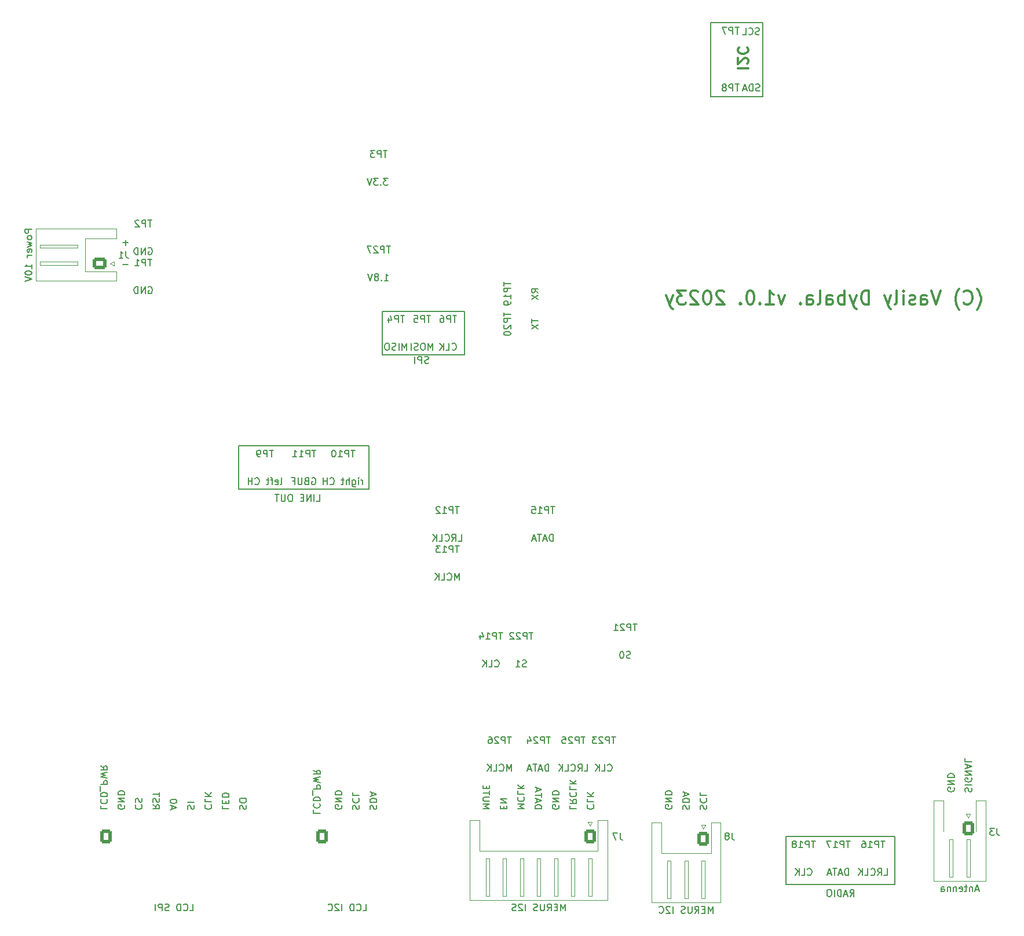
<source format=gbr>
G04 #@! TF.GenerationSoftware,KiCad,Pcbnew,7.0.1*
G04 #@! TF.CreationDate,2023-04-22T18:43:02+03:00*
G04 #@! TF.ProjectId,esp_radio,6573705f-7261-4646-996f-2e6b69636164,rev?*
G04 #@! TF.SameCoordinates,Original*
G04 #@! TF.FileFunction,Legend,Bot*
G04 #@! TF.FilePolarity,Positive*
%FSLAX46Y46*%
G04 Gerber Fmt 4.6, Leading zero omitted, Abs format (unit mm)*
G04 Created by KiCad (PCBNEW 7.0.1) date 2023-04-22 18:43:02*
%MOMM*%
%LPD*%
G01*
G04 APERTURE LIST*
G04 Aperture macros list*
%AMRoundRect*
0 Rectangle with rounded corners*
0 $1 Rounding radius*
0 $2 $3 $4 $5 $6 $7 $8 $9 X,Y pos of 4 corners*
0 Add a 4 corners polygon primitive as box body*
4,1,4,$2,$3,$4,$5,$6,$7,$8,$9,$2,$3,0*
0 Add four circle primitives for the rounded corners*
1,1,$1+$1,$2,$3*
1,1,$1+$1,$4,$5*
1,1,$1+$1,$6,$7*
1,1,$1+$1,$8,$9*
0 Add four rect primitives between the rounded corners*
20,1,$1+$1,$2,$3,$4,$5,0*
20,1,$1+$1,$4,$5,$6,$7,0*
20,1,$1+$1,$6,$7,$8,$9,0*
20,1,$1+$1,$8,$9,$2,$3,0*%
G04 Aperture macros list end*
%ADD10C,0.150000*%
%ADD11C,0.300000*%
%ADD12C,0.120000*%
%ADD13R,1.600000X1.600000*%
%ADD14C,1.600000*%
%ADD15C,3.400000*%
%ADD16C,6.000000*%
%ADD17C,2.000000*%
%ADD18RoundRect,0.250000X-0.600000X-0.725000X0.600000X-0.725000X0.600000X0.725000X-0.600000X0.725000X0*%
%ADD19O,1.700000X1.950000*%
%ADD20R,1.700000X1.700000*%
%ADD21R,2.000000X2.000000*%
%ADD22R,2.500000X4.000000*%
%ADD23C,1.500000*%
%ADD24C,0.800000*%
%ADD25O,1.700000X1.700000*%
%ADD26C,2.374900*%
%ADD27C,0.990600*%
%ADD28O,1.600000X1.600000*%
%ADD29RoundRect,0.250000X0.600000X0.725000X-0.600000X0.725000X-0.600000X-0.725000X0.600000X-0.725000X0*%
%ADD30RoundRect,0.250000X0.750000X-0.600000X0.750000X0.600000X-0.750000X0.600000X-0.750000X-0.600000X0*%
%ADD31O,2.000000X1.700000*%
%ADD32RoundRect,0.250000X0.600000X0.750000X-0.600000X0.750000X-0.600000X-0.750000X0.600000X-0.750000X0*%
%ADD33O,1.700000X2.000000*%
G04 #@! TA.AperFunction,Profile*
%ADD34C,0.100000*%
G04 #@! TD*
G04 APERTURE END LIST*
D10*
X190885000Y-24490000D02*
X198505000Y-24490000D01*
X198505000Y-35285000D01*
X190885000Y-35285000D01*
X190885000Y-24490000D01*
X201930000Y-143510000D02*
X217805000Y-143510000D01*
X217805000Y-150495000D01*
X201930000Y-150495000D01*
X201930000Y-143510000D01*
X121920000Y-86360000D02*
X140970000Y-86360000D01*
X140970000Y-92710000D01*
X121920000Y-92710000D01*
X121920000Y-86360000D01*
X142875000Y-66675000D02*
X154940000Y-66675000D01*
X154940000Y-73025000D01*
X142875000Y-73025000D01*
X142875000Y-66675000D01*
X162682380Y-139461904D02*
X163682380Y-139461904D01*
X163682380Y-139461904D02*
X162968095Y-139128571D01*
X162968095Y-139128571D02*
X163682380Y-138795238D01*
X163682380Y-138795238D02*
X162682380Y-138795238D01*
X162777619Y-137747619D02*
X162730000Y-137795238D01*
X162730000Y-137795238D02*
X162682380Y-137938095D01*
X162682380Y-137938095D02*
X162682380Y-138033333D01*
X162682380Y-138033333D02*
X162730000Y-138176190D01*
X162730000Y-138176190D02*
X162825238Y-138271428D01*
X162825238Y-138271428D02*
X162920476Y-138319047D01*
X162920476Y-138319047D02*
X163110952Y-138366666D01*
X163110952Y-138366666D02*
X163253809Y-138366666D01*
X163253809Y-138366666D02*
X163444285Y-138319047D01*
X163444285Y-138319047D02*
X163539523Y-138271428D01*
X163539523Y-138271428D02*
X163634761Y-138176190D01*
X163634761Y-138176190D02*
X163682380Y-138033333D01*
X163682380Y-138033333D02*
X163682380Y-137938095D01*
X163682380Y-137938095D02*
X163634761Y-137795238D01*
X163634761Y-137795238D02*
X163587142Y-137747619D01*
X162682380Y-136842857D02*
X162682380Y-137319047D01*
X162682380Y-137319047D02*
X163682380Y-137319047D01*
X162682380Y-136509523D02*
X163682380Y-136509523D01*
X162682380Y-135938095D02*
X163253809Y-136366666D01*
X163682380Y-135938095D02*
X163110952Y-136509523D01*
X133270714Y-94492619D02*
X133746904Y-94492619D01*
X133746904Y-94492619D02*
X133746904Y-93492619D01*
X132937380Y-94492619D02*
X132937380Y-93492619D01*
X132461190Y-94492619D02*
X132461190Y-93492619D01*
X132461190Y-93492619D02*
X131889762Y-94492619D01*
X131889762Y-94492619D02*
X131889762Y-93492619D01*
X131413571Y-93968809D02*
X131080238Y-93968809D01*
X130937381Y-94492619D02*
X131413571Y-94492619D01*
X131413571Y-94492619D02*
X131413571Y-93492619D01*
X131413571Y-93492619D02*
X130937381Y-93492619D01*
X129556428Y-93492619D02*
X129365952Y-93492619D01*
X129365952Y-93492619D02*
X129270714Y-93540238D01*
X129270714Y-93540238D02*
X129175476Y-93635476D01*
X129175476Y-93635476D02*
X129127857Y-93825952D01*
X129127857Y-93825952D02*
X129127857Y-94159285D01*
X129127857Y-94159285D02*
X129175476Y-94349761D01*
X129175476Y-94349761D02*
X129270714Y-94445000D01*
X129270714Y-94445000D02*
X129365952Y-94492619D01*
X129365952Y-94492619D02*
X129556428Y-94492619D01*
X129556428Y-94492619D02*
X129651666Y-94445000D01*
X129651666Y-94445000D02*
X129746904Y-94349761D01*
X129746904Y-94349761D02*
X129794523Y-94159285D01*
X129794523Y-94159285D02*
X129794523Y-93825952D01*
X129794523Y-93825952D02*
X129746904Y-93635476D01*
X129746904Y-93635476D02*
X129651666Y-93540238D01*
X129651666Y-93540238D02*
X129556428Y-93492619D01*
X128699285Y-93492619D02*
X128699285Y-94302142D01*
X128699285Y-94302142D02*
X128651666Y-94397380D01*
X128651666Y-94397380D02*
X128604047Y-94445000D01*
X128604047Y-94445000D02*
X128508809Y-94492619D01*
X128508809Y-94492619D02*
X128318333Y-94492619D01*
X128318333Y-94492619D02*
X128223095Y-94445000D01*
X128223095Y-94445000D02*
X128175476Y-94397380D01*
X128175476Y-94397380D02*
X128127857Y-94302142D01*
X128127857Y-94302142D02*
X128127857Y-93492619D01*
X127794523Y-93492619D02*
X127223095Y-93492619D01*
X127508809Y-94492619D02*
X127508809Y-93492619D01*
X226499761Y-136398095D02*
X226547380Y-136493333D01*
X226547380Y-136493333D02*
X226547380Y-136636190D01*
X226547380Y-136636190D02*
X226499761Y-136779047D01*
X226499761Y-136779047D02*
X226404523Y-136874285D01*
X226404523Y-136874285D02*
X226309285Y-136921904D01*
X226309285Y-136921904D02*
X226118809Y-136969523D01*
X226118809Y-136969523D02*
X225975952Y-136969523D01*
X225975952Y-136969523D02*
X225785476Y-136921904D01*
X225785476Y-136921904D02*
X225690238Y-136874285D01*
X225690238Y-136874285D02*
X225595000Y-136779047D01*
X225595000Y-136779047D02*
X225547380Y-136636190D01*
X225547380Y-136636190D02*
X225547380Y-136540952D01*
X225547380Y-136540952D02*
X225595000Y-136398095D01*
X225595000Y-136398095D02*
X225642619Y-136350476D01*
X225642619Y-136350476D02*
X225975952Y-136350476D01*
X225975952Y-136350476D02*
X225975952Y-136540952D01*
X225547380Y-135921904D02*
X226547380Y-135921904D01*
X226547380Y-135921904D02*
X225547380Y-135350476D01*
X225547380Y-135350476D02*
X226547380Y-135350476D01*
X225547380Y-134874285D02*
X226547380Y-134874285D01*
X226547380Y-134874285D02*
X226547380Y-134636190D01*
X226547380Y-134636190D02*
X226499761Y-134493333D01*
X226499761Y-134493333D02*
X226404523Y-134398095D01*
X226404523Y-134398095D02*
X226309285Y-134350476D01*
X226309285Y-134350476D02*
X226118809Y-134302857D01*
X226118809Y-134302857D02*
X225975952Y-134302857D01*
X225975952Y-134302857D02*
X225785476Y-134350476D01*
X225785476Y-134350476D02*
X225690238Y-134398095D01*
X225690238Y-134398095D02*
X225595000Y-134493333D01*
X225595000Y-134493333D02*
X225547380Y-134636190D01*
X225547380Y-134636190D02*
X225547380Y-134874285D01*
D11*
X229838380Y-66430142D02*
X229933619Y-66334904D01*
X229933619Y-66334904D02*
X230124095Y-66049190D01*
X230124095Y-66049190D02*
X230219333Y-65858714D01*
X230219333Y-65858714D02*
X230314571Y-65573000D01*
X230314571Y-65573000D02*
X230409809Y-65096809D01*
X230409809Y-65096809D02*
X230409809Y-64715857D01*
X230409809Y-64715857D02*
X230314571Y-64239666D01*
X230314571Y-64239666D02*
X230219333Y-63953952D01*
X230219333Y-63953952D02*
X230124095Y-63763476D01*
X230124095Y-63763476D02*
X229933619Y-63477761D01*
X229933619Y-63477761D02*
X229838380Y-63382523D01*
X227933619Y-65477761D02*
X228028857Y-65573000D01*
X228028857Y-65573000D02*
X228314571Y-65668238D01*
X228314571Y-65668238D02*
X228505047Y-65668238D01*
X228505047Y-65668238D02*
X228790762Y-65573000D01*
X228790762Y-65573000D02*
X228981238Y-65382523D01*
X228981238Y-65382523D02*
X229076476Y-65192047D01*
X229076476Y-65192047D02*
X229171714Y-64811095D01*
X229171714Y-64811095D02*
X229171714Y-64525380D01*
X229171714Y-64525380D02*
X229076476Y-64144428D01*
X229076476Y-64144428D02*
X228981238Y-63953952D01*
X228981238Y-63953952D02*
X228790762Y-63763476D01*
X228790762Y-63763476D02*
X228505047Y-63668238D01*
X228505047Y-63668238D02*
X228314571Y-63668238D01*
X228314571Y-63668238D02*
X228028857Y-63763476D01*
X228028857Y-63763476D02*
X227933619Y-63858714D01*
X227266952Y-66430142D02*
X227171714Y-66334904D01*
X227171714Y-66334904D02*
X226981238Y-66049190D01*
X226981238Y-66049190D02*
X226886000Y-65858714D01*
X226886000Y-65858714D02*
X226790762Y-65573000D01*
X226790762Y-65573000D02*
X226695524Y-65096809D01*
X226695524Y-65096809D02*
X226695524Y-64715857D01*
X226695524Y-64715857D02*
X226790762Y-64239666D01*
X226790762Y-64239666D02*
X226886000Y-63953952D01*
X226886000Y-63953952D02*
X226981238Y-63763476D01*
X226981238Y-63763476D02*
X227171714Y-63477761D01*
X227171714Y-63477761D02*
X227266952Y-63382523D01*
X224505047Y-63668238D02*
X223838381Y-65668238D01*
X223838381Y-65668238D02*
X223171714Y-63668238D01*
X221647904Y-65668238D02*
X221647904Y-64620619D01*
X221647904Y-64620619D02*
X221743142Y-64430142D01*
X221743142Y-64430142D02*
X221933618Y-64334904D01*
X221933618Y-64334904D02*
X222314571Y-64334904D01*
X222314571Y-64334904D02*
X222505047Y-64430142D01*
X221647904Y-65573000D02*
X221838380Y-65668238D01*
X221838380Y-65668238D02*
X222314571Y-65668238D01*
X222314571Y-65668238D02*
X222505047Y-65573000D01*
X222505047Y-65573000D02*
X222600285Y-65382523D01*
X222600285Y-65382523D02*
X222600285Y-65192047D01*
X222600285Y-65192047D02*
X222505047Y-65001571D01*
X222505047Y-65001571D02*
X222314571Y-64906333D01*
X222314571Y-64906333D02*
X221838380Y-64906333D01*
X221838380Y-64906333D02*
X221647904Y-64811095D01*
X220790761Y-65573000D02*
X220600285Y-65668238D01*
X220600285Y-65668238D02*
X220219333Y-65668238D01*
X220219333Y-65668238D02*
X220028856Y-65573000D01*
X220028856Y-65573000D02*
X219933618Y-65382523D01*
X219933618Y-65382523D02*
X219933618Y-65287285D01*
X219933618Y-65287285D02*
X220028856Y-65096809D01*
X220028856Y-65096809D02*
X220219333Y-65001571D01*
X220219333Y-65001571D02*
X220505047Y-65001571D01*
X220505047Y-65001571D02*
X220695523Y-64906333D01*
X220695523Y-64906333D02*
X220790761Y-64715857D01*
X220790761Y-64715857D02*
X220790761Y-64620619D01*
X220790761Y-64620619D02*
X220695523Y-64430142D01*
X220695523Y-64430142D02*
X220505047Y-64334904D01*
X220505047Y-64334904D02*
X220219333Y-64334904D01*
X220219333Y-64334904D02*
X220028856Y-64430142D01*
X219076475Y-65668238D02*
X219076475Y-64334904D01*
X219076475Y-63668238D02*
X219171713Y-63763476D01*
X219171713Y-63763476D02*
X219076475Y-63858714D01*
X219076475Y-63858714D02*
X218981237Y-63763476D01*
X218981237Y-63763476D02*
X219076475Y-63668238D01*
X219076475Y-63668238D02*
X219076475Y-63858714D01*
X217838380Y-65668238D02*
X218028856Y-65573000D01*
X218028856Y-65573000D02*
X218124094Y-65382523D01*
X218124094Y-65382523D02*
X218124094Y-63668238D01*
X217266951Y-64334904D02*
X216790761Y-65668238D01*
X216314570Y-64334904D02*
X216790761Y-65668238D01*
X216790761Y-65668238D02*
X216981237Y-66144428D01*
X216981237Y-66144428D02*
X217076475Y-66239666D01*
X217076475Y-66239666D02*
X217266951Y-66334904D01*
X214028855Y-65668238D02*
X214028855Y-63668238D01*
X214028855Y-63668238D02*
X213552665Y-63668238D01*
X213552665Y-63668238D02*
X213266950Y-63763476D01*
X213266950Y-63763476D02*
X213076474Y-63953952D01*
X213076474Y-63953952D02*
X212981236Y-64144428D01*
X212981236Y-64144428D02*
X212885998Y-64525380D01*
X212885998Y-64525380D02*
X212885998Y-64811095D01*
X212885998Y-64811095D02*
X212981236Y-65192047D01*
X212981236Y-65192047D02*
X213076474Y-65382523D01*
X213076474Y-65382523D02*
X213266950Y-65573000D01*
X213266950Y-65573000D02*
X213552665Y-65668238D01*
X213552665Y-65668238D02*
X214028855Y-65668238D01*
X212219331Y-64334904D02*
X211743141Y-65668238D01*
X211266950Y-64334904D02*
X211743141Y-65668238D01*
X211743141Y-65668238D02*
X211933617Y-66144428D01*
X211933617Y-66144428D02*
X212028855Y-66239666D01*
X212028855Y-66239666D02*
X212219331Y-66334904D01*
X210505045Y-65668238D02*
X210505045Y-63668238D01*
X210505045Y-64430142D02*
X210314569Y-64334904D01*
X210314569Y-64334904D02*
X209933616Y-64334904D01*
X209933616Y-64334904D02*
X209743140Y-64430142D01*
X209743140Y-64430142D02*
X209647902Y-64525380D01*
X209647902Y-64525380D02*
X209552664Y-64715857D01*
X209552664Y-64715857D02*
X209552664Y-65287285D01*
X209552664Y-65287285D02*
X209647902Y-65477761D01*
X209647902Y-65477761D02*
X209743140Y-65573000D01*
X209743140Y-65573000D02*
X209933616Y-65668238D01*
X209933616Y-65668238D02*
X210314569Y-65668238D01*
X210314569Y-65668238D02*
X210505045Y-65573000D01*
X207838378Y-65668238D02*
X207838378Y-64620619D01*
X207838378Y-64620619D02*
X207933616Y-64430142D01*
X207933616Y-64430142D02*
X208124092Y-64334904D01*
X208124092Y-64334904D02*
X208505045Y-64334904D01*
X208505045Y-64334904D02*
X208695521Y-64430142D01*
X207838378Y-65573000D02*
X208028854Y-65668238D01*
X208028854Y-65668238D02*
X208505045Y-65668238D01*
X208505045Y-65668238D02*
X208695521Y-65573000D01*
X208695521Y-65573000D02*
X208790759Y-65382523D01*
X208790759Y-65382523D02*
X208790759Y-65192047D01*
X208790759Y-65192047D02*
X208695521Y-65001571D01*
X208695521Y-65001571D02*
X208505045Y-64906333D01*
X208505045Y-64906333D02*
X208028854Y-64906333D01*
X208028854Y-64906333D02*
X207838378Y-64811095D01*
X206600283Y-65668238D02*
X206790759Y-65573000D01*
X206790759Y-65573000D02*
X206885997Y-65382523D01*
X206885997Y-65382523D02*
X206885997Y-63668238D01*
X204981235Y-65668238D02*
X204981235Y-64620619D01*
X204981235Y-64620619D02*
X205076473Y-64430142D01*
X205076473Y-64430142D02*
X205266949Y-64334904D01*
X205266949Y-64334904D02*
X205647902Y-64334904D01*
X205647902Y-64334904D02*
X205838378Y-64430142D01*
X204981235Y-65573000D02*
X205171711Y-65668238D01*
X205171711Y-65668238D02*
X205647902Y-65668238D01*
X205647902Y-65668238D02*
X205838378Y-65573000D01*
X205838378Y-65573000D02*
X205933616Y-65382523D01*
X205933616Y-65382523D02*
X205933616Y-65192047D01*
X205933616Y-65192047D02*
X205838378Y-65001571D01*
X205838378Y-65001571D02*
X205647902Y-64906333D01*
X205647902Y-64906333D02*
X205171711Y-64906333D01*
X205171711Y-64906333D02*
X204981235Y-64811095D01*
X204028854Y-65477761D02*
X203933616Y-65573000D01*
X203933616Y-65573000D02*
X204028854Y-65668238D01*
X204028854Y-65668238D02*
X204124092Y-65573000D01*
X204124092Y-65573000D02*
X204028854Y-65477761D01*
X204028854Y-65477761D02*
X204028854Y-65668238D01*
X201743139Y-64334904D02*
X201266949Y-65668238D01*
X201266949Y-65668238D02*
X200790758Y-64334904D01*
X198981234Y-65668238D02*
X200124091Y-65668238D01*
X199552663Y-65668238D02*
X199552663Y-63668238D01*
X199552663Y-63668238D02*
X199743139Y-63953952D01*
X199743139Y-63953952D02*
X199933615Y-64144428D01*
X199933615Y-64144428D02*
X200124091Y-64239666D01*
X198124091Y-65477761D02*
X198028853Y-65573000D01*
X198028853Y-65573000D02*
X198124091Y-65668238D01*
X198124091Y-65668238D02*
X198219329Y-65573000D01*
X198219329Y-65573000D02*
X198124091Y-65477761D01*
X198124091Y-65477761D02*
X198124091Y-65668238D01*
X196790758Y-63668238D02*
X196600281Y-63668238D01*
X196600281Y-63668238D02*
X196409805Y-63763476D01*
X196409805Y-63763476D02*
X196314567Y-63858714D01*
X196314567Y-63858714D02*
X196219329Y-64049190D01*
X196219329Y-64049190D02*
X196124091Y-64430142D01*
X196124091Y-64430142D02*
X196124091Y-64906333D01*
X196124091Y-64906333D02*
X196219329Y-65287285D01*
X196219329Y-65287285D02*
X196314567Y-65477761D01*
X196314567Y-65477761D02*
X196409805Y-65573000D01*
X196409805Y-65573000D02*
X196600281Y-65668238D01*
X196600281Y-65668238D02*
X196790758Y-65668238D01*
X196790758Y-65668238D02*
X196981234Y-65573000D01*
X196981234Y-65573000D02*
X197076472Y-65477761D01*
X197076472Y-65477761D02*
X197171710Y-65287285D01*
X197171710Y-65287285D02*
X197266948Y-64906333D01*
X197266948Y-64906333D02*
X197266948Y-64430142D01*
X197266948Y-64430142D02*
X197171710Y-64049190D01*
X197171710Y-64049190D02*
X197076472Y-63858714D01*
X197076472Y-63858714D02*
X196981234Y-63763476D01*
X196981234Y-63763476D02*
X196790758Y-63668238D01*
X195266948Y-65477761D02*
X195171710Y-65573000D01*
X195171710Y-65573000D02*
X195266948Y-65668238D01*
X195266948Y-65668238D02*
X195362186Y-65573000D01*
X195362186Y-65573000D02*
X195266948Y-65477761D01*
X195266948Y-65477761D02*
X195266948Y-65668238D01*
X192885995Y-63858714D02*
X192790757Y-63763476D01*
X192790757Y-63763476D02*
X192600281Y-63668238D01*
X192600281Y-63668238D02*
X192124090Y-63668238D01*
X192124090Y-63668238D02*
X191933614Y-63763476D01*
X191933614Y-63763476D02*
X191838376Y-63858714D01*
X191838376Y-63858714D02*
X191743138Y-64049190D01*
X191743138Y-64049190D02*
X191743138Y-64239666D01*
X191743138Y-64239666D02*
X191838376Y-64525380D01*
X191838376Y-64525380D02*
X192981233Y-65668238D01*
X192981233Y-65668238D02*
X191743138Y-65668238D01*
X190505043Y-63668238D02*
X190314566Y-63668238D01*
X190314566Y-63668238D02*
X190124090Y-63763476D01*
X190124090Y-63763476D02*
X190028852Y-63858714D01*
X190028852Y-63858714D02*
X189933614Y-64049190D01*
X189933614Y-64049190D02*
X189838376Y-64430142D01*
X189838376Y-64430142D02*
X189838376Y-64906333D01*
X189838376Y-64906333D02*
X189933614Y-65287285D01*
X189933614Y-65287285D02*
X190028852Y-65477761D01*
X190028852Y-65477761D02*
X190124090Y-65573000D01*
X190124090Y-65573000D02*
X190314566Y-65668238D01*
X190314566Y-65668238D02*
X190505043Y-65668238D01*
X190505043Y-65668238D02*
X190695519Y-65573000D01*
X190695519Y-65573000D02*
X190790757Y-65477761D01*
X190790757Y-65477761D02*
X190885995Y-65287285D01*
X190885995Y-65287285D02*
X190981233Y-64906333D01*
X190981233Y-64906333D02*
X190981233Y-64430142D01*
X190981233Y-64430142D02*
X190885995Y-64049190D01*
X190885995Y-64049190D02*
X190790757Y-63858714D01*
X190790757Y-63858714D02*
X190695519Y-63763476D01*
X190695519Y-63763476D02*
X190505043Y-63668238D01*
X189076471Y-63858714D02*
X188981233Y-63763476D01*
X188981233Y-63763476D02*
X188790757Y-63668238D01*
X188790757Y-63668238D02*
X188314566Y-63668238D01*
X188314566Y-63668238D02*
X188124090Y-63763476D01*
X188124090Y-63763476D02*
X188028852Y-63858714D01*
X188028852Y-63858714D02*
X187933614Y-64049190D01*
X187933614Y-64049190D02*
X187933614Y-64239666D01*
X187933614Y-64239666D02*
X188028852Y-64525380D01*
X188028852Y-64525380D02*
X189171709Y-65668238D01*
X189171709Y-65668238D02*
X187933614Y-65668238D01*
X187266947Y-63668238D02*
X186028852Y-63668238D01*
X186028852Y-63668238D02*
X186695519Y-64430142D01*
X186695519Y-64430142D02*
X186409804Y-64430142D01*
X186409804Y-64430142D02*
X186219328Y-64525380D01*
X186219328Y-64525380D02*
X186124090Y-64620619D01*
X186124090Y-64620619D02*
X186028852Y-64811095D01*
X186028852Y-64811095D02*
X186028852Y-65287285D01*
X186028852Y-65287285D02*
X186124090Y-65477761D01*
X186124090Y-65477761D02*
X186219328Y-65573000D01*
X186219328Y-65573000D02*
X186409804Y-65668238D01*
X186409804Y-65668238D02*
X186981233Y-65668238D01*
X186981233Y-65668238D02*
X187171709Y-65573000D01*
X187171709Y-65573000D02*
X187266947Y-65477761D01*
X185362185Y-64334904D02*
X184885995Y-65668238D01*
X184409804Y-64334904D02*
X184885995Y-65668238D01*
X184885995Y-65668238D02*
X185076471Y-66144428D01*
X185076471Y-66144428D02*
X185171709Y-66239666D01*
X185171709Y-66239666D02*
X185362185Y-66334904D01*
D10*
X157602380Y-139461904D02*
X158602380Y-139461904D01*
X158602380Y-139461904D02*
X157888095Y-139128571D01*
X157888095Y-139128571D02*
X158602380Y-138795238D01*
X158602380Y-138795238D02*
X157602380Y-138795238D01*
X158602380Y-138319047D02*
X157792857Y-138319047D01*
X157792857Y-138319047D02*
X157697619Y-138271428D01*
X157697619Y-138271428D02*
X157650000Y-138223809D01*
X157650000Y-138223809D02*
X157602380Y-138128571D01*
X157602380Y-138128571D02*
X157602380Y-137938095D01*
X157602380Y-137938095D02*
X157650000Y-137842857D01*
X157650000Y-137842857D02*
X157697619Y-137795238D01*
X157697619Y-137795238D02*
X157792857Y-137747619D01*
X157792857Y-137747619D02*
X158602380Y-137747619D01*
X158602380Y-137414285D02*
X158602380Y-136842857D01*
X157602380Y-137128571D02*
X158602380Y-137128571D01*
X158126190Y-136509523D02*
X158126190Y-136176190D01*
X157602380Y-136033333D02*
X157602380Y-136509523D01*
X157602380Y-136509523D02*
X158602380Y-136509523D01*
X158602380Y-136509523D02*
X158602380Y-136033333D01*
X186860000Y-139509523D02*
X186812380Y-139366666D01*
X186812380Y-139366666D02*
X186812380Y-139128571D01*
X186812380Y-139128571D02*
X186860000Y-139033333D01*
X186860000Y-139033333D02*
X186907619Y-138985714D01*
X186907619Y-138985714D02*
X187002857Y-138938095D01*
X187002857Y-138938095D02*
X187098095Y-138938095D01*
X187098095Y-138938095D02*
X187193333Y-138985714D01*
X187193333Y-138985714D02*
X187240952Y-139033333D01*
X187240952Y-139033333D02*
X187288571Y-139128571D01*
X187288571Y-139128571D02*
X187336190Y-139319047D01*
X187336190Y-139319047D02*
X187383809Y-139414285D01*
X187383809Y-139414285D02*
X187431428Y-139461904D01*
X187431428Y-139461904D02*
X187526666Y-139509523D01*
X187526666Y-139509523D02*
X187621904Y-139509523D01*
X187621904Y-139509523D02*
X187717142Y-139461904D01*
X187717142Y-139461904D02*
X187764761Y-139414285D01*
X187764761Y-139414285D02*
X187812380Y-139319047D01*
X187812380Y-139319047D02*
X187812380Y-139080952D01*
X187812380Y-139080952D02*
X187764761Y-138938095D01*
X186812380Y-138509523D02*
X187812380Y-138509523D01*
X187812380Y-138509523D02*
X187812380Y-138271428D01*
X187812380Y-138271428D02*
X187764761Y-138128571D01*
X187764761Y-138128571D02*
X187669523Y-138033333D01*
X187669523Y-138033333D02*
X187574285Y-137985714D01*
X187574285Y-137985714D02*
X187383809Y-137938095D01*
X187383809Y-137938095D02*
X187240952Y-137938095D01*
X187240952Y-137938095D02*
X187050476Y-137985714D01*
X187050476Y-137985714D02*
X186955238Y-138033333D01*
X186955238Y-138033333D02*
X186860000Y-138128571D01*
X186860000Y-138128571D02*
X186812380Y-138271428D01*
X186812380Y-138271428D02*
X186812380Y-138509523D01*
X187098095Y-137557142D02*
X187098095Y-137080952D01*
X186812380Y-137652380D02*
X187812380Y-137319047D01*
X187812380Y-137319047D02*
X186812380Y-136985714D01*
X160666190Y-139461904D02*
X160666190Y-139128571D01*
X160142380Y-138985714D02*
X160142380Y-139461904D01*
X160142380Y-139461904D02*
X161142380Y-139461904D01*
X161142380Y-139461904D02*
X161142380Y-138985714D01*
X160142380Y-138557142D02*
X161142380Y-138557142D01*
X161142380Y-138557142D02*
X160142380Y-137985714D01*
X160142380Y-137985714D02*
X161142380Y-137985714D01*
X105013095Y-59821666D02*
X105775000Y-59821666D01*
X138600000Y-139509523D02*
X138552380Y-139366666D01*
X138552380Y-139366666D02*
X138552380Y-139128571D01*
X138552380Y-139128571D02*
X138600000Y-139033333D01*
X138600000Y-139033333D02*
X138647619Y-138985714D01*
X138647619Y-138985714D02*
X138742857Y-138938095D01*
X138742857Y-138938095D02*
X138838095Y-138938095D01*
X138838095Y-138938095D02*
X138933333Y-138985714D01*
X138933333Y-138985714D02*
X138980952Y-139033333D01*
X138980952Y-139033333D02*
X139028571Y-139128571D01*
X139028571Y-139128571D02*
X139076190Y-139319047D01*
X139076190Y-139319047D02*
X139123809Y-139414285D01*
X139123809Y-139414285D02*
X139171428Y-139461904D01*
X139171428Y-139461904D02*
X139266666Y-139509523D01*
X139266666Y-139509523D02*
X139361904Y-139509523D01*
X139361904Y-139509523D02*
X139457142Y-139461904D01*
X139457142Y-139461904D02*
X139504761Y-139414285D01*
X139504761Y-139414285D02*
X139552380Y-139319047D01*
X139552380Y-139319047D02*
X139552380Y-139080952D01*
X139552380Y-139080952D02*
X139504761Y-138938095D01*
X138647619Y-137938095D02*
X138600000Y-137985714D01*
X138600000Y-137985714D02*
X138552380Y-138128571D01*
X138552380Y-138128571D02*
X138552380Y-138223809D01*
X138552380Y-138223809D02*
X138600000Y-138366666D01*
X138600000Y-138366666D02*
X138695238Y-138461904D01*
X138695238Y-138461904D02*
X138790476Y-138509523D01*
X138790476Y-138509523D02*
X138980952Y-138557142D01*
X138980952Y-138557142D02*
X139123809Y-138557142D01*
X139123809Y-138557142D02*
X139314285Y-138509523D01*
X139314285Y-138509523D02*
X139409523Y-138461904D01*
X139409523Y-138461904D02*
X139504761Y-138366666D01*
X139504761Y-138366666D02*
X139552380Y-138223809D01*
X139552380Y-138223809D02*
X139552380Y-138128571D01*
X139552380Y-138128571D02*
X139504761Y-137985714D01*
X139504761Y-137985714D02*
X139457142Y-137938095D01*
X138552380Y-137033333D02*
X138552380Y-137509523D01*
X138552380Y-137509523D02*
X139552380Y-137509523D01*
X228135000Y-136969523D02*
X228087380Y-136826666D01*
X228087380Y-136826666D02*
X228087380Y-136588571D01*
X228087380Y-136588571D02*
X228135000Y-136493333D01*
X228135000Y-136493333D02*
X228182619Y-136445714D01*
X228182619Y-136445714D02*
X228277857Y-136398095D01*
X228277857Y-136398095D02*
X228373095Y-136398095D01*
X228373095Y-136398095D02*
X228468333Y-136445714D01*
X228468333Y-136445714D02*
X228515952Y-136493333D01*
X228515952Y-136493333D02*
X228563571Y-136588571D01*
X228563571Y-136588571D02*
X228611190Y-136779047D01*
X228611190Y-136779047D02*
X228658809Y-136874285D01*
X228658809Y-136874285D02*
X228706428Y-136921904D01*
X228706428Y-136921904D02*
X228801666Y-136969523D01*
X228801666Y-136969523D02*
X228896904Y-136969523D01*
X228896904Y-136969523D02*
X228992142Y-136921904D01*
X228992142Y-136921904D02*
X229039761Y-136874285D01*
X229039761Y-136874285D02*
X229087380Y-136779047D01*
X229087380Y-136779047D02*
X229087380Y-136540952D01*
X229087380Y-136540952D02*
X229039761Y-136398095D01*
X228087380Y-135969523D02*
X229087380Y-135969523D01*
X229039761Y-134969524D02*
X229087380Y-135064762D01*
X229087380Y-135064762D02*
X229087380Y-135207619D01*
X229087380Y-135207619D02*
X229039761Y-135350476D01*
X229039761Y-135350476D02*
X228944523Y-135445714D01*
X228944523Y-135445714D02*
X228849285Y-135493333D01*
X228849285Y-135493333D02*
X228658809Y-135540952D01*
X228658809Y-135540952D02*
X228515952Y-135540952D01*
X228515952Y-135540952D02*
X228325476Y-135493333D01*
X228325476Y-135493333D02*
X228230238Y-135445714D01*
X228230238Y-135445714D02*
X228135000Y-135350476D01*
X228135000Y-135350476D02*
X228087380Y-135207619D01*
X228087380Y-135207619D02*
X228087380Y-135112381D01*
X228087380Y-135112381D02*
X228135000Y-134969524D01*
X228135000Y-134969524D02*
X228182619Y-134921905D01*
X228182619Y-134921905D02*
X228515952Y-134921905D01*
X228515952Y-134921905D02*
X228515952Y-135112381D01*
X228087380Y-134493333D02*
X229087380Y-134493333D01*
X229087380Y-134493333D02*
X228087380Y-133921905D01*
X228087380Y-133921905D02*
X229087380Y-133921905D01*
X228373095Y-133493333D02*
X228373095Y-133017143D01*
X228087380Y-133588571D02*
X229087380Y-133255238D01*
X229087380Y-133255238D02*
X228087380Y-132921905D01*
X228087380Y-132112381D02*
X228087380Y-132588571D01*
X228087380Y-132588571D02*
X229087380Y-132588571D01*
X105013095Y-56646666D02*
X105775000Y-56646666D01*
X105394047Y-57027619D02*
X105394047Y-56265714D01*
X168714761Y-138938095D02*
X168762380Y-139033333D01*
X168762380Y-139033333D02*
X168762380Y-139176190D01*
X168762380Y-139176190D02*
X168714761Y-139319047D01*
X168714761Y-139319047D02*
X168619523Y-139414285D01*
X168619523Y-139414285D02*
X168524285Y-139461904D01*
X168524285Y-139461904D02*
X168333809Y-139509523D01*
X168333809Y-139509523D02*
X168190952Y-139509523D01*
X168190952Y-139509523D02*
X168000476Y-139461904D01*
X168000476Y-139461904D02*
X167905238Y-139414285D01*
X167905238Y-139414285D02*
X167810000Y-139319047D01*
X167810000Y-139319047D02*
X167762380Y-139176190D01*
X167762380Y-139176190D02*
X167762380Y-139080952D01*
X167762380Y-139080952D02*
X167810000Y-138938095D01*
X167810000Y-138938095D02*
X167857619Y-138890476D01*
X167857619Y-138890476D02*
X168190952Y-138890476D01*
X168190952Y-138890476D02*
X168190952Y-139080952D01*
X167762380Y-138461904D02*
X168762380Y-138461904D01*
X168762380Y-138461904D02*
X167762380Y-137890476D01*
X167762380Y-137890476D02*
X168762380Y-137890476D01*
X167762380Y-137414285D02*
X168762380Y-137414285D01*
X168762380Y-137414285D02*
X168762380Y-137176190D01*
X168762380Y-137176190D02*
X168714761Y-137033333D01*
X168714761Y-137033333D02*
X168619523Y-136938095D01*
X168619523Y-136938095D02*
X168524285Y-136890476D01*
X168524285Y-136890476D02*
X168333809Y-136842857D01*
X168333809Y-136842857D02*
X168190952Y-136842857D01*
X168190952Y-136842857D02*
X168000476Y-136890476D01*
X168000476Y-136890476D02*
X167905238Y-136938095D01*
X167905238Y-136938095D02*
X167810000Y-137033333D01*
X167810000Y-137033333D02*
X167762380Y-137176190D01*
X167762380Y-137176190D02*
X167762380Y-137414285D01*
X149669523Y-74252000D02*
X149526666Y-74299619D01*
X149526666Y-74299619D02*
X149288571Y-74299619D01*
X149288571Y-74299619D02*
X149193333Y-74252000D01*
X149193333Y-74252000D02*
X149145714Y-74204380D01*
X149145714Y-74204380D02*
X149098095Y-74109142D01*
X149098095Y-74109142D02*
X149098095Y-74013904D01*
X149098095Y-74013904D02*
X149145714Y-73918666D01*
X149145714Y-73918666D02*
X149193333Y-73871047D01*
X149193333Y-73871047D02*
X149288571Y-73823428D01*
X149288571Y-73823428D02*
X149479047Y-73775809D01*
X149479047Y-73775809D02*
X149574285Y-73728190D01*
X149574285Y-73728190D02*
X149621904Y-73680571D01*
X149621904Y-73680571D02*
X149669523Y-73585333D01*
X149669523Y-73585333D02*
X149669523Y-73490095D01*
X149669523Y-73490095D02*
X149621904Y-73394857D01*
X149621904Y-73394857D02*
X149574285Y-73347238D01*
X149574285Y-73347238D02*
X149479047Y-73299619D01*
X149479047Y-73299619D02*
X149240952Y-73299619D01*
X149240952Y-73299619D02*
X149098095Y-73347238D01*
X148669523Y-74299619D02*
X148669523Y-73299619D01*
X148669523Y-73299619D02*
X148288571Y-73299619D01*
X148288571Y-73299619D02*
X148193333Y-73347238D01*
X148193333Y-73347238D02*
X148145714Y-73394857D01*
X148145714Y-73394857D02*
X148098095Y-73490095D01*
X148098095Y-73490095D02*
X148098095Y-73632952D01*
X148098095Y-73632952D02*
X148145714Y-73728190D01*
X148145714Y-73728190D02*
X148193333Y-73775809D01*
X148193333Y-73775809D02*
X148288571Y-73823428D01*
X148288571Y-73823428D02*
X148669523Y-73823428D01*
X147669523Y-74299619D02*
X147669523Y-73299619D01*
X132837380Y-139620714D02*
X132837380Y-140096904D01*
X132837380Y-140096904D02*
X133837380Y-140096904D01*
X132932619Y-138715952D02*
X132885000Y-138763571D01*
X132885000Y-138763571D02*
X132837380Y-138906428D01*
X132837380Y-138906428D02*
X132837380Y-139001666D01*
X132837380Y-139001666D02*
X132885000Y-139144523D01*
X132885000Y-139144523D02*
X132980238Y-139239761D01*
X132980238Y-139239761D02*
X133075476Y-139287380D01*
X133075476Y-139287380D02*
X133265952Y-139334999D01*
X133265952Y-139334999D02*
X133408809Y-139334999D01*
X133408809Y-139334999D02*
X133599285Y-139287380D01*
X133599285Y-139287380D02*
X133694523Y-139239761D01*
X133694523Y-139239761D02*
X133789761Y-139144523D01*
X133789761Y-139144523D02*
X133837380Y-139001666D01*
X133837380Y-139001666D02*
X133837380Y-138906428D01*
X133837380Y-138906428D02*
X133789761Y-138763571D01*
X133789761Y-138763571D02*
X133742142Y-138715952D01*
X132837380Y-138287380D02*
X133837380Y-138287380D01*
X133837380Y-138287380D02*
X133837380Y-138049285D01*
X133837380Y-138049285D02*
X133789761Y-137906428D01*
X133789761Y-137906428D02*
X133694523Y-137811190D01*
X133694523Y-137811190D02*
X133599285Y-137763571D01*
X133599285Y-137763571D02*
X133408809Y-137715952D01*
X133408809Y-137715952D02*
X133265952Y-137715952D01*
X133265952Y-137715952D02*
X133075476Y-137763571D01*
X133075476Y-137763571D02*
X132980238Y-137811190D01*
X132980238Y-137811190D02*
X132885000Y-137906428D01*
X132885000Y-137906428D02*
X132837380Y-138049285D01*
X132837380Y-138049285D02*
X132837380Y-138287380D01*
X132742142Y-137525476D02*
X132742142Y-136763571D01*
X132837380Y-136525475D02*
X133837380Y-136525475D01*
X133837380Y-136525475D02*
X133837380Y-136144523D01*
X133837380Y-136144523D02*
X133789761Y-136049285D01*
X133789761Y-136049285D02*
X133742142Y-136001666D01*
X133742142Y-136001666D02*
X133646904Y-135954047D01*
X133646904Y-135954047D02*
X133504047Y-135954047D01*
X133504047Y-135954047D02*
X133408809Y-136001666D01*
X133408809Y-136001666D02*
X133361190Y-136049285D01*
X133361190Y-136049285D02*
X133313571Y-136144523D01*
X133313571Y-136144523D02*
X133313571Y-136525475D01*
X133837380Y-135620713D02*
X132837380Y-135382618D01*
X132837380Y-135382618D02*
X133551666Y-135192142D01*
X133551666Y-135192142D02*
X132837380Y-135001666D01*
X132837380Y-135001666D02*
X133837380Y-134763571D01*
X132837380Y-133811190D02*
X133313571Y-134144523D01*
X132837380Y-134382618D02*
X133837380Y-134382618D01*
X133837380Y-134382618D02*
X133837380Y-134001666D01*
X133837380Y-134001666D02*
X133789761Y-133906428D01*
X133789761Y-133906428D02*
X133742142Y-133858809D01*
X133742142Y-133858809D02*
X133646904Y-133811190D01*
X133646904Y-133811190D02*
X133504047Y-133811190D01*
X133504047Y-133811190D02*
X133408809Y-133858809D01*
X133408809Y-133858809D02*
X133361190Y-133906428D01*
X133361190Y-133906428D02*
X133313571Y-134001666D01*
X133313571Y-134001666D02*
X133313571Y-134382618D01*
X141140000Y-139509523D02*
X141092380Y-139366666D01*
X141092380Y-139366666D02*
X141092380Y-139128571D01*
X141092380Y-139128571D02*
X141140000Y-139033333D01*
X141140000Y-139033333D02*
X141187619Y-138985714D01*
X141187619Y-138985714D02*
X141282857Y-138938095D01*
X141282857Y-138938095D02*
X141378095Y-138938095D01*
X141378095Y-138938095D02*
X141473333Y-138985714D01*
X141473333Y-138985714D02*
X141520952Y-139033333D01*
X141520952Y-139033333D02*
X141568571Y-139128571D01*
X141568571Y-139128571D02*
X141616190Y-139319047D01*
X141616190Y-139319047D02*
X141663809Y-139414285D01*
X141663809Y-139414285D02*
X141711428Y-139461904D01*
X141711428Y-139461904D02*
X141806666Y-139509523D01*
X141806666Y-139509523D02*
X141901904Y-139509523D01*
X141901904Y-139509523D02*
X141997142Y-139461904D01*
X141997142Y-139461904D02*
X142044761Y-139414285D01*
X142044761Y-139414285D02*
X142092380Y-139319047D01*
X142092380Y-139319047D02*
X142092380Y-139080952D01*
X142092380Y-139080952D02*
X142044761Y-138938095D01*
X141092380Y-138509523D02*
X142092380Y-138509523D01*
X142092380Y-138509523D02*
X142092380Y-138271428D01*
X142092380Y-138271428D02*
X142044761Y-138128571D01*
X142044761Y-138128571D02*
X141949523Y-138033333D01*
X141949523Y-138033333D02*
X141854285Y-137985714D01*
X141854285Y-137985714D02*
X141663809Y-137938095D01*
X141663809Y-137938095D02*
X141520952Y-137938095D01*
X141520952Y-137938095D02*
X141330476Y-137985714D01*
X141330476Y-137985714D02*
X141235238Y-138033333D01*
X141235238Y-138033333D02*
X141140000Y-138128571D01*
X141140000Y-138128571D02*
X141092380Y-138271428D01*
X141092380Y-138271428D02*
X141092380Y-138509523D01*
X141378095Y-137557142D02*
X141378095Y-137080952D01*
X141092380Y-137652380D02*
X142092380Y-137319047D01*
X142092380Y-137319047D02*
X141092380Y-136985714D01*
X114470000Y-139509523D02*
X114422380Y-139366666D01*
X114422380Y-139366666D02*
X114422380Y-139128571D01*
X114422380Y-139128571D02*
X114470000Y-139033333D01*
X114470000Y-139033333D02*
X114517619Y-138985714D01*
X114517619Y-138985714D02*
X114612857Y-138938095D01*
X114612857Y-138938095D02*
X114708095Y-138938095D01*
X114708095Y-138938095D02*
X114803333Y-138985714D01*
X114803333Y-138985714D02*
X114850952Y-139033333D01*
X114850952Y-139033333D02*
X114898571Y-139128571D01*
X114898571Y-139128571D02*
X114946190Y-139319047D01*
X114946190Y-139319047D02*
X114993809Y-139414285D01*
X114993809Y-139414285D02*
X115041428Y-139461904D01*
X115041428Y-139461904D02*
X115136666Y-139509523D01*
X115136666Y-139509523D02*
X115231904Y-139509523D01*
X115231904Y-139509523D02*
X115327142Y-139461904D01*
X115327142Y-139461904D02*
X115374761Y-139414285D01*
X115374761Y-139414285D02*
X115422380Y-139319047D01*
X115422380Y-139319047D02*
X115422380Y-139080952D01*
X115422380Y-139080952D02*
X115374761Y-138938095D01*
X114422380Y-138509523D02*
X115422380Y-138509523D01*
X136964761Y-138938095D02*
X137012380Y-139033333D01*
X137012380Y-139033333D02*
X137012380Y-139176190D01*
X137012380Y-139176190D02*
X136964761Y-139319047D01*
X136964761Y-139319047D02*
X136869523Y-139414285D01*
X136869523Y-139414285D02*
X136774285Y-139461904D01*
X136774285Y-139461904D02*
X136583809Y-139509523D01*
X136583809Y-139509523D02*
X136440952Y-139509523D01*
X136440952Y-139509523D02*
X136250476Y-139461904D01*
X136250476Y-139461904D02*
X136155238Y-139414285D01*
X136155238Y-139414285D02*
X136060000Y-139319047D01*
X136060000Y-139319047D02*
X136012380Y-139176190D01*
X136012380Y-139176190D02*
X136012380Y-139080952D01*
X136012380Y-139080952D02*
X136060000Y-138938095D01*
X136060000Y-138938095D02*
X136107619Y-138890476D01*
X136107619Y-138890476D02*
X136440952Y-138890476D01*
X136440952Y-138890476D02*
X136440952Y-139080952D01*
X136012380Y-138461904D02*
X137012380Y-138461904D01*
X137012380Y-138461904D02*
X136012380Y-137890476D01*
X136012380Y-137890476D02*
X137012380Y-137890476D01*
X136012380Y-137414285D02*
X137012380Y-137414285D01*
X137012380Y-137414285D02*
X137012380Y-137176190D01*
X137012380Y-137176190D02*
X136964761Y-137033333D01*
X136964761Y-137033333D02*
X136869523Y-136938095D01*
X136869523Y-136938095D02*
X136774285Y-136890476D01*
X136774285Y-136890476D02*
X136583809Y-136842857D01*
X136583809Y-136842857D02*
X136440952Y-136842857D01*
X136440952Y-136842857D02*
X136250476Y-136890476D01*
X136250476Y-136890476D02*
X136155238Y-136938095D01*
X136155238Y-136938095D02*
X136060000Y-137033333D01*
X136060000Y-137033333D02*
X136012380Y-137176190D01*
X136012380Y-137176190D02*
X136012380Y-137414285D01*
X101722380Y-138985714D02*
X101722380Y-139461904D01*
X101722380Y-139461904D02*
X102722380Y-139461904D01*
X101817619Y-138080952D02*
X101770000Y-138128571D01*
X101770000Y-138128571D02*
X101722380Y-138271428D01*
X101722380Y-138271428D02*
X101722380Y-138366666D01*
X101722380Y-138366666D02*
X101770000Y-138509523D01*
X101770000Y-138509523D02*
X101865238Y-138604761D01*
X101865238Y-138604761D02*
X101960476Y-138652380D01*
X101960476Y-138652380D02*
X102150952Y-138699999D01*
X102150952Y-138699999D02*
X102293809Y-138699999D01*
X102293809Y-138699999D02*
X102484285Y-138652380D01*
X102484285Y-138652380D02*
X102579523Y-138604761D01*
X102579523Y-138604761D02*
X102674761Y-138509523D01*
X102674761Y-138509523D02*
X102722380Y-138366666D01*
X102722380Y-138366666D02*
X102722380Y-138271428D01*
X102722380Y-138271428D02*
X102674761Y-138128571D01*
X102674761Y-138128571D02*
X102627142Y-138080952D01*
X101722380Y-137652380D02*
X102722380Y-137652380D01*
X102722380Y-137652380D02*
X102722380Y-137414285D01*
X102722380Y-137414285D02*
X102674761Y-137271428D01*
X102674761Y-137271428D02*
X102579523Y-137176190D01*
X102579523Y-137176190D02*
X102484285Y-137128571D01*
X102484285Y-137128571D02*
X102293809Y-137080952D01*
X102293809Y-137080952D02*
X102150952Y-137080952D01*
X102150952Y-137080952D02*
X101960476Y-137128571D01*
X101960476Y-137128571D02*
X101865238Y-137176190D01*
X101865238Y-137176190D02*
X101770000Y-137271428D01*
X101770000Y-137271428D02*
X101722380Y-137414285D01*
X101722380Y-137414285D02*
X101722380Y-137652380D01*
X101627142Y-136890476D02*
X101627142Y-136128571D01*
X101722380Y-135890475D02*
X102722380Y-135890475D01*
X102722380Y-135890475D02*
X102722380Y-135509523D01*
X102722380Y-135509523D02*
X102674761Y-135414285D01*
X102674761Y-135414285D02*
X102627142Y-135366666D01*
X102627142Y-135366666D02*
X102531904Y-135319047D01*
X102531904Y-135319047D02*
X102389047Y-135319047D01*
X102389047Y-135319047D02*
X102293809Y-135366666D01*
X102293809Y-135366666D02*
X102246190Y-135414285D01*
X102246190Y-135414285D02*
X102198571Y-135509523D01*
X102198571Y-135509523D02*
X102198571Y-135890475D01*
X102722380Y-134985713D02*
X101722380Y-134747618D01*
X101722380Y-134747618D02*
X102436666Y-134557142D01*
X102436666Y-134557142D02*
X101722380Y-134366666D01*
X101722380Y-134366666D02*
X102722380Y-134128571D01*
X101722380Y-133176190D02*
X102198571Y-133509523D01*
X101722380Y-133747618D02*
X102722380Y-133747618D01*
X102722380Y-133747618D02*
X102722380Y-133366666D01*
X102722380Y-133366666D02*
X102674761Y-133271428D01*
X102674761Y-133271428D02*
X102627142Y-133223809D01*
X102627142Y-133223809D02*
X102531904Y-133176190D01*
X102531904Y-133176190D02*
X102389047Y-133176190D01*
X102389047Y-133176190D02*
X102293809Y-133223809D01*
X102293809Y-133223809D02*
X102246190Y-133271428D01*
X102246190Y-133271428D02*
X102198571Y-133366666D01*
X102198571Y-133366666D02*
X102198571Y-133747618D01*
X105214761Y-138938095D02*
X105262380Y-139033333D01*
X105262380Y-139033333D02*
X105262380Y-139176190D01*
X105262380Y-139176190D02*
X105214761Y-139319047D01*
X105214761Y-139319047D02*
X105119523Y-139414285D01*
X105119523Y-139414285D02*
X105024285Y-139461904D01*
X105024285Y-139461904D02*
X104833809Y-139509523D01*
X104833809Y-139509523D02*
X104690952Y-139509523D01*
X104690952Y-139509523D02*
X104500476Y-139461904D01*
X104500476Y-139461904D02*
X104405238Y-139414285D01*
X104405238Y-139414285D02*
X104310000Y-139319047D01*
X104310000Y-139319047D02*
X104262380Y-139176190D01*
X104262380Y-139176190D02*
X104262380Y-139080952D01*
X104262380Y-139080952D02*
X104310000Y-138938095D01*
X104310000Y-138938095D02*
X104357619Y-138890476D01*
X104357619Y-138890476D02*
X104690952Y-138890476D01*
X104690952Y-138890476D02*
X104690952Y-139080952D01*
X104262380Y-138461904D02*
X105262380Y-138461904D01*
X105262380Y-138461904D02*
X104262380Y-137890476D01*
X104262380Y-137890476D02*
X105262380Y-137890476D01*
X104262380Y-137414285D02*
X105262380Y-137414285D01*
X105262380Y-137414285D02*
X105262380Y-137176190D01*
X105262380Y-137176190D02*
X105214761Y-137033333D01*
X105214761Y-137033333D02*
X105119523Y-136938095D01*
X105119523Y-136938095D02*
X105024285Y-136890476D01*
X105024285Y-136890476D02*
X104833809Y-136842857D01*
X104833809Y-136842857D02*
X104690952Y-136842857D01*
X104690952Y-136842857D02*
X104500476Y-136890476D01*
X104500476Y-136890476D02*
X104405238Y-136938095D01*
X104405238Y-136938095D02*
X104310000Y-137033333D01*
X104310000Y-137033333D02*
X104262380Y-137176190D01*
X104262380Y-137176190D02*
X104262380Y-137414285D01*
X122090000Y-139509523D02*
X122042380Y-139366666D01*
X122042380Y-139366666D02*
X122042380Y-139128571D01*
X122042380Y-139128571D02*
X122090000Y-139033333D01*
X122090000Y-139033333D02*
X122137619Y-138985714D01*
X122137619Y-138985714D02*
X122232857Y-138938095D01*
X122232857Y-138938095D02*
X122328095Y-138938095D01*
X122328095Y-138938095D02*
X122423333Y-138985714D01*
X122423333Y-138985714D02*
X122470952Y-139033333D01*
X122470952Y-139033333D02*
X122518571Y-139128571D01*
X122518571Y-139128571D02*
X122566190Y-139319047D01*
X122566190Y-139319047D02*
X122613809Y-139414285D01*
X122613809Y-139414285D02*
X122661428Y-139461904D01*
X122661428Y-139461904D02*
X122756666Y-139509523D01*
X122756666Y-139509523D02*
X122851904Y-139509523D01*
X122851904Y-139509523D02*
X122947142Y-139461904D01*
X122947142Y-139461904D02*
X122994761Y-139414285D01*
X122994761Y-139414285D02*
X123042380Y-139319047D01*
X123042380Y-139319047D02*
X123042380Y-139080952D01*
X123042380Y-139080952D02*
X122994761Y-138938095D01*
X123042380Y-138319047D02*
X123042380Y-138128571D01*
X123042380Y-138128571D02*
X122994761Y-138033333D01*
X122994761Y-138033333D02*
X122899523Y-137938095D01*
X122899523Y-137938095D02*
X122709047Y-137890476D01*
X122709047Y-137890476D02*
X122375714Y-137890476D01*
X122375714Y-137890476D02*
X122185238Y-137938095D01*
X122185238Y-137938095D02*
X122090000Y-138033333D01*
X122090000Y-138033333D02*
X122042380Y-138128571D01*
X122042380Y-138128571D02*
X122042380Y-138319047D01*
X122042380Y-138319047D02*
X122090000Y-138414285D01*
X122090000Y-138414285D02*
X122185238Y-138509523D01*
X122185238Y-138509523D02*
X122375714Y-138557142D01*
X122375714Y-138557142D02*
X122709047Y-138557142D01*
X122709047Y-138557142D02*
X122899523Y-138509523D01*
X122899523Y-138509523D02*
X122994761Y-138414285D01*
X122994761Y-138414285D02*
X123042380Y-138319047D01*
X185224761Y-138938095D02*
X185272380Y-139033333D01*
X185272380Y-139033333D02*
X185272380Y-139176190D01*
X185272380Y-139176190D02*
X185224761Y-139319047D01*
X185224761Y-139319047D02*
X185129523Y-139414285D01*
X185129523Y-139414285D02*
X185034285Y-139461904D01*
X185034285Y-139461904D02*
X184843809Y-139509523D01*
X184843809Y-139509523D02*
X184700952Y-139509523D01*
X184700952Y-139509523D02*
X184510476Y-139461904D01*
X184510476Y-139461904D02*
X184415238Y-139414285D01*
X184415238Y-139414285D02*
X184320000Y-139319047D01*
X184320000Y-139319047D02*
X184272380Y-139176190D01*
X184272380Y-139176190D02*
X184272380Y-139080952D01*
X184272380Y-139080952D02*
X184320000Y-138938095D01*
X184320000Y-138938095D02*
X184367619Y-138890476D01*
X184367619Y-138890476D02*
X184700952Y-138890476D01*
X184700952Y-138890476D02*
X184700952Y-139080952D01*
X184272380Y-138461904D02*
X185272380Y-138461904D01*
X185272380Y-138461904D02*
X184272380Y-137890476D01*
X184272380Y-137890476D02*
X185272380Y-137890476D01*
X184272380Y-137414285D02*
X185272380Y-137414285D01*
X185272380Y-137414285D02*
X185272380Y-137176190D01*
X185272380Y-137176190D02*
X185224761Y-137033333D01*
X185224761Y-137033333D02*
X185129523Y-136938095D01*
X185129523Y-136938095D02*
X185034285Y-136890476D01*
X185034285Y-136890476D02*
X184843809Y-136842857D01*
X184843809Y-136842857D02*
X184700952Y-136842857D01*
X184700952Y-136842857D02*
X184510476Y-136890476D01*
X184510476Y-136890476D02*
X184415238Y-136938095D01*
X184415238Y-136938095D02*
X184320000Y-137033333D01*
X184320000Y-137033333D02*
X184272380Y-137176190D01*
X184272380Y-137176190D02*
X184272380Y-137414285D01*
X170302380Y-138985714D02*
X170302380Y-139461904D01*
X170302380Y-139461904D02*
X171302380Y-139461904D01*
X170302380Y-138080952D02*
X170778571Y-138414285D01*
X170302380Y-138652380D02*
X171302380Y-138652380D01*
X171302380Y-138652380D02*
X171302380Y-138271428D01*
X171302380Y-138271428D02*
X171254761Y-138176190D01*
X171254761Y-138176190D02*
X171207142Y-138128571D01*
X171207142Y-138128571D02*
X171111904Y-138080952D01*
X171111904Y-138080952D02*
X170969047Y-138080952D01*
X170969047Y-138080952D02*
X170873809Y-138128571D01*
X170873809Y-138128571D02*
X170826190Y-138176190D01*
X170826190Y-138176190D02*
X170778571Y-138271428D01*
X170778571Y-138271428D02*
X170778571Y-138652380D01*
X170397619Y-137080952D02*
X170350000Y-137128571D01*
X170350000Y-137128571D02*
X170302380Y-137271428D01*
X170302380Y-137271428D02*
X170302380Y-137366666D01*
X170302380Y-137366666D02*
X170350000Y-137509523D01*
X170350000Y-137509523D02*
X170445238Y-137604761D01*
X170445238Y-137604761D02*
X170540476Y-137652380D01*
X170540476Y-137652380D02*
X170730952Y-137699999D01*
X170730952Y-137699999D02*
X170873809Y-137699999D01*
X170873809Y-137699999D02*
X171064285Y-137652380D01*
X171064285Y-137652380D02*
X171159523Y-137604761D01*
X171159523Y-137604761D02*
X171254761Y-137509523D01*
X171254761Y-137509523D02*
X171302380Y-137366666D01*
X171302380Y-137366666D02*
X171302380Y-137271428D01*
X171302380Y-137271428D02*
X171254761Y-137128571D01*
X171254761Y-137128571D02*
X171207142Y-137080952D01*
X170302380Y-136176190D02*
X170302380Y-136652380D01*
X170302380Y-136652380D02*
X171302380Y-136652380D01*
X170302380Y-135842856D02*
X171302380Y-135842856D01*
X170302380Y-135271428D02*
X170873809Y-135699999D01*
X171302380Y-135271428D02*
X170730952Y-135842856D01*
X119502380Y-138985714D02*
X119502380Y-139461904D01*
X119502380Y-139461904D02*
X120502380Y-139461904D01*
X120026190Y-138652380D02*
X120026190Y-138319047D01*
X119502380Y-138176190D02*
X119502380Y-138652380D01*
X119502380Y-138652380D02*
X120502380Y-138652380D01*
X120502380Y-138652380D02*
X120502380Y-138176190D01*
X119502380Y-137747618D02*
X120502380Y-137747618D01*
X120502380Y-137747618D02*
X120502380Y-137509523D01*
X120502380Y-137509523D02*
X120454761Y-137366666D01*
X120454761Y-137366666D02*
X120359523Y-137271428D01*
X120359523Y-137271428D02*
X120264285Y-137223809D01*
X120264285Y-137223809D02*
X120073809Y-137176190D01*
X120073809Y-137176190D02*
X119930952Y-137176190D01*
X119930952Y-137176190D02*
X119740476Y-137223809D01*
X119740476Y-137223809D02*
X119645238Y-137271428D01*
X119645238Y-137271428D02*
X119550000Y-137366666D01*
X119550000Y-137366666D02*
X119502380Y-137509523D01*
X119502380Y-137509523D02*
X119502380Y-137747618D01*
X172937619Y-138890476D02*
X172890000Y-138938095D01*
X172890000Y-138938095D02*
X172842380Y-139080952D01*
X172842380Y-139080952D02*
X172842380Y-139176190D01*
X172842380Y-139176190D02*
X172890000Y-139319047D01*
X172890000Y-139319047D02*
X172985238Y-139414285D01*
X172985238Y-139414285D02*
X173080476Y-139461904D01*
X173080476Y-139461904D02*
X173270952Y-139509523D01*
X173270952Y-139509523D02*
X173413809Y-139509523D01*
X173413809Y-139509523D02*
X173604285Y-139461904D01*
X173604285Y-139461904D02*
X173699523Y-139414285D01*
X173699523Y-139414285D02*
X173794761Y-139319047D01*
X173794761Y-139319047D02*
X173842380Y-139176190D01*
X173842380Y-139176190D02*
X173842380Y-139080952D01*
X173842380Y-139080952D02*
X173794761Y-138938095D01*
X173794761Y-138938095D02*
X173747142Y-138890476D01*
X172842380Y-137985714D02*
X172842380Y-138461904D01*
X172842380Y-138461904D02*
X173842380Y-138461904D01*
X172842380Y-137652380D02*
X173842380Y-137652380D01*
X172842380Y-137080952D02*
X173413809Y-137509523D01*
X173842380Y-137080952D02*
X173270952Y-137652380D01*
D11*
X194878571Y-31117857D02*
X196378571Y-31117857D01*
X196235714Y-30474999D02*
X196307142Y-30403571D01*
X196307142Y-30403571D02*
X196378571Y-30260714D01*
X196378571Y-30260714D02*
X196378571Y-29903571D01*
X196378571Y-29903571D02*
X196307142Y-29760714D01*
X196307142Y-29760714D02*
X196235714Y-29689285D01*
X196235714Y-29689285D02*
X196092857Y-29617856D01*
X196092857Y-29617856D02*
X195950000Y-29617856D01*
X195950000Y-29617856D02*
X195735714Y-29689285D01*
X195735714Y-29689285D02*
X194878571Y-30546428D01*
X194878571Y-30546428D02*
X194878571Y-29617856D01*
X195021428Y-28117857D02*
X194950000Y-28189285D01*
X194950000Y-28189285D02*
X194878571Y-28403571D01*
X194878571Y-28403571D02*
X194878571Y-28546428D01*
X194878571Y-28546428D02*
X194950000Y-28760714D01*
X194950000Y-28760714D02*
X195092857Y-28903571D01*
X195092857Y-28903571D02*
X195235714Y-28975000D01*
X195235714Y-28975000D02*
X195521428Y-29046428D01*
X195521428Y-29046428D02*
X195735714Y-29046428D01*
X195735714Y-29046428D02*
X196021428Y-28975000D01*
X196021428Y-28975000D02*
X196164285Y-28903571D01*
X196164285Y-28903571D02*
X196307142Y-28760714D01*
X196307142Y-28760714D02*
X196378571Y-28546428D01*
X196378571Y-28546428D02*
X196378571Y-28403571D01*
X196378571Y-28403571D02*
X196307142Y-28189285D01*
X196307142Y-28189285D02*
X196235714Y-28117857D01*
D10*
X211280476Y-152277619D02*
X211613809Y-151801428D01*
X211851904Y-152277619D02*
X211851904Y-151277619D01*
X211851904Y-151277619D02*
X211470952Y-151277619D01*
X211470952Y-151277619D02*
X211375714Y-151325238D01*
X211375714Y-151325238D02*
X211328095Y-151372857D01*
X211328095Y-151372857D02*
X211280476Y-151468095D01*
X211280476Y-151468095D02*
X211280476Y-151610952D01*
X211280476Y-151610952D02*
X211328095Y-151706190D01*
X211328095Y-151706190D02*
X211375714Y-151753809D01*
X211375714Y-151753809D02*
X211470952Y-151801428D01*
X211470952Y-151801428D02*
X211851904Y-151801428D01*
X210899523Y-151991904D02*
X210423333Y-151991904D01*
X210994761Y-152277619D02*
X210661428Y-151277619D01*
X210661428Y-151277619D02*
X210328095Y-152277619D01*
X209994761Y-152277619D02*
X209994761Y-151277619D01*
X209994761Y-151277619D02*
X209756666Y-151277619D01*
X209756666Y-151277619D02*
X209613809Y-151325238D01*
X209613809Y-151325238D02*
X209518571Y-151420476D01*
X209518571Y-151420476D02*
X209470952Y-151515714D01*
X209470952Y-151515714D02*
X209423333Y-151706190D01*
X209423333Y-151706190D02*
X209423333Y-151849047D01*
X209423333Y-151849047D02*
X209470952Y-152039523D01*
X209470952Y-152039523D02*
X209518571Y-152134761D01*
X209518571Y-152134761D02*
X209613809Y-152230000D01*
X209613809Y-152230000D02*
X209756666Y-152277619D01*
X209756666Y-152277619D02*
X209994761Y-152277619D01*
X208994761Y-152277619D02*
X208994761Y-151277619D01*
X208328095Y-151277619D02*
X208137619Y-151277619D01*
X208137619Y-151277619D02*
X208042381Y-151325238D01*
X208042381Y-151325238D02*
X207947143Y-151420476D01*
X207947143Y-151420476D02*
X207899524Y-151610952D01*
X207899524Y-151610952D02*
X207899524Y-151944285D01*
X207899524Y-151944285D02*
X207947143Y-152134761D01*
X207947143Y-152134761D02*
X208042381Y-152230000D01*
X208042381Y-152230000D02*
X208137619Y-152277619D01*
X208137619Y-152277619D02*
X208328095Y-152277619D01*
X208328095Y-152277619D02*
X208423333Y-152230000D01*
X208423333Y-152230000D02*
X208518571Y-152134761D01*
X208518571Y-152134761D02*
X208566190Y-151944285D01*
X208566190Y-151944285D02*
X208566190Y-151610952D01*
X208566190Y-151610952D02*
X208518571Y-151420476D01*
X208518571Y-151420476D02*
X208423333Y-151325238D01*
X208423333Y-151325238D02*
X208328095Y-151277619D01*
X112168095Y-139509523D02*
X112168095Y-139033333D01*
X111882380Y-139604761D02*
X112882380Y-139271428D01*
X112882380Y-139271428D02*
X111882380Y-138938095D01*
X112882380Y-138414285D02*
X112882380Y-138319047D01*
X112882380Y-138319047D02*
X112834761Y-138223809D01*
X112834761Y-138223809D02*
X112787142Y-138176190D01*
X112787142Y-138176190D02*
X112691904Y-138128571D01*
X112691904Y-138128571D02*
X112501428Y-138080952D01*
X112501428Y-138080952D02*
X112263333Y-138080952D01*
X112263333Y-138080952D02*
X112072857Y-138128571D01*
X112072857Y-138128571D02*
X111977619Y-138176190D01*
X111977619Y-138176190D02*
X111930000Y-138223809D01*
X111930000Y-138223809D02*
X111882380Y-138319047D01*
X111882380Y-138319047D02*
X111882380Y-138414285D01*
X111882380Y-138414285D02*
X111930000Y-138509523D01*
X111930000Y-138509523D02*
X111977619Y-138557142D01*
X111977619Y-138557142D02*
X112072857Y-138604761D01*
X112072857Y-138604761D02*
X112263333Y-138652380D01*
X112263333Y-138652380D02*
X112501428Y-138652380D01*
X112501428Y-138652380D02*
X112691904Y-138604761D01*
X112691904Y-138604761D02*
X112787142Y-138557142D01*
X112787142Y-138557142D02*
X112834761Y-138509523D01*
X112834761Y-138509523D02*
X112882380Y-138414285D01*
X165222380Y-139461904D02*
X166222380Y-139461904D01*
X166222380Y-139461904D02*
X166222380Y-139223809D01*
X166222380Y-139223809D02*
X166174761Y-139080952D01*
X166174761Y-139080952D02*
X166079523Y-138985714D01*
X166079523Y-138985714D02*
X165984285Y-138938095D01*
X165984285Y-138938095D02*
X165793809Y-138890476D01*
X165793809Y-138890476D02*
X165650952Y-138890476D01*
X165650952Y-138890476D02*
X165460476Y-138938095D01*
X165460476Y-138938095D02*
X165365238Y-138985714D01*
X165365238Y-138985714D02*
X165270000Y-139080952D01*
X165270000Y-139080952D02*
X165222380Y-139223809D01*
X165222380Y-139223809D02*
X165222380Y-139461904D01*
X165508095Y-138509523D02*
X165508095Y-138033333D01*
X165222380Y-138604761D02*
X166222380Y-138271428D01*
X166222380Y-138271428D02*
X165222380Y-137938095D01*
X166222380Y-137747618D02*
X166222380Y-137176190D01*
X165222380Y-137461904D02*
X166222380Y-137461904D01*
X165508095Y-136890475D02*
X165508095Y-136414285D01*
X165222380Y-136985713D02*
X166222380Y-136652380D01*
X166222380Y-136652380D02*
X165222380Y-136319047D01*
X109342380Y-138890476D02*
X109818571Y-139223809D01*
X109342380Y-139461904D02*
X110342380Y-139461904D01*
X110342380Y-139461904D02*
X110342380Y-139080952D01*
X110342380Y-139080952D02*
X110294761Y-138985714D01*
X110294761Y-138985714D02*
X110247142Y-138938095D01*
X110247142Y-138938095D02*
X110151904Y-138890476D01*
X110151904Y-138890476D02*
X110009047Y-138890476D01*
X110009047Y-138890476D02*
X109913809Y-138938095D01*
X109913809Y-138938095D02*
X109866190Y-138985714D01*
X109866190Y-138985714D02*
X109818571Y-139080952D01*
X109818571Y-139080952D02*
X109818571Y-139461904D01*
X109390000Y-138509523D02*
X109342380Y-138366666D01*
X109342380Y-138366666D02*
X109342380Y-138128571D01*
X109342380Y-138128571D02*
X109390000Y-138033333D01*
X109390000Y-138033333D02*
X109437619Y-137985714D01*
X109437619Y-137985714D02*
X109532857Y-137938095D01*
X109532857Y-137938095D02*
X109628095Y-137938095D01*
X109628095Y-137938095D02*
X109723333Y-137985714D01*
X109723333Y-137985714D02*
X109770952Y-138033333D01*
X109770952Y-138033333D02*
X109818571Y-138128571D01*
X109818571Y-138128571D02*
X109866190Y-138319047D01*
X109866190Y-138319047D02*
X109913809Y-138414285D01*
X109913809Y-138414285D02*
X109961428Y-138461904D01*
X109961428Y-138461904D02*
X110056666Y-138509523D01*
X110056666Y-138509523D02*
X110151904Y-138509523D01*
X110151904Y-138509523D02*
X110247142Y-138461904D01*
X110247142Y-138461904D02*
X110294761Y-138414285D01*
X110294761Y-138414285D02*
X110342380Y-138319047D01*
X110342380Y-138319047D02*
X110342380Y-138080952D01*
X110342380Y-138080952D02*
X110294761Y-137938095D01*
X110342380Y-137652380D02*
X110342380Y-137080952D01*
X109342380Y-137366666D02*
X110342380Y-137366666D01*
X117057619Y-138890476D02*
X117010000Y-138938095D01*
X117010000Y-138938095D02*
X116962380Y-139080952D01*
X116962380Y-139080952D02*
X116962380Y-139176190D01*
X116962380Y-139176190D02*
X117010000Y-139319047D01*
X117010000Y-139319047D02*
X117105238Y-139414285D01*
X117105238Y-139414285D02*
X117200476Y-139461904D01*
X117200476Y-139461904D02*
X117390952Y-139509523D01*
X117390952Y-139509523D02*
X117533809Y-139509523D01*
X117533809Y-139509523D02*
X117724285Y-139461904D01*
X117724285Y-139461904D02*
X117819523Y-139414285D01*
X117819523Y-139414285D02*
X117914761Y-139319047D01*
X117914761Y-139319047D02*
X117962380Y-139176190D01*
X117962380Y-139176190D02*
X117962380Y-139080952D01*
X117962380Y-139080952D02*
X117914761Y-138938095D01*
X117914761Y-138938095D02*
X117867142Y-138890476D01*
X116962380Y-137985714D02*
X116962380Y-138461904D01*
X116962380Y-138461904D02*
X117962380Y-138461904D01*
X116962380Y-137652380D02*
X117962380Y-137652380D01*
X116962380Y-137080952D02*
X117533809Y-137509523D01*
X117962380Y-137080952D02*
X117390952Y-137652380D01*
X189400000Y-139509523D02*
X189352380Y-139366666D01*
X189352380Y-139366666D02*
X189352380Y-139128571D01*
X189352380Y-139128571D02*
X189400000Y-139033333D01*
X189400000Y-139033333D02*
X189447619Y-138985714D01*
X189447619Y-138985714D02*
X189542857Y-138938095D01*
X189542857Y-138938095D02*
X189638095Y-138938095D01*
X189638095Y-138938095D02*
X189733333Y-138985714D01*
X189733333Y-138985714D02*
X189780952Y-139033333D01*
X189780952Y-139033333D02*
X189828571Y-139128571D01*
X189828571Y-139128571D02*
X189876190Y-139319047D01*
X189876190Y-139319047D02*
X189923809Y-139414285D01*
X189923809Y-139414285D02*
X189971428Y-139461904D01*
X189971428Y-139461904D02*
X190066666Y-139509523D01*
X190066666Y-139509523D02*
X190161904Y-139509523D01*
X190161904Y-139509523D02*
X190257142Y-139461904D01*
X190257142Y-139461904D02*
X190304761Y-139414285D01*
X190304761Y-139414285D02*
X190352380Y-139319047D01*
X190352380Y-139319047D02*
X190352380Y-139080952D01*
X190352380Y-139080952D02*
X190304761Y-138938095D01*
X189447619Y-137938095D02*
X189400000Y-137985714D01*
X189400000Y-137985714D02*
X189352380Y-138128571D01*
X189352380Y-138128571D02*
X189352380Y-138223809D01*
X189352380Y-138223809D02*
X189400000Y-138366666D01*
X189400000Y-138366666D02*
X189495238Y-138461904D01*
X189495238Y-138461904D02*
X189590476Y-138509523D01*
X189590476Y-138509523D02*
X189780952Y-138557142D01*
X189780952Y-138557142D02*
X189923809Y-138557142D01*
X189923809Y-138557142D02*
X190114285Y-138509523D01*
X190114285Y-138509523D02*
X190209523Y-138461904D01*
X190209523Y-138461904D02*
X190304761Y-138366666D01*
X190304761Y-138366666D02*
X190352380Y-138223809D01*
X190352380Y-138223809D02*
X190352380Y-138128571D01*
X190352380Y-138128571D02*
X190304761Y-137985714D01*
X190304761Y-137985714D02*
X190257142Y-137938095D01*
X189352380Y-137033333D02*
X189352380Y-137509523D01*
X189352380Y-137509523D02*
X190352380Y-137509523D01*
X106897619Y-138890476D02*
X106850000Y-138938095D01*
X106850000Y-138938095D02*
X106802380Y-139080952D01*
X106802380Y-139080952D02*
X106802380Y-139176190D01*
X106802380Y-139176190D02*
X106850000Y-139319047D01*
X106850000Y-139319047D02*
X106945238Y-139414285D01*
X106945238Y-139414285D02*
X107040476Y-139461904D01*
X107040476Y-139461904D02*
X107230952Y-139509523D01*
X107230952Y-139509523D02*
X107373809Y-139509523D01*
X107373809Y-139509523D02*
X107564285Y-139461904D01*
X107564285Y-139461904D02*
X107659523Y-139414285D01*
X107659523Y-139414285D02*
X107754761Y-139319047D01*
X107754761Y-139319047D02*
X107802380Y-139176190D01*
X107802380Y-139176190D02*
X107802380Y-139080952D01*
X107802380Y-139080952D02*
X107754761Y-138938095D01*
X107754761Y-138938095D02*
X107707142Y-138890476D01*
X106850000Y-138509523D02*
X106802380Y-138366666D01*
X106802380Y-138366666D02*
X106802380Y-138128571D01*
X106802380Y-138128571D02*
X106850000Y-138033333D01*
X106850000Y-138033333D02*
X106897619Y-137985714D01*
X106897619Y-137985714D02*
X106992857Y-137938095D01*
X106992857Y-137938095D02*
X107088095Y-137938095D01*
X107088095Y-137938095D02*
X107183333Y-137985714D01*
X107183333Y-137985714D02*
X107230952Y-138033333D01*
X107230952Y-138033333D02*
X107278571Y-138128571D01*
X107278571Y-138128571D02*
X107326190Y-138319047D01*
X107326190Y-138319047D02*
X107373809Y-138414285D01*
X107373809Y-138414285D02*
X107421428Y-138461904D01*
X107421428Y-138461904D02*
X107516666Y-138509523D01*
X107516666Y-138509523D02*
X107611904Y-138509523D01*
X107611904Y-138509523D02*
X107707142Y-138461904D01*
X107707142Y-138461904D02*
X107754761Y-138414285D01*
X107754761Y-138414285D02*
X107802380Y-138319047D01*
X107802380Y-138319047D02*
X107802380Y-138080952D01*
X107802380Y-138080952D02*
X107754761Y-137938095D01*
X167473094Y-128909619D02*
X166901666Y-128909619D01*
X167187380Y-129909619D02*
X167187380Y-128909619D01*
X166568332Y-129909619D02*
X166568332Y-128909619D01*
X166568332Y-128909619D02*
X166187380Y-128909619D01*
X166187380Y-128909619D02*
X166092142Y-128957238D01*
X166092142Y-128957238D02*
X166044523Y-129004857D01*
X166044523Y-129004857D02*
X165996904Y-129100095D01*
X165996904Y-129100095D02*
X165996904Y-129242952D01*
X165996904Y-129242952D02*
X166044523Y-129338190D01*
X166044523Y-129338190D02*
X166092142Y-129385809D01*
X166092142Y-129385809D02*
X166187380Y-129433428D01*
X166187380Y-129433428D02*
X166568332Y-129433428D01*
X165615951Y-129004857D02*
X165568332Y-128957238D01*
X165568332Y-128957238D02*
X165473094Y-128909619D01*
X165473094Y-128909619D02*
X165234999Y-128909619D01*
X165234999Y-128909619D02*
X165139761Y-128957238D01*
X165139761Y-128957238D02*
X165092142Y-129004857D01*
X165092142Y-129004857D02*
X165044523Y-129100095D01*
X165044523Y-129100095D02*
X165044523Y-129195333D01*
X165044523Y-129195333D02*
X165092142Y-129338190D01*
X165092142Y-129338190D02*
X165663570Y-129909619D01*
X165663570Y-129909619D02*
X165044523Y-129909619D01*
X164187380Y-129242952D02*
X164187380Y-129909619D01*
X164425475Y-128862000D02*
X164663570Y-129576285D01*
X164663570Y-129576285D02*
X164044523Y-129576285D01*
X167234999Y-133957619D02*
X167234999Y-132957619D01*
X167234999Y-132957619D02*
X166996904Y-132957619D01*
X166996904Y-132957619D02*
X166854047Y-133005238D01*
X166854047Y-133005238D02*
X166758809Y-133100476D01*
X166758809Y-133100476D02*
X166711190Y-133195714D01*
X166711190Y-133195714D02*
X166663571Y-133386190D01*
X166663571Y-133386190D02*
X166663571Y-133529047D01*
X166663571Y-133529047D02*
X166711190Y-133719523D01*
X166711190Y-133719523D02*
X166758809Y-133814761D01*
X166758809Y-133814761D02*
X166854047Y-133910000D01*
X166854047Y-133910000D02*
X166996904Y-133957619D01*
X166996904Y-133957619D02*
X167234999Y-133957619D01*
X166282618Y-133671904D02*
X165806428Y-133671904D01*
X166377856Y-133957619D02*
X166044523Y-132957619D01*
X166044523Y-132957619D02*
X165711190Y-133957619D01*
X165520713Y-132957619D02*
X164949285Y-132957619D01*
X165234999Y-133957619D02*
X165234999Y-132957619D01*
X164663570Y-133671904D02*
X164187380Y-133671904D01*
X164758808Y-133957619D02*
X164425475Y-132957619D01*
X164425475Y-132957619D02*
X164092142Y-133957619D01*
X159345238Y-118622380D02*
X159392857Y-118670000D01*
X159392857Y-118670000D02*
X159535714Y-118717619D01*
X159535714Y-118717619D02*
X159630952Y-118717619D01*
X159630952Y-118717619D02*
X159773809Y-118670000D01*
X159773809Y-118670000D02*
X159869047Y-118574761D01*
X159869047Y-118574761D02*
X159916666Y-118479523D01*
X159916666Y-118479523D02*
X159964285Y-118289047D01*
X159964285Y-118289047D02*
X159964285Y-118146190D01*
X159964285Y-118146190D02*
X159916666Y-117955714D01*
X159916666Y-117955714D02*
X159869047Y-117860476D01*
X159869047Y-117860476D02*
X159773809Y-117765238D01*
X159773809Y-117765238D02*
X159630952Y-117717619D01*
X159630952Y-117717619D02*
X159535714Y-117717619D01*
X159535714Y-117717619D02*
X159392857Y-117765238D01*
X159392857Y-117765238D02*
X159345238Y-117812857D01*
X158440476Y-118717619D02*
X158916666Y-118717619D01*
X158916666Y-118717619D02*
X158916666Y-117717619D01*
X158107142Y-118717619D02*
X158107142Y-117717619D01*
X157535714Y-118717619D02*
X157964285Y-118146190D01*
X157535714Y-117717619D02*
X158107142Y-118289047D01*
X160488094Y-113669619D02*
X159916666Y-113669619D01*
X160202380Y-114669619D02*
X160202380Y-113669619D01*
X159583332Y-114669619D02*
X159583332Y-113669619D01*
X159583332Y-113669619D02*
X159202380Y-113669619D01*
X159202380Y-113669619D02*
X159107142Y-113717238D01*
X159107142Y-113717238D02*
X159059523Y-113764857D01*
X159059523Y-113764857D02*
X159011904Y-113860095D01*
X159011904Y-113860095D02*
X159011904Y-114002952D01*
X159011904Y-114002952D02*
X159059523Y-114098190D01*
X159059523Y-114098190D02*
X159107142Y-114145809D01*
X159107142Y-114145809D02*
X159202380Y-114193428D01*
X159202380Y-114193428D02*
X159583332Y-114193428D01*
X158059523Y-114669619D02*
X158630951Y-114669619D01*
X158345237Y-114669619D02*
X158345237Y-113669619D01*
X158345237Y-113669619D02*
X158440475Y-113812476D01*
X158440475Y-113812476D02*
X158535713Y-113907714D01*
X158535713Y-113907714D02*
X158630951Y-113955333D01*
X157202380Y-114002952D02*
X157202380Y-114669619D01*
X157440475Y-113622000D02*
X157678570Y-114336285D01*
X157678570Y-114336285D02*
X157059523Y-114336285D01*
X206208094Y-144149619D02*
X205636666Y-144149619D01*
X205922380Y-145149619D02*
X205922380Y-144149619D01*
X205303332Y-145149619D02*
X205303332Y-144149619D01*
X205303332Y-144149619D02*
X204922380Y-144149619D01*
X204922380Y-144149619D02*
X204827142Y-144197238D01*
X204827142Y-144197238D02*
X204779523Y-144244857D01*
X204779523Y-144244857D02*
X204731904Y-144340095D01*
X204731904Y-144340095D02*
X204731904Y-144482952D01*
X204731904Y-144482952D02*
X204779523Y-144578190D01*
X204779523Y-144578190D02*
X204827142Y-144625809D01*
X204827142Y-144625809D02*
X204922380Y-144673428D01*
X204922380Y-144673428D02*
X205303332Y-144673428D01*
X203779523Y-145149619D02*
X204350951Y-145149619D01*
X204065237Y-145149619D02*
X204065237Y-144149619D01*
X204065237Y-144149619D02*
X204160475Y-144292476D01*
X204160475Y-144292476D02*
X204255713Y-144387714D01*
X204255713Y-144387714D02*
X204350951Y-144435333D01*
X203208094Y-144578190D02*
X203303332Y-144530571D01*
X203303332Y-144530571D02*
X203350951Y-144482952D01*
X203350951Y-144482952D02*
X203398570Y-144387714D01*
X203398570Y-144387714D02*
X203398570Y-144340095D01*
X203398570Y-144340095D02*
X203350951Y-144244857D01*
X203350951Y-144244857D02*
X203303332Y-144197238D01*
X203303332Y-144197238D02*
X203208094Y-144149619D01*
X203208094Y-144149619D02*
X203017618Y-144149619D01*
X203017618Y-144149619D02*
X202922380Y-144197238D01*
X202922380Y-144197238D02*
X202874761Y-144244857D01*
X202874761Y-144244857D02*
X202827142Y-144340095D01*
X202827142Y-144340095D02*
X202827142Y-144387714D01*
X202827142Y-144387714D02*
X202874761Y-144482952D01*
X202874761Y-144482952D02*
X202922380Y-144530571D01*
X202922380Y-144530571D02*
X203017618Y-144578190D01*
X203017618Y-144578190D02*
X203208094Y-144578190D01*
X203208094Y-144578190D02*
X203303332Y-144625809D01*
X203303332Y-144625809D02*
X203350951Y-144673428D01*
X203350951Y-144673428D02*
X203398570Y-144768666D01*
X203398570Y-144768666D02*
X203398570Y-144959142D01*
X203398570Y-144959142D02*
X203350951Y-145054380D01*
X203350951Y-145054380D02*
X203303332Y-145102000D01*
X203303332Y-145102000D02*
X203208094Y-145149619D01*
X203208094Y-145149619D02*
X203017618Y-145149619D01*
X203017618Y-145149619D02*
X202922380Y-145102000D01*
X202922380Y-145102000D02*
X202874761Y-145054380D01*
X202874761Y-145054380D02*
X202827142Y-144959142D01*
X202827142Y-144959142D02*
X202827142Y-144768666D01*
X202827142Y-144768666D02*
X202874761Y-144673428D01*
X202874761Y-144673428D02*
X202922380Y-144625809D01*
X202922380Y-144625809D02*
X203017618Y-144578190D01*
X205065238Y-149102380D02*
X205112857Y-149150000D01*
X205112857Y-149150000D02*
X205255714Y-149197619D01*
X205255714Y-149197619D02*
X205350952Y-149197619D01*
X205350952Y-149197619D02*
X205493809Y-149150000D01*
X205493809Y-149150000D02*
X205589047Y-149054761D01*
X205589047Y-149054761D02*
X205636666Y-148959523D01*
X205636666Y-148959523D02*
X205684285Y-148769047D01*
X205684285Y-148769047D02*
X205684285Y-148626190D01*
X205684285Y-148626190D02*
X205636666Y-148435714D01*
X205636666Y-148435714D02*
X205589047Y-148340476D01*
X205589047Y-148340476D02*
X205493809Y-148245238D01*
X205493809Y-148245238D02*
X205350952Y-148197619D01*
X205350952Y-148197619D02*
X205255714Y-148197619D01*
X205255714Y-148197619D02*
X205112857Y-148245238D01*
X205112857Y-148245238D02*
X205065238Y-148292857D01*
X204160476Y-149197619D02*
X204636666Y-149197619D01*
X204636666Y-149197619D02*
X204636666Y-148197619D01*
X203827142Y-149197619D02*
X203827142Y-148197619D01*
X203255714Y-149197619D02*
X203684285Y-148626190D01*
X203255714Y-148197619D02*
X203827142Y-148769047D01*
X140080714Y-154372619D02*
X140556904Y-154372619D01*
X140556904Y-154372619D02*
X140556904Y-153372619D01*
X139175952Y-154277380D02*
X139223571Y-154325000D01*
X139223571Y-154325000D02*
X139366428Y-154372619D01*
X139366428Y-154372619D02*
X139461666Y-154372619D01*
X139461666Y-154372619D02*
X139604523Y-154325000D01*
X139604523Y-154325000D02*
X139699761Y-154229761D01*
X139699761Y-154229761D02*
X139747380Y-154134523D01*
X139747380Y-154134523D02*
X139794999Y-153944047D01*
X139794999Y-153944047D02*
X139794999Y-153801190D01*
X139794999Y-153801190D02*
X139747380Y-153610714D01*
X139747380Y-153610714D02*
X139699761Y-153515476D01*
X139699761Y-153515476D02*
X139604523Y-153420238D01*
X139604523Y-153420238D02*
X139461666Y-153372619D01*
X139461666Y-153372619D02*
X139366428Y-153372619D01*
X139366428Y-153372619D02*
X139223571Y-153420238D01*
X139223571Y-153420238D02*
X139175952Y-153467857D01*
X138747380Y-154372619D02*
X138747380Y-153372619D01*
X138747380Y-153372619D02*
X138509285Y-153372619D01*
X138509285Y-153372619D02*
X138366428Y-153420238D01*
X138366428Y-153420238D02*
X138271190Y-153515476D01*
X138271190Y-153515476D02*
X138223571Y-153610714D01*
X138223571Y-153610714D02*
X138175952Y-153801190D01*
X138175952Y-153801190D02*
X138175952Y-153944047D01*
X138175952Y-153944047D02*
X138223571Y-154134523D01*
X138223571Y-154134523D02*
X138271190Y-154229761D01*
X138271190Y-154229761D02*
X138366428Y-154325000D01*
X138366428Y-154325000D02*
X138509285Y-154372619D01*
X138509285Y-154372619D02*
X138747380Y-154372619D01*
X136985475Y-154372619D02*
X136985475Y-153372619D01*
X136556904Y-153467857D02*
X136509285Y-153420238D01*
X136509285Y-153420238D02*
X136414047Y-153372619D01*
X136414047Y-153372619D02*
X136175952Y-153372619D01*
X136175952Y-153372619D02*
X136080714Y-153420238D01*
X136080714Y-153420238D02*
X136033095Y-153467857D01*
X136033095Y-153467857D02*
X135985476Y-153563095D01*
X135985476Y-153563095D02*
X135985476Y-153658333D01*
X135985476Y-153658333D02*
X136033095Y-153801190D01*
X136033095Y-153801190D02*
X136604523Y-154372619D01*
X136604523Y-154372619D02*
X135985476Y-154372619D01*
X134985476Y-154277380D02*
X135033095Y-154325000D01*
X135033095Y-154325000D02*
X135175952Y-154372619D01*
X135175952Y-154372619D02*
X135271190Y-154372619D01*
X135271190Y-154372619D02*
X135414047Y-154325000D01*
X135414047Y-154325000D02*
X135509285Y-154229761D01*
X135509285Y-154229761D02*
X135556904Y-154134523D01*
X135556904Y-154134523D02*
X135604523Y-153944047D01*
X135604523Y-153944047D02*
X135604523Y-153801190D01*
X135604523Y-153801190D02*
X135556904Y-153610714D01*
X135556904Y-153610714D02*
X135509285Y-153515476D01*
X135509285Y-153515476D02*
X135414047Y-153420238D01*
X135414047Y-153420238D02*
X135271190Y-153372619D01*
X135271190Y-153372619D02*
X135175952Y-153372619D01*
X135175952Y-153372619D02*
X135033095Y-153420238D01*
X135033095Y-153420238D02*
X134985476Y-153467857D01*
X172410238Y-133957619D02*
X172886428Y-133957619D01*
X172886428Y-133957619D02*
X172886428Y-132957619D01*
X171505476Y-133957619D02*
X171838809Y-133481428D01*
X172076904Y-133957619D02*
X172076904Y-132957619D01*
X172076904Y-132957619D02*
X171695952Y-132957619D01*
X171695952Y-132957619D02*
X171600714Y-133005238D01*
X171600714Y-133005238D02*
X171553095Y-133052857D01*
X171553095Y-133052857D02*
X171505476Y-133148095D01*
X171505476Y-133148095D02*
X171505476Y-133290952D01*
X171505476Y-133290952D02*
X171553095Y-133386190D01*
X171553095Y-133386190D02*
X171600714Y-133433809D01*
X171600714Y-133433809D02*
X171695952Y-133481428D01*
X171695952Y-133481428D02*
X172076904Y-133481428D01*
X170505476Y-133862380D02*
X170553095Y-133910000D01*
X170553095Y-133910000D02*
X170695952Y-133957619D01*
X170695952Y-133957619D02*
X170791190Y-133957619D01*
X170791190Y-133957619D02*
X170934047Y-133910000D01*
X170934047Y-133910000D02*
X171029285Y-133814761D01*
X171029285Y-133814761D02*
X171076904Y-133719523D01*
X171076904Y-133719523D02*
X171124523Y-133529047D01*
X171124523Y-133529047D02*
X171124523Y-133386190D01*
X171124523Y-133386190D02*
X171076904Y-133195714D01*
X171076904Y-133195714D02*
X171029285Y-133100476D01*
X171029285Y-133100476D02*
X170934047Y-133005238D01*
X170934047Y-133005238D02*
X170791190Y-132957619D01*
X170791190Y-132957619D02*
X170695952Y-132957619D01*
X170695952Y-132957619D02*
X170553095Y-133005238D01*
X170553095Y-133005238D02*
X170505476Y-133052857D01*
X169600714Y-133957619D02*
X170076904Y-133957619D01*
X170076904Y-133957619D02*
X170076904Y-132957619D01*
X169267380Y-133957619D02*
X169267380Y-132957619D01*
X168695952Y-133957619D02*
X169124523Y-133386190D01*
X168695952Y-132957619D02*
X169267380Y-133529047D01*
X172553094Y-128909619D02*
X171981666Y-128909619D01*
X172267380Y-129909619D02*
X172267380Y-128909619D01*
X171648332Y-129909619D02*
X171648332Y-128909619D01*
X171648332Y-128909619D02*
X171267380Y-128909619D01*
X171267380Y-128909619D02*
X171172142Y-128957238D01*
X171172142Y-128957238D02*
X171124523Y-129004857D01*
X171124523Y-129004857D02*
X171076904Y-129100095D01*
X171076904Y-129100095D02*
X171076904Y-129242952D01*
X171076904Y-129242952D02*
X171124523Y-129338190D01*
X171124523Y-129338190D02*
X171172142Y-129385809D01*
X171172142Y-129385809D02*
X171267380Y-129433428D01*
X171267380Y-129433428D02*
X171648332Y-129433428D01*
X170695951Y-129004857D02*
X170648332Y-128957238D01*
X170648332Y-128957238D02*
X170553094Y-128909619D01*
X170553094Y-128909619D02*
X170314999Y-128909619D01*
X170314999Y-128909619D02*
X170219761Y-128957238D01*
X170219761Y-128957238D02*
X170172142Y-129004857D01*
X170172142Y-129004857D02*
X170124523Y-129100095D01*
X170124523Y-129100095D02*
X170124523Y-129195333D01*
X170124523Y-129195333D02*
X170172142Y-129338190D01*
X170172142Y-129338190D02*
X170743570Y-129909619D01*
X170743570Y-129909619D02*
X170124523Y-129909619D01*
X169219761Y-128909619D02*
X169695951Y-128909619D01*
X169695951Y-128909619D02*
X169743570Y-129385809D01*
X169743570Y-129385809D02*
X169695951Y-129338190D01*
X169695951Y-129338190D02*
X169600713Y-129290571D01*
X169600713Y-129290571D02*
X169362618Y-129290571D01*
X169362618Y-129290571D02*
X169267380Y-129338190D01*
X169267380Y-129338190D02*
X169219761Y-129385809D01*
X169219761Y-129385809D02*
X169172142Y-129481047D01*
X169172142Y-129481047D02*
X169172142Y-129719142D01*
X169172142Y-129719142D02*
X169219761Y-129814380D01*
X169219761Y-129814380D02*
X169267380Y-129862000D01*
X169267380Y-129862000D02*
X169362618Y-129909619D01*
X169362618Y-129909619D02*
X169600713Y-129909619D01*
X169600713Y-129909619D02*
X169695951Y-129862000D01*
X169695951Y-129862000D02*
X169743570Y-129814380D01*
X211049999Y-149197619D02*
X211049999Y-148197619D01*
X211049999Y-148197619D02*
X210811904Y-148197619D01*
X210811904Y-148197619D02*
X210669047Y-148245238D01*
X210669047Y-148245238D02*
X210573809Y-148340476D01*
X210573809Y-148340476D02*
X210526190Y-148435714D01*
X210526190Y-148435714D02*
X210478571Y-148626190D01*
X210478571Y-148626190D02*
X210478571Y-148769047D01*
X210478571Y-148769047D02*
X210526190Y-148959523D01*
X210526190Y-148959523D02*
X210573809Y-149054761D01*
X210573809Y-149054761D02*
X210669047Y-149150000D01*
X210669047Y-149150000D02*
X210811904Y-149197619D01*
X210811904Y-149197619D02*
X211049999Y-149197619D01*
X210097618Y-148911904D02*
X209621428Y-148911904D01*
X210192856Y-149197619D02*
X209859523Y-148197619D01*
X209859523Y-148197619D02*
X209526190Y-149197619D01*
X209335713Y-148197619D02*
X208764285Y-148197619D01*
X209049999Y-149197619D02*
X209049999Y-148197619D01*
X208478570Y-148911904D02*
X208002380Y-148911904D01*
X208573808Y-149197619D02*
X208240475Y-148197619D01*
X208240475Y-148197619D02*
X207907142Y-149197619D01*
X211288094Y-144149619D02*
X210716666Y-144149619D01*
X211002380Y-145149619D02*
X211002380Y-144149619D01*
X210383332Y-145149619D02*
X210383332Y-144149619D01*
X210383332Y-144149619D02*
X210002380Y-144149619D01*
X210002380Y-144149619D02*
X209907142Y-144197238D01*
X209907142Y-144197238D02*
X209859523Y-144244857D01*
X209859523Y-144244857D02*
X209811904Y-144340095D01*
X209811904Y-144340095D02*
X209811904Y-144482952D01*
X209811904Y-144482952D02*
X209859523Y-144578190D01*
X209859523Y-144578190D02*
X209907142Y-144625809D01*
X209907142Y-144625809D02*
X210002380Y-144673428D01*
X210002380Y-144673428D02*
X210383332Y-144673428D01*
X208859523Y-145149619D02*
X209430951Y-145149619D01*
X209145237Y-145149619D02*
X209145237Y-144149619D01*
X209145237Y-144149619D02*
X209240475Y-144292476D01*
X209240475Y-144292476D02*
X209335713Y-144387714D01*
X209335713Y-144387714D02*
X209430951Y-144435333D01*
X208526189Y-144149619D02*
X207859523Y-144149619D01*
X207859523Y-144149619D02*
X208288094Y-145149619D01*
X109211904Y-59059619D02*
X108640476Y-59059619D01*
X108926190Y-60059619D02*
X108926190Y-59059619D01*
X108307142Y-60059619D02*
X108307142Y-59059619D01*
X108307142Y-59059619D02*
X107926190Y-59059619D01*
X107926190Y-59059619D02*
X107830952Y-59107238D01*
X107830952Y-59107238D02*
X107783333Y-59154857D01*
X107783333Y-59154857D02*
X107735714Y-59250095D01*
X107735714Y-59250095D02*
X107735714Y-59392952D01*
X107735714Y-59392952D02*
X107783333Y-59488190D01*
X107783333Y-59488190D02*
X107830952Y-59535809D01*
X107830952Y-59535809D02*
X107926190Y-59583428D01*
X107926190Y-59583428D02*
X108307142Y-59583428D01*
X106783333Y-60059619D02*
X107354761Y-60059619D01*
X107069047Y-60059619D02*
X107069047Y-59059619D01*
X107069047Y-59059619D02*
X107164285Y-59202476D01*
X107164285Y-59202476D02*
X107259523Y-59297714D01*
X107259523Y-59297714D02*
X107354761Y-59345333D01*
X108711904Y-63155238D02*
X108807142Y-63107619D01*
X108807142Y-63107619D02*
X108949999Y-63107619D01*
X108949999Y-63107619D02*
X109092856Y-63155238D01*
X109092856Y-63155238D02*
X109188094Y-63250476D01*
X109188094Y-63250476D02*
X109235713Y-63345714D01*
X109235713Y-63345714D02*
X109283332Y-63536190D01*
X109283332Y-63536190D02*
X109283332Y-63679047D01*
X109283332Y-63679047D02*
X109235713Y-63869523D01*
X109235713Y-63869523D02*
X109188094Y-63964761D01*
X109188094Y-63964761D02*
X109092856Y-64060000D01*
X109092856Y-64060000D02*
X108949999Y-64107619D01*
X108949999Y-64107619D02*
X108854761Y-64107619D01*
X108854761Y-64107619D02*
X108711904Y-64060000D01*
X108711904Y-64060000D02*
X108664285Y-64012380D01*
X108664285Y-64012380D02*
X108664285Y-63679047D01*
X108664285Y-63679047D02*
X108854761Y-63679047D01*
X108235713Y-64107619D02*
X108235713Y-63107619D01*
X108235713Y-63107619D02*
X107664285Y-64107619D01*
X107664285Y-64107619D02*
X107664285Y-63107619D01*
X107188094Y-64107619D02*
X107188094Y-63107619D01*
X107188094Y-63107619D02*
X106949999Y-63107619D01*
X106949999Y-63107619D02*
X106807142Y-63155238D01*
X106807142Y-63155238D02*
X106711904Y-63250476D01*
X106711904Y-63250476D02*
X106664285Y-63345714D01*
X106664285Y-63345714D02*
X106616666Y-63536190D01*
X106616666Y-63536190D02*
X106616666Y-63679047D01*
X106616666Y-63679047D02*
X106664285Y-63869523D01*
X106664285Y-63869523D02*
X106711904Y-63964761D01*
X106711904Y-63964761D02*
X106807142Y-64060000D01*
X106807142Y-64060000D02*
X106949999Y-64107619D01*
X106949999Y-64107619D02*
X107188094Y-64107619D01*
X132635476Y-91095238D02*
X132730714Y-91047619D01*
X132730714Y-91047619D02*
X132873571Y-91047619D01*
X132873571Y-91047619D02*
X133016428Y-91095238D01*
X133016428Y-91095238D02*
X133111666Y-91190476D01*
X133111666Y-91190476D02*
X133159285Y-91285714D01*
X133159285Y-91285714D02*
X133206904Y-91476190D01*
X133206904Y-91476190D02*
X133206904Y-91619047D01*
X133206904Y-91619047D02*
X133159285Y-91809523D01*
X133159285Y-91809523D02*
X133111666Y-91904761D01*
X133111666Y-91904761D02*
X133016428Y-92000000D01*
X133016428Y-92000000D02*
X132873571Y-92047619D01*
X132873571Y-92047619D02*
X132778333Y-92047619D01*
X132778333Y-92047619D02*
X132635476Y-92000000D01*
X132635476Y-92000000D02*
X132587857Y-91952380D01*
X132587857Y-91952380D02*
X132587857Y-91619047D01*
X132587857Y-91619047D02*
X132778333Y-91619047D01*
X131825952Y-91523809D02*
X131683095Y-91571428D01*
X131683095Y-91571428D02*
X131635476Y-91619047D01*
X131635476Y-91619047D02*
X131587857Y-91714285D01*
X131587857Y-91714285D02*
X131587857Y-91857142D01*
X131587857Y-91857142D02*
X131635476Y-91952380D01*
X131635476Y-91952380D02*
X131683095Y-92000000D01*
X131683095Y-92000000D02*
X131778333Y-92047619D01*
X131778333Y-92047619D02*
X132159285Y-92047619D01*
X132159285Y-92047619D02*
X132159285Y-91047619D01*
X132159285Y-91047619D02*
X131825952Y-91047619D01*
X131825952Y-91047619D02*
X131730714Y-91095238D01*
X131730714Y-91095238D02*
X131683095Y-91142857D01*
X131683095Y-91142857D02*
X131635476Y-91238095D01*
X131635476Y-91238095D02*
X131635476Y-91333333D01*
X131635476Y-91333333D02*
X131683095Y-91428571D01*
X131683095Y-91428571D02*
X131730714Y-91476190D01*
X131730714Y-91476190D02*
X131825952Y-91523809D01*
X131825952Y-91523809D02*
X132159285Y-91523809D01*
X131159285Y-91047619D02*
X131159285Y-91857142D01*
X131159285Y-91857142D02*
X131111666Y-91952380D01*
X131111666Y-91952380D02*
X131064047Y-92000000D01*
X131064047Y-92000000D02*
X130968809Y-92047619D01*
X130968809Y-92047619D02*
X130778333Y-92047619D01*
X130778333Y-92047619D02*
X130683095Y-92000000D01*
X130683095Y-92000000D02*
X130635476Y-91952380D01*
X130635476Y-91952380D02*
X130587857Y-91857142D01*
X130587857Y-91857142D02*
X130587857Y-91047619D01*
X129778333Y-91523809D02*
X130111666Y-91523809D01*
X130111666Y-92047619D02*
X130111666Y-91047619D01*
X130111666Y-91047619D02*
X129635476Y-91047619D01*
X133183094Y-86999619D02*
X132611666Y-86999619D01*
X132897380Y-87999619D02*
X132897380Y-86999619D01*
X132278332Y-87999619D02*
X132278332Y-86999619D01*
X132278332Y-86999619D02*
X131897380Y-86999619D01*
X131897380Y-86999619D02*
X131802142Y-87047238D01*
X131802142Y-87047238D02*
X131754523Y-87094857D01*
X131754523Y-87094857D02*
X131706904Y-87190095D01*
X131706904Y-87190095D02*
X131706904Y-87332952D01*
X131706904Y-87332952D02*
X131754523Y-87428190D01*
X131754523Y-87428190D02*
X131802142Y-87475809D01*
X131802142Y-87475809D02*
X131897380Y-87523428D01*
X131897380Y-87523428D02*
X132278332Y-87523428D01*
X130754523Y-87999619D02*
X131325951Y-87999619D01*
X131040237Y-87999619D02*
X131040237Y-86999619D01*
X131040237Y-86999619D02*
X131135475Y-87142476D01*
X131135475Y-87142476D02*
X131230713Y-87237714D01*
X131230713Y-87237714D02*
X131325951Y-87285333D01*
X129802142Y-87999619D02*
X130373570Y-87999619D01*
X130087856Y-87999619D02*
X130087856Y-86999619D01*
X130087856Y-86999619D02*
X130183094Y-87142476D01*
X130183094Y-87142476D02*
X130278332Y-87237714D01*
X130278332Y-87237714D02*
X130373570Y-87285333D01*
X143611904Y-43184619D02*
X143040476Y-43184619D01*
X143326190Y-44184619D02*
X143326190Y-43184619D01*
X142707142Y-44184619D02*
X142707142Y-43184619D01*
X142707142Y-43184619D02*
X142326190Y-43184619D01*
X142326190Y-43184619D02*
X142230952Y-43232238D01*
X142230952Y-43232238D02*
X142183333Y-43279857D01*
X142183333Y-43279857D02*
X142135714Y-43375095D01*
X142135714Y-43375095D02*
X142135714Y-43517952D01*
X142135714Y-43517952D02*
X142183333Y-43613190D01*
X142183333Y-43613190D02*
X142230952Y-43660809D01*
X142230952Y-43660809D02*
X142326190Y-43708428D01*
X142326190Y-43708428D02*
X142707142Y-43708428D01*
X141802380Y-43184619D02*
X141183333Y-43184619D01*
X141183333Y-43184619D02*
X141516666Y-43565571D01*
X141516666Y-43565571D02*
X141373809Y-43565571D01*
X141373809Y-43565571D02*
X141278571Y-43613190D01*
X141278571Y-43613190D02*
X141230952Y-43660809D01*
X141230952Y-43660809D02*
X141183333Y-43756047D01*
X141183333Y-43756047D02*
X141183333Y-43994142D01*
X141183333Y-43994142D02*
X141230952Y-44089380D01*
X141230952Y-44089380D02*
X141278571Y-44137000D01*
X141278571Y-44137000D02*
X141373809Y-44184619D01*
X141373809Y-44184619D02*
X141659523Y-44184619D01*
X141659523Y-44184619D02*
X141754761Y-44137000D01*
X141754761Y-44137000D02*
X141802380Y-44089380D01*
X143716189Y-47232619D02*
X143097142Y-47232619D01*
X143097142Y-47232619D02*
X143430475Y-47613571D01*
X143430475Y-47613571D02*
X143287618Y-47613571D01*
X143287618Y-47613571D02*
X143192380Y-47661190D01*
X143192380Y-47661190D02*
X143144761Y-47708809D01*
X143144761Y-47708809D02*
X143097142Y-47804047D01*
X143097142Y-47804047D02*
X143097142Y-48042142D01*
X143097142Y-48042142D02*
X143144761Y-48137380D01*
X143144761Y-48137380D02*
X143192380Y-48185000D01*
X143192380Y-48185000D02*
X143287618Y-48232619D01*
X143287618Y-48232619D02*
X143573332Y-48232619D01*
X143573332Y-48232619D02*
X143668570Y-48185000D01*
X143668570Y-48185000D02*
X143716189Y-48137380D01*
X142668570Y-48137380D02*
X142620951Y-48185000D01*
X142620951Y-48185000D02*
X142668570Y-48232619D01*
X142668570Y-48232619D02*
X142716189Y-48185000D01*
X142716189Y-48185000D02*
X142668570Y-48137380D01*
X142668570Y-48137380D02*
X142668570Y-48232619D01*
X142287618Y-47232619D02*
X141668571Y-47232619D01*
X141668571Y-47232619D02*
X142001904Y-47613571D01*
X142001904Y-47613571D02*
X141859047Y-47613571D01*
X141859047Y-47613571D02*
X141763809Y-47661190D01*
X141763809Y-47661190D02*
X141716190Y-47708809D01*
X141716190Y-47708809D02*
X141668571Y-47804047D01*
X141668571Y-47804047D02*
X141668571Y-48042142D01*
X141668571Y-48042142D02*
X141716190Y-48137380D01*
X141716190Y-48137380D02*
X141763809Y-48185000D01*
X141763809Y-48185000D02*
X141859047Y-48232619D01*
X141859047Y-48232619D02*
X142144761Y-48232619D01*
X142144761Y-48232619D02*
X142239999Y-48185000D01*
X142239999Y-48185000D02*
X142287618Y-48137380D01*
X141382856Y-47232619D02*
X141049523Y-48232619D01*
X141049523Y-48232619D02*
X140716190Y-47232619D01*
X198040475Y-26175000D02*
X197897618Y-26222619D01*
X197897618Y-26222619D02*
X197659523Y-26222619D01*
X197659523Y-26222619D02*
X197564285Y-26175000D01*
X197564285Y-26175000D02*
X197516666Y-26127380D01*
X197516666Y-26127380D02*
X197469047Y-26032142D01*
X197469047Y-26032142D02*
X197469047Y-25936904D01*
X197469047Y-25936904D02*
X197516666Y-25841666D01*
X197516666Y-25841666D02*
X197564285Y-25794047D01*
X197564285Y-25794047D02*
X197659523Y-25746428D01*
X197659523Y-25746428D02*
X197849999Y-25698809D01*
X197849999Y-25698809D02*
X197945237Y-25651190D01*
X197945237Y-25651190D02*
X197992856Y-25603571D01*
X197992856Y-25603571D02*
X198040475Y-25508333D01*
X198040475Y-25508333D02*
X198040475Y-25413095D01*
X198040475Y-25413095D02*
X197992856Y-25317857D01*
X197992856Y-25317857D02*
X197945237Y-25270238D01*
X197945237Y-25270238D02*
X197849999Y-25222619D01*
X197849999Y-25222619D02*
X197611904Y-25222619D01*
X197611904Y-25222619D02*
X197469047Y-25270238D01*
X196469047Y-26127380D02*
X196516666Y-26175000D01*
X196516666Y-26175000D02*
X196659523Y-26222619D01*
X196659523Y-26222619D02*
X196754761Y-26222619D01*
X196754761Y-26222619D02*
X196897618Y-26175000D01*
X196897618Y-26175000D02*
X196992856Y-26079761D01*
X196992856Y-26079761D02*
X197040475Y-25984523D01*
X197040475Y-25984523D02*
X197088094Y-25794047D01*
X197088094Y-25794047D02*
X197088094Y-25651190D01*
X197088094Y-25651190D02*
X197040475Y-25460714D01*
X197040475Y-25460714D02*
X196992856Y-25365476D01*
X196992856Y-25365476D02*
X196897618Y-25270238D01*
X196897618Y-25270238D02*
X196754761Y-25222619D01*
X196754761Y-25222619D02*
X196659523Y-25222619D01*
X196659523Y-25222619D02*
X196516666Y-25270238D01*
X196516666Y-25270238D02*
X196469047Y-25317857D01*
X195564285Y-26222619D02*
X196040475Y-26222619D01*
X196040475Y-26222619D02*
X196040475Y-25222619D01*
X195046904Y-25129619D02*
X194475476Y-25129619D01*
X194761190Y-26129619D02*
X194761190Y-25129619D01*
X194142142Y-26129619D02*
X194142142Y-25129619D01*
X194142142Y-25129619D02*
X193761190Y-25129619D01*
X193761190Y-25129619D02*
X193665952Y-25177238D01*
X193665952Y-25177238D02*
X193618333Y-25224857D01*
X193618333Y-25224857D02*
X193570714Y-25320095D01*
X193570714Y-25320095D02*
X193570714Y-25462952D01*
X193570714Y-25462952D02*
X193618333Y-25558190D01*
X193618333Y-25558190D02*
X193665952Y-25605809D01*
X193665952Y-25605809D02*
X193761190Y-25653428D01*
X193761190Y-25653428D02*
X194142142Y-25653428D01*
X193237380Y-25129619D02*
X192570714Y-25129619D01*
X192570714Y-25129619D02*
X192999285Y-26129619D01*
X138898094Y-86999619D02*
X138326666Y-86999619D01*
X138612380Y-87999619D02*
X138612380Y-86999619D01*
X137993332Y-87999619D02*
X137993332Y-86999619D01*
X137993332Y-86999619D02*
X137612380Y-86999619D01*
X137612380Y-86999619D02*
X137517142Y-87047238D01*
X137517142Y-87047238D02*
X137469523Y-87094857D01*
X137469523Y-87094857D02*
X137421904Y-87190095D01*
X137421904Y-87190095D02*
X137421904Y-87332952D01*
X137421904Y-87332952D02*
X137469523Y-87428190D01*
X137469523Y-87428190D02*
X137517142Y-87475809D01*
X137517142Y-87475809D02*
X137612380Y-87523428D01*
X137612380Y-87523428D02*
X137993332Y-87523428D01*
X136469523Y-87999619D02*
X137040951Y-87999619D01*
X136755237Y-87999619D02*
X136755237Y-86999619D01*
X136755237Y-86999619D02*
X136850475Y-87142476D01*
X136850475Y-87142476D02*
X136945713Y-87237714D01*
X136945713Y-87237714D02*
X137040951Y-87285333D01*
X135850475Y-86999619D02*
X135755237Y-86999619D01*
X135755237Y-86999619D02*
X135659999Y-87047238D01*
X135659999Y-87047238D02*
X135612380Y-87094857D01*
X135612380Y-87094857D02*
X135564761Y-87190095D01*
X135564761Y-87190095D02*
X135517142Y-87380571D01*
X135517142Y-87380571D02*
X135517142Y-87618666D01*
X135517142Y-87618666D02*
X135564761Y-87809142D01*
X135564761Y-87809142D02*
X135612380Y-87904380D01*
X135612380Y-87904380D02*
X135659999Y-87952000D01*
X135659999Y-87952000D02*
X135755237Y-87999619D01*
X135755237Y-87999619D02*
X135850475Y-87999619D01*
X135850475Y-87999619D02*
X135945713Y-87952000D01*
X135945713Y-87952000D02*
X135993332Y-87904380D01*
X135993332Y-87904380D02*
X136040951Y-87809142D01*
X136040951Y-87809142D02*
X136088570Y-87618666D01*
X136088570Y-87618666D02*
X136088570Y-87380571D01*
X136088570Y-87380571D02*
X136040951Y-87190095D01*
X136040951Y-87190095D02*
X135993332Y-87094857D01*
X135993332Y-87094857D02*
X135945713Y-87047238D01*
X135945713Y-87047238D02*
X135850475Y-86999619D01*
X140064761Y-92047619D02*
X140064761Y-91380952D01*
X140064761Y-91571428D02*
X140017142Y-91476190D01*
X140017142Y-91476190D02*
X139969523Y-91428571D01*
X139969523Y-91428571D02*
X139874285Y-91380952D01*
X139874285Y-91380952D02*
X139779047Y-91380952D01*
X139445713Y-92047619D02*
X139445713Y-91380952D01*
X139445713Y-91047619D02*
X139493332Y-91095238D01*
X139493332Y-91095238D02*
X139445713Y-91142857D01*
X139445713Y-91142857D02*
X139398094Y-91095238D01*
X139398094Y-91095238D02*
X139445713Y-91047619D01*
X139445713Y-91047619D02*
X139445713Y-91142857D01*
X138540952Y-91380952D02*
X138540952Y-92190476D01*
X138540952Y-92190476D02*
X138588571Y-92285714D01*
X138588571Y-92285714D02*
X138636190Y-92333333D01*
X138636190Y-92333333D02*
X138731428Y-92380952D01*
X138731428Y-92380952D02*
X138874285Y-92380952D01*
X138874285Y-92380952D02*
X138969523Y-92333333D01*
X138540952Y-92000000D02*
X138636190Y-92047619D01*
X138636190Y-92047619D02*
X138826666Y-92047619D01*
X138826666Y-92047619D02*
X138921904Y-92000000D01*
X138921904Y-92000000D02*
X138969523Y-91952380D01*
X138969523Y-91952380D02*
X139017142Y-91857142D01*
X139017142Y-91857142D02*
X139017142Y-91571428D01*
X139017142Y-91571428D02*
X138969523Y-91476190D01*
X138969523Y-91476190D02*
X138921904Y-91428571D01*
X138921904Y-91428571D02*
X138826666Y-91380952D01*
X138826666Y-91380952D02*
X138636190Y-91380952D01*
X138636190Y-91380952D02*
X138540952Y-91428571D01*
X138064761Y-92047619D02*
X138064761Y-91047619D01*
X137636190Y-92047619D02*
X137636190Y-91523809D01*
X137636190Y-91523809D02*
X137683809Y-91428571D01*
X137683809Y-91428571D02*
X137779047Y-91380952D01*
X137779047Y-91380952D02*
X137921904Y-91380952D01*
X137921904Y-91380952D02*
X138017142Y-91428571D01*
X138017142Y-91428571D02*
X138064761Y-91476190D01*
X137302856Y-91380952D02*
X136921904Y-91380952D01*
X137159999Y-91047619D02*
X137159999Y-91904761D01*
X137159999Y-91904761D02*
X137112380Y-92000000D01*
X137112380Y-92000000D02*
X137017142Y-92047619D01*
X137017142Y-92047619D02*
X136921904Y-92047619D01*
X135255237Y-91952380D02*
X135302856Y-92000000D01*
X135302856Y-92000000D02*
X135445713Y-92047619D01*
X135445713Y-92047619D02*
X135540951Y-92047619D01*
X135540951Y-92047619D02*
X135683808Y-92000000D01*
X135683808Y-92000000D02*
X135779046Y-91904761D01*
X135779046Y-91904761D02*
X135826665Y-91809523D01*
X135826665Y-91809523D02*
X135874284Y-91619047D01*
X135874284Y-91619047D02*
X135874284Y-91476190D01*
X135874284Y-91476190D02*
X135826665Y-91285714D01*
X135826665Y-91285714D02*
X135779046Y-91190476D01*
X135779046Y-91190476D02*
X135683808Y-91095238D01*
X135683808Y-91095238D02*
X135540951Y-91047619D01*
X135540951Y-91047619D02*
X135445713Y-91047619D01*
X135445713Y-91047619D02*
X135302856Y-91095238D01*
X135302856Y-91095238D02*
X135255237Y-91142857D01*
X134826665Y-92047619D02*
X134826665Y-91047619D01*
X134826665Y-91523809D02*
X134255237Y-91523809D01*
X134255237Y-92047619D02*
X134255237Y-91047619D01*
X128015714Y-92047619D02*
X128110952Y-92000000D01*
X128110952Y-92000000D02*
X128158571Y-91904761D01*
X128158571Y-91904761D02*
X128158571Y-91047619D01*
X127253809Y-92000000D02*
X127349047Y-92047619D01*
X127349047Y-92047619D02*
X127539523Y-92047619D01*
X127539523Y-92047619D02*
X127634761Y-92000000D01*
X127634761Y-92000000D02*
X127682380Y-91904761D01*
X127682380Y-91904761D02*
X127682380Y-91523809D01*
X127682380Y-91523809D02*
X127634761Y-91428571D01*
X127634761Y-91428571D02*
X127539523Y-91380952D01*
X127539523Y-91380952D02*
X127349047Y-91380952D01*
X127349047Y-91380952D02*
X127253809Y-91428571D01*
X127253809Y-91428571D02*
X127206190Y-91523809D01*
X127206190Y-91523809D02*
X127206190Y-91619047D01*
X127206190Y-91619047D02*
X127682380Y-91714285D01*
X126920475Y-91380952D02*
X126539523Y-91380952D01*
X126777618Y-92047619D02*
X126777618Y-91190476D01*
X126777618Y-91190476D02*
X126729999Y-91095238D01*
X126729999Y-91095238D02*
X126634761Y-91047619D01*
X126634761Y-91047619D02*
X126539523Y-91047619D01*
X126349046Y-91380952D02*
X125968094Y-91380952D01*
X126206189Y-91047619D02*
X126206189Y-91904761D01*
X126206189Y-91904761D02*
X126158570Y-92000000D01*
X126158570Y-92000000D02*
X126063332Y-92047619D01*
X126063332Y-92047619D02*
X125968094Y-92047619D01*
X124301427Y-91952380D02*
X124349046Y-92000000D01*
X124349046Y-92000000D02*
X124491903Y-92047619D01*
X124491903Y-92047619D02*
X124587141Y-92047619D01*
X124587141Y-92047619D02*
X124729998Y-92000000D01*
X124729998Y-92000000D02*
X124825236Y-91904761D01*
X124825236Y-91904761D02*
X124872855Y-91809523D01*
X124872855Y-91809523D02*
X124920474Y-91619047D01*
X124920474Y-91619047D02*
X124920474Y-91476190D01*
X124920474Y-91476190D02*
X124872855Y-91285714D01*
X124872855Y-91285714D02*
X124825236Y-91190476D01*
X124825236Y-91190476D02*
X124729998Y-91095238D01*
X124729998Y-91095238D02*
X124587141Y-91047619D01*
X124587141Y-91047619D02*
X124491903Y-91047619D01*
X124491903Y-91047619D02*
X124349046Y-91095238D01*
X124349046Y-91095238D02*
X124301427Y-91142857D01*
X123872855Y-92047619D02*
X123872855Y-91047619D01*
X123872855Y-91523809D02*
X123301427Y-91523809D01*
X123301427Y-92047619D02*
X123301427Y-91047619D01*
X126991904Y-86999619D02*
X126420476Y-86999619D01*
X126706190Y-87999619D02*
X126706190Y-86999619D01*
X126087142Y-87999619D02*
X126087142Y-86999619D01*
X126087142Y-86999619D02*
X125706190Y-86999619D01*
X125706190Y-86999619D02*
X125610952Y-87047238D01*
X125610952Y-87047238D02*
X125563333Y-87094857D01*
X125563333Y-87094857D02*
X125515714Y-87190095D01*
X125515714Y-87190095D02*
X125515714Y-87332952D01*
X125515714Y-87332952D02*
X125563333Y-87428190D01*
X125563333Y-87428190D02*
X125610952Y-87475809D01*
X125610952Y-87475809D02*
X125706190Y-87523428D01*
X125706190Y-87523428D02*
X126087142Y-87523428D01*
X125039523Y-87999619D02*
X124849047Y-87999619D01*
X124849047Y-87999619D02*
X124753809Y-87952000D01*
X124753809Y-87952000D02*
X124706190Y-87904380D01*
X124706190Y-87904380D02*
X124610952Y-87761523D01*
X124610952Y-87761523D02*
X124563333Y-87571047D01*
X124563333Y-87571047D02*
X124563333Y-87190095D01*
X124563333Y-87190095D02*
X124610952Y-87094857D01*
X124610952Y-87094857D02*
X124658571Y-87047238D01*
X124658571Y-87047238D02*
X124753809Y-86999619D01*
X124753809Y-86999619D02*
X124944285Y-86999619D01*
X124944285Y-86999619D02*
X125039523Y-87047238D01*
X125039523Y-87047238D02*
X125087142Y-87094857D01*
X125087142Y-87094857D02*
X125134761Y-87190095D01*
X125134761Y-87190095D02*
X125134761Y-87428190D01*
X125134761Y-87428190D02*
X125087142Y-87523428D01*
X125087142Y-87523428D02*
X125039523Y-87571047D01*
X125039523Y-87571047D02*
X124944285Y-87618666D01*
X124944285Y-87618666D02*
X124753809Y-87618666D01*
X124753809Y-87618666D02*
X124658571Y-87571047D01*
X124658571Y-87571047D02*
X124610952Y-87523428D01*
X124610952Y-87523428D02*
X124563333Y-87428190D01*
X114760714Y-154372619D02*
X115236904Y-154372619D01*
X115236904Y-154372619D02*
X115236904Y-153372619D01*
X113855952Y-154277380D02*
X113903571Y-154325000D01*
X113903571Y-154325000D02*
X114046428Y-154372619D01*
X114046428Y-154372619D02*
X114141666Y-154372619D01*
X114141666Y-154372619D02*
X114284523Y-154325000D01*
X114284523Y-154325000D02*
X114379761Y-154229761D01*
X114379761Y-154229761D02*
X114427380Y-154134523D01*
X114427380Y-154134523D02*
X114474999Y-153944047D01*
X114474999Y-153944047D02*
X114474999Y-153801190D01*
X114474999Y-153801190D02*
X114427380Y-153610714D01*
X114427380Y-153610714D02*
X114379761Y-153515476D01*
X114379761Y-153515476D02*
X114284523Y-153420238D01*
X114284523Y-153420238D02*
X114141666Y-153372619D01*
X114141666Y-153372619D02*
X114046428Y-153372619D01*
X114046428Y-153372619D02*
X113903571Y-153420238D01*
X113903571Y-153420238D02*
X113855952Y-153467857D01*
X113427380Y-154372619D02*
X113427380Y-153372619D01*
X113427380Y-153372619D02*
X113189285Y-153372619D01*
X113189285Y-153372619D02*
X113046428Y-153420238D01*
X113046428Y-153420238D02*
X112951190Y-153515476D01*
X112951190Y-153515476D02*
X112903571Y-153610714D01*
X112903571Y-153610714D02*
X112855952Y-153801190D01*
X112855952Y-153801190D02*
X112855952Y-153944047D01*
X112855952Y-153944047D02*
X112903571Y-154134523D01*
X112903571Y-154134523D02*
X112951190Y-154229761D01*
X112951190Y-154229761D02*
X113046428Y-154325000D01*
X113046428Y-154325000D02*
X113189285Y-154372619D01*
X113189285Y-154372619D02*
X113427380Y-154372619D01*
X111713094Y-154325000D02*
X111570237Y-154372619D01*
X111570237Y-154372619D02*
X111332142Y-154372619D01*
X111332142Y-154372619D02*
X111236904Y-154325000D01*
X111236904Y-154325000D02*
X111189285Y-154277380D01*
X111189285Y-154277380D02*
X111141666Y-154182142D01*
X111141666Y-154182142D02*
X111141666Y-154086904D01*
X111141666Y-154086904D02*
X111189285Y-153991666D01*
X111189285Y-153991666D02*
X111236904Y-153944047D01*
X111236904Y-153944047D02*
X111332142Y-153896428D01*
X111332142Y-153896428D02*
X111522618Y-153848809D01*
X111522618Y-153848809D02*
X111617856Y-153801190D01*
X111617856Y-153801190D02*
X111665475Y-153753571D01*
X111665475Y-153753571D02*
X111713094Y-153658333D01*
X111713094Y-153658333D02*
X111713094Y-153563095D01*
X111713094Y-153563095D02*
X111665475Y-153467857D01*
X111665475Y-153467857D02*
X111617856Y-153420238D01*
X111617856Y-153420238D02*
X111522618Y-153372619D01*
X111522618Y-153372619D02*
X111284523Y-153372619D01*
X111284523Y-153372619D02*
X111141666Y-153420238D01*
X110713094Y-154372619D02*
X110713094Y-153372619D01*
X110713094Y-153372619D02*
X110332142Y-153372619D01*
X110332142Y-153372619D02*
X110236904Y-153420238D01*
X110236904Y-153420238D02*
X110189285Y-153467857D01*
X110189285Y-153467857D02*
X110141666Y-153563095D01*
X110141666Y-153563095D02*
X110141666Y-153705952D01*
X110141666Y-153705952D02*
X110189285Y-153801190D01*
X110189285Y-153801190D02*
X110236904Y-153848809D01*
X110236904Y-153848809D02*
X110332142Y-153896428D01*
X110332142Y-153896428D02*
X110713094Y-153896428D01*
X109713094Y-154372619D02*
X109713094Y-153372619D01*
X179161904Y-117400000D02*
X179019047Y-117447619D01*
X179019047Y-117447619D02*
X178780952Y-117447619D01*
X178780952Y-117447619D02*
X178685714Y-117400000D01*
X178685714Y-117400000D02*
X178638095Y-117352380D01*
X178638095Y-117352380D02*
X178590476Y-117257142D01*
X178590476Y-117257142D02*
X178590476Y-117161904D01*
X178590476Y-117161904D02*
X178638095Y-117066666D01*
X178638095Y-117066666D02*
X178685714Y-117019047D01*
X178685714Y-117019047D02*
X178780952Y-116971428D01*
X178780952Y-116971428D02*
X178971428Y-116923809D01*
X178971428Y-116923809D02*
X179066666Y-116876190D01*
X179066666Y-116876190D02*
X179114285Y-116828571D01*
X179114285Y-116828571D02*
X179161904Y-116733333D01*
X179161904Y-116733333D02*
X179161904Y-116638095D01*
X179161904Y-116638095D02*
X179114285Y-116542857D01*
X179114285Y-116542857D02*
X179066666Y-116495238D01*
X179066666Y-116495238D02*
X178971428Y-116447619D01*
X178971428Y-116447619D02*
X178733333Y-116447619D01*
X178733333Y-116447619D02*
X178590476Y-116495238D01*
X177971428Y-116447619D02*
X177876190Y-116447619D01*
X177876190Y-116447619D02*
X177780952Y-116495238D01*
X177780952Y-116495238D02*
X177733333Y-116542857D01*
X177733333Y-116542857D02*
X177685714Y-116638095D01*
X177685714Y-116638095D02*
X177638095Y-116828571D01*
X177638095Y-116828571D02*
X177638095Y-117066666D01*
X177638095Y-117066666D02*
X177685714Y-117257142D01*
X177685714Y-117257142D02*
X177733333Y-117352380D01*
X177733333Y-117352380D02*
X177780952Y-117400000D01*
X177780952Y-117400000D02*
X177876190Y-117447619D01*
X177876190Y-117447619D02*
X177971428Y-117447619D01*
X177971428Y-117447619D02*
X178066666Y-117400000D01*
X178066666Y-117400000D02*
X178114285Y-117352380D01*
X178114285Y-117352380D02*
X178161904Y-117257142D01*
X178161904Y-117257142D02*
X178209523Y-117066666D01*
X178209523Y-117066666D02*
X178209523Y-116828571D01*
X178209523Y-116828571D02*
X178161904Y-116638095D01*
X178161904Y-116638095D02*
X178114285Y-116542857D01*
X178114285Y-116542857D02*
X178066666Y-116495238D01*
X178066666Y-116495238D02*
X177971428Y-116447619D01*
X180138094Y-112399619D02*
X179566666Y-112399619D01*
X179852380Y-113399619D02*
X179852380Y-112399619D01*
X179233332Y-113399619D02*
X179233332Y-112399619D01*
X179233332Y-112399619D02*
X178852380Y-112399619D01*
X178852380Y-112399619D02*
X178757142Y-112447238D01*
X178757142Y-112447238D02*
X178709523Y-112494857D01*
X178709523Y-112494857D02*
X178661904Y-112590095D01*
X178661904Y-112590095D02*
X178661904Y-112732952D01*
X178661904Y-112732952D02*
X178709523Y-112828190D01*
X178709523Y-112828190D02*
X178757142Y-112875809D01*
X178757142Y-112875809D02*
X178852380Y-112923428D01*
X178852380Y-112923428D02*
X179233332Y-112923428D01*
X178280951Y-112494857D02*
X178233332Y-112447238D01*
X178233332Y-112447238D02*
X178138094Y-112399619D01*
X178138094Y-112399619D02*
X177899999Y-112399619D01*
X177899999Y-112399619D02*
X177804761Y-112447238D01*
X177804761Y-112447238D02*
X177757142Y-112494857D01*
X177757142Y-112494857D02*
X177709523Y-112590095D01*
X177709523Y-112590095D02*
X177709523Y-112685333D01*
X177709523Y-112685333D02*
X177757142Y-112828190D01*
X177757142Y-112828190D02*
X178328570Y-113399619D01*
X178328570Y-113399619D02*
X177709523Y-113399619D01*
X176757142Y-113399619D02*
X177328570Y-113399619D01*
X177042856Y-113399619D02*
X177042856Y-112399619D01*
X177042856Y-112399619D02*
X177138094Y-112542476D01*
X177138094Y-112542476D02*
X177233332Y-112637714D01*
X177233332Y-112637714D02*
X177328570Y-112685333D01*
X175855238Y-133862380D02*
X175902857Y-133910000D01*
X175902857Y-133910000D02*
X176045714Y-133957619D01*
X176045714Y-133957619D02*
X176140952Y-133957619D01*
X176140952Y-133957619D02*
X176283809Y-133910000D01*
X176283809Y-133910000D02*
X176379047Y-133814761D01*
X176379047Y-133814761D02*
X176426666Y-133719523D01*
X176426666Y-133719523D02*
X176474285Y-133529047D01*
X176474285Y-133529047D02*
X176474285Y-133386190D01*
X176474285Y-133386190D02*
X176426666Y-133195714D01*
X176426666Y-133195714D02*
X176379047Y-133100476D01*
X176379047Y-133100476D02*
X176283809Y-133005238D01*
X176283809Y-133005238D02*
X176140952Y-132957619D01*
X176140952Y-132957619D02*
X176045714Y-132957619D01*
X176045714Y-132957619D02*
X175902857Y-133005238D01*
X175902857Y-133005238D02*
X175855238Y-133052857D01*
X174950476Y-133957619D02*
X175426666Y-133957619D01*
X175426666Y-133957619D02*
X175426666Y-132957619D01*
X174617142Y-133957619D02*
X174617142Y-132957619D01*
X174045714Y-133957619D02*
X174474285Y-133386190D01*
X174045714Y-132957619D02*
X174617142Y-133529047D01*
X176998094Y-128909619D02*
X176426666Y-128909619D01*
X176712380Y-129909619D02*
X176712380Y-128909619D01*
X176093332Y-129909619D02*
X176093332Y-128909619D01*
X176093332Y-128909619D02*
X175712380Y-128909619D01*
X175712380Y-128909619D02*
X175617142Y-128957238D01*
X175617142Y-128957238D02*
X175569523Y-129004857D01*
X175569523Y-129004857D02*
X175521904Y-129100095D01*
X175521904Y-129100095D02*
X175521904Y-129242952D01*
X175521904Y-129242952D02*
X175569523Y-129338190D01*
X175569523Y-129338190D02*
X175617142Y-129385809D01*
X175617142Y-129385809D02*
X175712380Y-129433428D01*
X175712380Y-129433428D02*
X176093332Y-129433428D01*
X175140951Y-129004857D02*
X175093332Y-128957238D01*
X175093332Y-128957238D02*
X174998094Y-128909619D01*
X174998094Y-128909619D02*
X174759999Y-128909619D01*
X174759999Y-128909619D02*
X174664761Y-128957238D01*
X174664761Y-128957238D02*
X174617142Y-129004857D01*
X174617142Y-129004857D02*
X174569523Y-129100095D01*
X174569523Y-129100095D02*
X174569523Y-129195333D01*
X174569523Y-129195333D02*
X174617142Y-129338190D01*
X174617142Y-129338190D02*
X175188570Y-129909619D01*
X175188570Y-129909619D02*
X174569523Y-129909619D01*
X174236189Y-128909619D02*
X173617142Y-128909619D01*
X173617142Y-128909619D02*
X173950475Y-129290571D01*
X173950475Y-129290571D02*
X173807618Y-129290571D01*
X173807618Y-129290571D02*
X173712380Y-129338190D01*
X173712380Y-129338190D02*
X173664761Y-129385809D01*
X173664761Y-129385809D02*
X173617142Y-129481047D01*
X173617142Y-129481047D02*
X173617142Y-129719142D01*
X173617142Y-129719142D02*
X173664761Y-129814380D01*
X173664761Y-129814380D02*
X173712380Y-129862000D01*
X173712380Y-129862000D02*
X173807618Y-129909619D01*
X173807618Y-129909619D02*
X174093332Y-129909619D01*
X174093332Y-129909619D02*
X174188570Y-129862000D01*
X174188570Y-129862000D02*
X174236189Y-129814380D01*
X216225238Y-149197619D02*
X216701428Y-149197619D01*
X216701428Y-149197619D02*
X216701428Y-148197619D01*
X215320476Y-149197619D02*
X215653809Y-148721428D01*
X215891904Y-149197619D02*
X215891904Y-148197619D01*
X215891904Y-148197619D02*
X215510952Y-148197619D01*
X215510952Y-148197619D02*
X215415714Y-148245238D01*
X215415714Y-148245238D02*
X215368095Y-148292857D01*
X215368095Y-148292857D02*
X215320476Y-148388095D01*
X215320476Y-148388095D02*
X215320476Y-148530952D01*
X215320476Y-148530952D02*
X215368095Y-148626190D01*
X215368095Y-148626190D02*
X215415714Y-148673809D01*
X215415714Y-148673809D02*
X215510952Y-148721428D01*
X215510952Y-148721428D02*
X215891904Y-148721428D01*
X214320476Y-149102380D02*
X214368095Y-149150000D01*
X214368095Y-149150000D02*
X214510952Y-149197619D01*
X214510952Y-149197619D02*
X214606190Y-149197619D01*
X214606190Y-149197619D02*
X214749047Y-149150000D01*
X214749047Y-149150000D02*
X214844285Y-149054761D01*
X214844285Y-149054761D02*
X214891904Y-148959523D01*
X214891904Y-148959523D02*
X214939523Y-148769047D01*
X214939523Y-148769047D02*
X214939523Y-148626190D01*
X214939523Y-148626190D02*
X214891904Y-148435714D01*
X214891904Y-148435714D02*
X214844285Y-148340476D01*
X214844285Y-148340476D02*
X214749047Y-148245238D01*
X214749047Y-148245238D02*
X214606190Y-148197619D01*
X214606190Y-148197619D02*
X214510952Y-148197619D01*
X214510952Y-148197619D02*
X214368095Y-148245238D01*
X214368095Y-148245238D02*
X214320476Y-148292857D01*
X213415714Y-149197619D02*
X213891904Y-149197619D01*
X213891904Y-149197619D02*
X213891904Y-148197619D01*
X213082380Y-149197619D02*
X213082380Y-148197619D01*
X212510952Y-149197619D02*
X212939523Y-148626190D01*
X212510952Y-148197619D02*
X213082380Y-148769047D01*
X216368094Y-144149619D02*
X215796666Y-144149619D01*
X216082380Y-145149619D02*
X216082380Y-144149619D01*
X215463332Y-145149619D02*
X215463332Y-144149619D01*
X215463332Y-144149619D02*
X215082380Y-144149619D01*
X215082380Y-144149619D02*
X214987142Y-144197238D01*
X214987142Y-144197238D02*
X214939523Y-144244857D01*
X214939523Y-144244857D02*
X214891904Y-144340095D01*
X214891904Y-144340095D02*
X214891904Y-144482952D01*
X214891904Y-144482952D02*
X214939523Y-144578190D01*
X214939523Y-144578190D02*
X214987142Y-144625809D01*
X214987142Y-144625809D02*
X215082380Y-144673428D01*
X215082380Y-144673428D02*
X215463332Y-144673428D01*
X213939523Y-145149619D02*
X214510951Y-145149619D01*
X214225237Y-145149619D02*
X214225237Y-144149619D01*
X214225237Y-144149619D02*
X214320475Y-144292476D01*
X214320475Y-144292476D02*
X214415713Y-144387714D01*
X214415713Y-144387714D02*
X214510951Y-144435333D01*
X213082380Y-144149619D02*
X213272856Y-144149619D01*
X213272856Y-144149619D02*
X213368094Y-144197238D01*
X213368094Y-144197238D02*
X213415713Y-144244857D01*
X213415713Y-144244857D02*
X213510951Y-144387714D01*
X213510951Y-144387714D02*
X213558570Y-144578190D01*
X213558570Y-144578190D02*
X213558570Y-144959142D01*
X213558570Y-144959142D02*
X213510951Y-145054380D01*
X213510951Y-145054380D02*
X213463332Y-145102000D01*
X213463332Y-145102000D02*
X213368094Y-145149619D01*
X213368094Y-145149619D02*
X213177618Y-145149619D01*
X213177618Y-145149619D02*
X213082380Y-145102000D01*
X213082380Y-145102000D02*
X213034761Y-145054380D01*
X213034761Y-145054380D02*
X212987142Y-144959142D01*
X212987142Y-144959142D02*
X212987142Y-144721047D01*
X212987142Y-144721047D02*
X213034761Y-144625809D01*
X213034761Y-144625809D02*
X213082380Y-144578190D01*
X213082380Y-144578190D02*
X213177618Y-144530571D01*
X213177618Y-144530571D02*
X213368094Y-144530571D01*
X213368094Y-144530571D02*
X213463332Y-144578190D01*
X213463332Y-144578190D02*
X213510951Y-144625809D01*
X213510951Y-144625809D02*
X213558570Y-144721047D01*
X153995238Y-100302619D02*
X154471428Y-100302619D01*
X154471428Y-100302619D02*
X154471428Y-99302619D01*
X153090476Y-100302619D02*
X153423809Y-99826428D01*
X153661904Y-100302619D02*
X153661904Y-99302619D01*
X153661904Y-99302619D02*
X153280952Y-99302619D01*
X153280952Y-99302619D02*
X153185714Y-99350238D01*
X153185714Y-99350238D02*
X153138095Y-99397857D01*
X153138095Y-99397857D02*
X153090476Y-99493095D01*
X153090476Y-99493095D02*
X153090476Y-99635952D01*
X153090476Y-99635952D02*
X153138095Y-99731190D01*
X153138095Y-99731190D02*
X153185714Y-99778809D01*
X153185714Y-99778809D02*
X153280952Y-99826428D01*
X153280952Y-99826428D02*
X153661904Y-99826428D01*
X152090476Y-100207380D02*
X152138095Y-100255000D01*
X152138095Y-100255000D02*
X152280952Y-100302619D01*
X152280952Y-100302619D02*
X152376190Y-100302619D01*
X152376190Y-100302619D02*
X152519047Y-100255000D01*
X152519047Y-100255000D02*
X152614285Y-100159761D01*
X152614285Y-100159761D02*
X152661904Y-100064523D01*
X152661904Y-100064523D02*
X152709523Y-99874047D01*
X152709523Y-99874047D02*
X152709523Y-99731190D01*
X152709523Y-99731190D02*
X152661904Y-99540714D01*
X152661904Y-99540714D02*
X152614285Y-99445476D01*
X152614285Y-99445476D02*
X152519047Y-99350238D01*
X152519047Y-99350238D02*
X152376190Y-99302619D01*
X152376190Y-99302619D02*
X152280952Y-99302619D01*
X152280952Y-99302619D02*
X152138095Y-99350238D01*
X152138095Y-99350238D02*
X152090476Y-99397857D01*
X151185714Y-100302619D02*
X151661904Y-100302619D01*
X151661904Y-100302619D02*
X151661904Y-99302619D01*
X150852380Y-100302619D02*
X150852380Y-99302619D01*
X150280952Y-100302619D02*
X150709523Y-99731190D01*
X150280952Y-99302619D02*
X150852380Y-99874047D01*
X154138094Y-95254619D02*
X153566666Y-95254619D01*
X153852380Y-96254619D02*
X153852380Y-95254619D01*
X153233332Y-96254619D02*
X153233332Y-95254619D01*
X153233332Y-95254619D02*
X152852380Y-95254619D01*
X152852380Y-95254619D02*
X152757142Y-95302238D01*
X152757142Y-95302238D02*
X152709523Y-95349857D01*
X152709523Y-95349857D02*
X152661904Y-95445095D01*
X152661904Y-95445095D02*
X152661904Y-95587952D01*
X152661904Y-95587952D02*
X152709523Y-95683190D01*
X152709523Y-95683190D02*
X152757142Y-95730809D01*
X152757142Y-95730809D02*
X152852380Y-95778428D01*
X152852380Y-95778428D02*
X153233332Y-95778428D01*
X151709523Y-96254619D02*
X152280951Y-96254619D01*
X151995237Y-96254619D02*
X151995237Y-95254619D01*
X151995237Y-95254619D02*
X152090475Y-95397476D01*
X152090475Y-95397476D02*
X152185713Y-95492714D01*
X152185713Y-95492714D02*
X152280951Y-95540333D01*
X151328570Y-95349857D02*
X151280951Y-95302238D01*
X151280951Y-95302238D02*
X151185713Y-95254619D01*
X151185713Y-95254619D02*
X150947618Y-95254619D01*
X150947618Y-95254619D02*
X150852380Y-95302238D01*
X150852380Y-95302238D02*
X150804761Y-95349857D01*
X150804761Y-95349857D02*
X150757142Y-95445095D01*
X150757142Y-95445095D02*
X150757142Y-95540333D01*
X150757142Y-95540333D02*
X150804761Y-95683190D01*
X150804761Y-95683190D02*
X151376189Y-96254619D01*
X151376189Y-96254619D02*
X150757142Y-96254619D01*
X165707619Y-63968333D02*
X165231428Y-63635000D01*
X165707619Y-63396905D02*
X164707619Y-63396905D01*
X164707619Y-63396905D02*
X164707619Y-63777857D01*
X164707619Y-63777857D02*
X164755238Y-63873095D01*
X164755238Y-63873095D02*
X164802857Y-63920714D01*
X164802857Y-63920714D02*
X164898095Y-63968333D01*
X164898095Y-63968333D02*
X165040952Y-63968333D01*
X165040952Y-63968333D02*
X165136190Y-63920714D01*
X165136190Y-63920714D02*
X165183809Y-63873095D01*
X165183809Y-63873095D02*
X165231428Y-63777857D01*
X165231428Y-63777857D02*
X165231428Y-63396905D01*
X164707619Y-64301667D02*
X165707619Y-64968333D01*
X164707619Y-64968333D02*
X165707619Y-64301667D01*
X160659619Y-62396905D02*
X160659619Y-62968333D01*
X161659619Y-62682619D02*
X160659619Y-62682619D01*
X161659619Y-63301667D02*
X160659619Y-63301667D01*
X160659619Y-63301667D02*
X160659619Y-63682619D01*
X160659619Y-63682619D02*
X160707238Y-63777857D01*
X160707238Y-63777857D02*
X160754857Y-63825476D01*
X160754857Y-63825476D02*
X160850095Y-63873095D01*
X160850095Y-63873095D02*
X160992952Y-63873095D01*
X160992952Y-63873095D02*
X161088190Y-63825476D01*
X161088190Y-63825476D02*
X161135809Y-63777857D01*
X161135809Y-63777857D02*
X161183428Y-63682619D01*
X161183428Y-63682619D02*
X161183428Y-63301667D01*
X161659619Y-64825476D02*
X161659619Y-64254048D01*
X161659619Y-64539762D02*
X160659619Y-64539762D01*
X160659619Y-64539762D02*
X160802476Y-64444524D01*
X160802476Y-64444524D02*
X160897714Y-64349286D01*
X160897714Y-64349286D02*
X160945333Y-64254048D01*
X161659619Y-65301667D02*
X161659619Y-65492143D01*
X161659619Y-65492143D02*
X161612000Y-65587381D01*
X161612000Y-65587381D02*
X161564380Y-65635000D01*
X161564380Y-65635000D02*
X161421523Y-65730238D01*
X161421523Y-65730238D02*
X161231047Y-65777857D01*
X161231047Y-65777857D02*
X160850095Y-65777857D01*
X160850095Y-65777857D02*
X160754857Y-65730238D01*
X160754857Y-65730238D02*
X160707238Y-65682619D01*
X160707238Y-65682619D02*
X160659619Y-65587381D01*
X160659619Y-65587381D02*
X160659619Y-65396905D01*
X160659619Y-65396905D02*
X160707238Y-65301667D01*
X160707238Y-65301667D02*
X160754857Y-65254048D01*
X160754857Y-65254048D02*
X160850095Y-65206429D01*
X160850095Y-65206429D02*
X161088190Y-65206429D01*
X161088190Y-65206429D02*
X161183428Y-65254048D01*
X161183428Y-65254048D02*
X161231047Y-65301667D01*
X161231047Y-65301667D02*
X161278666Y-65396905D01*
X161278666Y-65396905D02*
X161278666Y-65587381D01*
X161278666Y-65587381D02*
X161231047Y-65682619D01*
X161231047Y-65682619D02*
X161183428Y-65730238D01*
X161183428Y-65730238D02*
X161088190Y-65777857D01*
X167869999Y-100302619D02*
X167869999Y-99302619D01*
X167869999Y-99302619D02*
X167631904Y-99302619D01*
X167631904Y-99302619D02*
X167489047Y-99350238D01*
X167489047Y-99350238D02*
X167393809Y-99445476D01*
X167393809Y-99445476D02*
X167346190Y-99540714D01*
X167346190Y-99540714D02*
X167298571Y-99731190D01*
X167298571Y-99731190D02*
X167298571Y-99874047D01*
X167298571Y-99874047D02*
X167346190Y-100064523D01*
X167346190Y-100064523D02*
X167393809Y-100159761D01*
X167393809Y-100159761D02*
X167489047Y-100255000D01*
X167489047Y-100255000D02*
X167631904Y-100302619D01*
X167631904Y-100302619D02*
X167869999Y-100302619D01*
X166917618Y-100016904D02*
X166441428Y-100016904D01*
X167012856Y-100302619D02*
X166679523Y-99302619D01*
X166679523Y-99302619D02*
X166346190Y-100302619D01*
X166155713Y-99302619D02*
X165584285Y-99302619D01*
X165869999Y-100302619D02*
X165869999Y-99302619D01*
X165298570Y-100016904D02*
X164822380Y-100016904D01*
X165393808Y-100302619D02*
X165060475Y-99302619D01*
X165060475Y-99302619D02*
X164727142Y-100302619D01*
X168108094Y-95254619D02*
X167536666Y-95254619D01*
X167822380Y-96254619D02*
X167822380Y-95254619D01*
X167203332Y-96254619D02*
X167203332Y-95254619D01*
X167203332Y-95254619D02*
X166822380Y-95254619D01*
X166822380Y-95254619D02*
X166727142Y-95302238D01*
X166727142Y-95302238D02*
X166679523Y-95349857D01*
X166679523Y-95349857D02*
X166631904Y-95445095D01*
X166631904Y-95445095D02*
X166631904Y-95587952D01*
X166631904Y-95587952D02*
X166679523Y-95683190D01*
X166679523Y-95683190D02*
X166727142Y-95730809D01*
X166727142Y-95730809D02*
X166822380Y-95778428D01*
X166822380Y-95778428D02*
X167203332Y-95778428D01*
X165679523Y-96254619D02*
X166250951Y-96254619D01*
X165965237Y-96254619D02*
X165965237Y-95254619D01*
X165965237Y-95254619D02*
X166060475Y-95397476D01*
X166060475Y-95397476D02*
X166155713Y-95492714D01*
X166155713Y-95492714D02*
X166250951Y-95540333D01*
X164774761Y-95254619D02*
X165250951Y-95254619D01*
X165250951Y-95254619D02*
X165298570Y-95730809D01*
X165298570Y-95730809D02*
X165250951Y-95683190D01*
X165250951Y-95683190D02*
X165155713Y-95635571D01*
X165155713Y-95635571D02*
X164917618Y-95635571D01*
X164917618Y-95635571D02*
X164822380Y-95683190D01*
X164822380Y-95683190D02*
X164774761Y-95730809D01*
X164774761Y-95730809D02*
X164727142Y-95826047D01*
X164727142Y-95826047D02*
X164727142Y-96064142D01*
X164727142Y-96064142D02*
X164774761Y-96159380D01*
X164774761Y-96159380D02*
X164822380Y-96207000D01*
X164822380Y-96207000D02*
X164917618Y-96254619D01*
X164917618Y-96254619D02*
X165155713Y-96254619D01*
X165155713Y-96254619D02*
X165250951Y-96207000D01*
X165250951Y-96207000D02*
X165298570Y-96159380D01*
X161758094Y-128909619D02*
X161186666Y-128909619D01*
X161472380Y-129909619D02*
X161472380Y-128909619D01*
X160853332Y-129909619D02*
X160853332Y-128909619D01*
X160853332Y-128909619D02*
X160472380Y-128909619D01*
X160472380Y-128909619D02*
X160377142Y-128957238D01*
X160377142Y-128957238D02*
X160329523Y-129004857D01*
X160329523Y-129004857D02*
X160281904Y-129100095D01*
X160281904Y-129100095D02*
X160281904Y-129242952D01*
X160281904Y-129242952D02*
X160329523Y-129338190D01*
X160329523Y-129338190D02*
X160377142Y-129385809D01*
X160377142Y-129385809D02*
X160472380Y-129433428D01*
X160472380Y-129433428D02*
X160853332Y-129433428D01*
X159900951Y-129004857D02*
X159853332Y-128957238D01*
X159853332Y-128957238D02*
X159758094Y-128909619D01*
X159758094Y-128909619D02*
X159519999Y-128909619D01*
X159519999Y-128909619D02*
X159424761Y-128957238D01*
X159424761Y-128957238D02*
X159377142Y-129004857D01*
X159377142Y-129004857D02*
X159329523Y-129100095D01*
X159329523Y-129100095D02*
X159329523Y-129195333D01*
X159329523Y-129195333D02*
X159377142Y-129338190D01*
X159377142Y-129338190D02*
X159948570Y-129909619D01*
X159948570Y-129909619D02*
X159329523Y-129909619D01*
X158472380Y-128909619D02*
X158662856Y-128909619D01*
X158662856Y-128909619D02*
X158758094Y-128957238D01*
X158758094Y-128957238D02*
X158805713Y-129004857D01*
X158805713Y-129004857D02*
X158900951Y-129147714D01*
X158900951Y-129147714D02*
X158948570Y-129338190D01*
X158948570Y-129338190D02*
X158948570Y-129719142D01*
X158948570Y-129719142D02*
X158900951Y-129814380D01*
X158900951Y-129814380D02*
X158853332Y-129862000D01*
X158853332Y-129862000D02*
X158758094Y-129909619D01*
X158758094Y-129909619D02*
X158567618Y-129909619D01*
X158567618Y-129909619D02*
X158472380Y-129862000D01*
X158472380Y-129862000D02*
X158424761Y-129814380D01*
X158424761Y-129814380D02*
X158377142Y-129719142D01*
X158377142Y-129719142D02*
X158377142Y-129481047D01*
X158377142Y-129481047D02*
X158424761Y-129385809D01*
X158424761Y-129385809D02*
X158472380Y-129338190D01*
X158472380Y-129338190D02*
X158567618Y-129290571D01*
X158567618Y-129290571D02*
X158758094Y-129290571D01*
X158758094Y-129290571D02*
X158853332Y-129338190D01*
X158853332Y-129338190D02*
X158900951Y-129385809D01*
X158900951Y-129385809D02*
X158948570Y-129481047D01*
X161758094Y-133957619D02*
X161758094Y-132957619D01*
X161758094Y-132957619D02*
X161424761Y-133671904D01*
X161424761Y-133671904D02*
X161091428Y-132957619D01*
X161091428Y-132957619D02*
X161091428Y-133957619D01*
X160043809Y-133862380D02*
X160091428Y-133910000D01*
X160091428Y-133910000D02*
X160234285Y-133957619D01*
X160234285Y-133957619D02*
X160329523Y-133957619D01*
X160329523Y-133957619D02*
X160472380Y-133910000D01*
X160472380Y-133910000D02*
X160567618Y-133814761D01*
X160567618Y-133814761D02*
X160615237Y-133719523D01*
X160615237Y-133719523D02*
X160662856Y-133529047D01*
X160662856Y-133529047D02*
X160662856Y-133386190D01*
X160662856Y-133386190D02*
X160615237Y-133195714D01*
X160615237Y-133195714D02*
X160567618Y-133100476D01*
X160567618Y-133100476D02*
X160472380Y-133005238D01*
X160472380Y-133005238D02*
X160329523Y-132957619D01*
X160329523Y-132957619D02*
X160234285Y-132957619D01*
X160234285Y-132957619D02*
X160091428Y-133005238D01*
X160091428Y-133005238D02*
X160043809Y-133052857D01*
X159139047Y-133957619D02*
X159615237Y-133957619D01*
X159615237Y-133957619D02*
X159615237Y-132957619D01*
X158805713Y-133957619D02*
X158805713Y-132957619D01*
X158234285Y-133957619D02*
X158662856Y-133386190D01*
X158234285Y-132957619D02*
X158805713Y-133529047D01*
X153771904Y-67314619D02*
X153200476Y-67314619D01*
X153486190Y-68314619D02*
X153486190Y-67314619D01*
X152867142Y-68314619D02*
X152867142Y-67314619D01*
X152867142Y-67314619D02*
X152486190Y-67314619D01*
X152486190Y-67314619D02*
X152390952Y-67362238D01*
X152390952Y-67362238D02*
X152343333Y-67409857D01*
X152343333Y-67409857D02*
X152295714Y-67505095D01*
X152295714Y-67505095D02*
X152295714Y-67647952D01*
X152295714Y-67647952D02*
X152343333Y-67743190D01*
X152343333Y-67743190D02*
X152390952Y-67790809D01*
X152390952Y-67790809D02*
X152486190Y-67838428D01*
X152486190Y-67838428D02*
X152867142Y-67838428D01*
X151438571Y-67314619D02*
X151629047Y-67314619D01*
X151629047Y-67314619D02*
X151724285Y-67362238D01*
X151724285Y-67362238D02*
X151771904Y-67409857D01*
X151771904Y-67409857D02*
X151867142Y-67552714D01*
X151867142Y-67552714D02*
X151914761Y-67743190D01*
X151914761Y-67743190D02*
X151914761Y-68124142D01*
X151914761Y-68124142D02*
X151867142Y-68219380D01*
X151867142Y-68219380D02*
X151819523Y-68267000D01*
X151819523Y-68267000D02*
X151724285Y-68314619D01*
X151724285Y-68314619D02*
X151533809Y-68314619D01*
X151533809Y-68314619D02*
X151438571Y-68267000D01*
X151438571Y-68267000D02*
X151390952Y-68219380D01*
X151390952Y-68219380D02*
X151343333Y-68124142D01*
X151343333Y-68124142D02*
X151343333Y-67886047D01*
X151343333Y-67886047D02*
X151390952Y-67790809D01*
X151390952Y-67790809D02*
X151438571Y-67743190D01*
X151438571Y-67743190D02*
X151533809Y-67695571D01*
X151533809Y-67695571D02*
X151724285Y-67695571D01*
X151724285Y-67695571D02*
X151819523Y-67743190D01*
X151819523Y-67743190D02*
X151867142Y-67790809D01*
X151867142Y-67790809D02*
X151914761Y-67886047D01*
X153105238Y-72267380D02*
X153152857Y-72315000D01*
X153152857Y-72315000D02*
X153295714Y-72362619D01*
X153295714Y-72362619D02*
X153390952Y-72362619D01*
X153390952Y-72362619D02*
X153533809Y-72315000D01*
X153533809Y-72315000D02*
X153629047Y-72219761D01*
X153629047Y-72219761D02*
X153676666Y-72124523D01*
X153676666Y-72124523D02*
X153724285Y-71934047D01*
X153724285Y-71934047D02*
X153724285Y-71791190D01*
X153724285Y-71791190D02*
X153676666Y-71600714D01*
X153676666Y-71600714D02*
X153629047Y-71505476D01*
X153629047Y-71505476D02*
X153533809Y-71410238D01*
X153533809Y-71410238D02*
X153390952Y-71362619D01*
X153390952Y-71362619D02*
X153295714Y-71362619D01*
X153295714Y-71362619D02*
X153152857Y-71410238D01*
X153152857Y-71410238D02*
X153105238Y-71457857D01*
X152200476Y-72362619D02*
X152676666Y-72362619D01*
X152676666Y-72362619D02*
X152676666Y-71362619D01*
X151867142Y-72362619D02*
X151867142Y-71362619D01*
X151295714Y-72362619D02*
X151724285Y-71791190D01*
X151295714Y-71362619D02*
X151867142Y-71934047D01*
X154138094Y-106017619D02*
X154138094Y-105017619D01*
X154138094Y-105017619D02*
X153804761Y-105731904D01*
X153804761Y-105731904D02*
X153471428Y-105017619D01*
X153471428Y-105017619D02*
X153471428Y-106017619D01*
X152423809Y-105922380D02*
X152471428Y-105970000D01*
X152471428Y-105970000D02*
X152614285Y-106017619D01*
X152614285Y-106017619D02*
X152709523Y-106017619D01*
X152709523Y-106017619D02*
X152852380Y-105970000D01*
X152852380Y-105970000D02*
X152947618Y-105874761D01*
X152947618Y-105874761D02*
X152995237Y-105779523D01*
X152995237Y-105779523D02*
X153042856Y-105589047D01*
X153042856Y-105589047D02*
X153042856Y-105446190D01*
X153042856Y-105446190D02*
X152995237Y-105255714D01*
X152995237Y-105255714D02*
X152947618Y-105160476D01*
X152947618Y-105160476D02*
X152852380Y-105065238D01*
X152852380Y-105065238D02*
X152709523Y-105017619D01*
X152709523Y-105017619D02*
X152614285Y-105017619D01*
X152614285Y-105017619D02*
X152471428Y-105065238D01*
X152471428Y-105065238D02*
X152423809Y-105112857D01*
X151519047Y-106017619D02*
X151995237Y-106017619D01*
X151995237Y-106017619D02*
X151995237Y-105017619D01*
X151185713Y-106017619D02*
X151185713Y-105017619D01*
X150614285Y-106017619D02*
X151042856Y-105446190D01*
X150614285Y-105017619D02*
X151185713Y-105589047D01*
X154138094Y-100969619D02*
X153566666Y-100969619D01*
X153852380Y-101969619D02*
X153852380Y-100969619D01*
X153233332Y-101969619D02*
X153233332Y-100969619D01*
X153233332Y-100969619D02*
X152852380Y-100969619D01*
X152852380Y-100969619D02*
X152757142Y-101017238D01*
X152757142Y-101017238D02*
X152709523Y-101064857D01*
X152709523Y-101064857D02*
X152661904Y-101160095D01*
X152661904Y-101160095D02*
X152661904Y-101302952D01*
X152661904Y-101302952D02*
X152709523Y-101398190D01*
X152709523Y-101398190D02*
X152757142Y-101445809D01*
X152757142Y-101445809D02*
X152852380Y-101493428D01*
X152852380Y-101493428D02*
X153233332Y-101493428D01*
X151709523Y-101969619D02*
X152280951Y-101969619D01*
X151995237Y-101969619D02*
X151995237Y-100969619D01*
X151995237Y-100969619D02*
X152090475Y-101112476D01*
X152090475Y-101112476D02*
X152185713Y-101207714D01*
X152185713Y-101207714D02*
X152280951Y-101255333D01*
X151376189Y-100969619D02*
X150757142Y-100969619D01*
X150757142Y-100969619D02*
X151090475Y-101350571D01*
X151090475Y-101350571D02*
X150947618Y-101350571D01*
X150947618Y-101350571D02*
X150852380Y-101398190D01*
X150852380Y-101398190D02*
X150804761Y-101445809D01*
X150804761Y-101445809D02*
X150757142Y-101541047D01*
X150757142Y-101541047D02*
X150757142Y-101779142D01*
X150757142Y-101779142D02*
X150804761Y-101874380D01*
X150804761Y-101874380D02*
X150852380Y-101922000D01*
X150852380Y-101922000D02*
X150947618Y-101969619D01*
X150947618Y-101969619D02*
X151233332Y-101969619D01*
X151233332Y-101969619D02*
X151328570Y-101922000D01*
X151328570Y-101922000D02*
X151376189Y-101874380D01*
X109211904Y-53344619D02*
X108640476Y-53344619D01*
X108926190Y-54344619D02*
X108926190Y-53344619D01*
X108307142Y-54344619D02*
X108307142Y-53344619D01*
X108307142Y-53344619D02*
X107926190Y-53344619D01*
X107926190Y-53344619D02*
X107830952Y-53392238D01*
X107830952Y-53392238D02*
X107783333Y-53439857D01*
X107783333Y-53439857D02*
X107735714Y-53535095D01*
X107735714Y-53535095D02*
X107735714Y-53677952D01*
X107735714Y-53677952D02*
X107783333Y-53773190D01*
X107783333Y-53773190D02*
X107830952Y-53820809D01*
X107830952Y-53820809D02*
X107926190Y-53868428D01*
X107926190Y-53868428D02*
X108307142Y-53868428D01*
X107354761Y-53439857D02*
X107307142Y-53392238D01*
X107307142Y-53392238D02*
X107211904Y-53344619D01*
X107211904Y-53344619D02*
X106973809Y-53344619D01*
X106973809Y-53344619D02*
X106878571Y-53392238D01*
X106878571Y-53392238D02*
X106830952Y-53439857D01*
X106830952Y-53439857D02*
X106783333Y-53535095D01*
X106783333Y-53535095D02*
X106783333Y-53630333D01*
X106783333Y-53630333D02*
X106830952Y-53773190D01*
X106830952Y-53773190D02*
X107402380Y-54344619D01*
X107402380Y-54344619D02*
X106783333Y-54344619D01*
X108711904Y-57440238D02*
X108807142Y-57392619D01*
X108807142Y-57392619D02*
X108949999Y-57392619D01*
X108949999Y-57392619D02*
X109092856Y-57440238D01*
X109092856Y-57440238D02*
X109188094Y-57535476D01*
X109188094Y-57535476D02*
X109235713Y-57630714D01*
X109235713Y-57630714D02*
X109283332Y-57821190D01*
X109283332Y-57821190D02*
X109283332Y-57964047D01*
X109283332Y-57964047D02*
X109235713Y-58154523D01*
X109235713Y-58154523D02*
X109188094Y-58249761D01*
X109188094Y-58249761D02*
X109092856Y-58345000D01*
X109092856Y-58345000D02*
X108949999Y-58392619D01*
X108949999Y-58392619D02*
X108854761Y-58392619D01*
X108854761Y-58392619D02*
X108711904Y-58345000D01*
X108711904Y-58345000D02*
X108664285Y-58297380D01*
X108664285Y-58297380D02*
X108664285Y-57964047D01*
X108664285Y-57964047D02*
X108854761Y-57964047D01*
X108235713Y-58392619D02*
X108235713Y-57392619D01*
X108235713Y-57392619D02*
X107664285Y-58392619D01*
X107664285Y-58392619D02*
X107664285Y-57392619D01*
X107188094Y-58392619D02*
X107188094Y-57392619D01*
X107188094Y-57392619D02*
X106949999Y-57392619D01*
X106949999Y-57392619D02*
X106807142Y-57440238D01*
X106807142Y-57440238D02*
X106711904Y-57535476D01*
X106711904Y-57535476D02*
X106664285Y-57630714D01*
X106664285Y-57630714D02*
X106616666Y-57821190D01*
X106616666Y-57821190D02*
X106616666Y-57964047D01*
X106616666Y-57964047D02*
X106664285Y-58154523D01*
X106664285Y-58154523D02*
X106711904Y-58249761D01*
X106711904Y-58249761D02*
X106807142Y-58345000D01*
X106807142Y-58345000D02*
X106949999Y-58392619D01*
X106949999Y-58392619D02*
X107188094Y-58392619D01*
X163956904Y-118670000D02*
X163814047Y-118717619D01*
X163814047Y-118717619D02*
X163575952Y-118717619D01*
X163575952Y-118717619D02*
X163480714Y-118670000D01*
X163480714Y-118670000D02*
X163433095Y-118622380D01*
X163433095Y-118622380D02*
X163385476Y-118527142D01*
X163385476Y-118527142D02*
X163385476Y-118431904D01*
X163385476Y-118431904D02*
X163433095Y-118336666D01*
X163433095Y-118336666D02*
X163480714Y-118289047D01*
X163480714Y-118289047D02*
X163575952Y-118241428D01*
X163575952Y-118241428D02*
X163766428Y-118193809D01*
X163766428Y-118193809D02*
X163861666Y-118146190D01*
X163861666Y-118146190D02*
X163909285Y-118098571D01*
X163909285Y-118098571D02*
X163956904Y-118003333D01*
X163956904Y-118003333D02*
X163956904Y-117908095D01*
X163956904Y-117908095D02*
X163909285Y-117812857D01*
X163909285Y-117812857D02*
X163861666Y-117765238D01*
X163861666Y-117765238D02*
X163766428Y-117717619D01*
X163766428Y-117717619D02*
X163528333Y-117717619D01*
X163528333Y-117717619D02*
X163385476Y-117765238D01*
X162433095Y-118717619D02*
X163004523Y-118717619D01*
X162718809Y-118717619D02*
X162718809Y-117717619D01*
X162718809Y-117717619D02*
X162814047Y-117860476D01*
X162814047Y-117860476D02*
X162909285Y-117955714D01*
X162909285Y-117955714D02*
X163004523Y-118003333D01*
X164933094Y-113669619D02*
X164361666Y-113669619D01*
X164647380Y-114669619D02*
X164647380Y-113669619D01*
X164028332Y-114669619D02*
X164028332Y-113669619D01*
X164028332Y-113669619D02*
X163647380Y-113669619D01*
X163647380Y-113669619D02*
X163552142Y-113717238D01*
X163552142Y-113717238D02*
X163504523Y-113764857D01*
X163504523Y-113764857D02*
X163456904Y-113860095D01*
X163456904Y-113860095D02*
X163456904Y-114002952D01*
X163456904Y-114002952D02*
X163504523Y-114098190D01*
X163504523Y-114098190D02*
X163552142Y-114145809D01*
X163552142Y-114145809D02*
X163647380Y-114193428D01*
X163647380Y-114193428D02*
X164028332Y-114193428D01*
X163075951Y-113764857D02*
X163028332Y-113717238D01*
X163028332Y-113717238D02*
X162933094Y-113669619D01*
X162933094Y-113669619D02*
X162694999Y-113669619D01*
X162694999Y-113669619D02*
X162599761Y-113717238D01*
X162599761Y-113717238D02*
X162552142Y-113764857D01*
X162552142Y-113764857D02*
X162504523Y-113860095D01*
X162504523Y-113860095D02*
X162504523Y-113955333D01*
X162504523Y-113955333D02*
X162552142Y-114098190D01*
X162552142Y-114098190D02*
X163123570Y-114669619D01*
X163123570Y-114669619D02*
X162504523Y-114669619D01*
X162123570Y-113764857D02*
X162075951Y-113717238D01*
X162075951Y-113717238D02*
X161980713Y-113669619D01*
X161980713Y-113669619D02*
X161742618Y-113669619D01*
X161742618Y-113669619D02*
X161647380Y-113717238D01*
X161647380Y-113717238D02*
X161599761Y-113764857D01*
X161599761Y-113764857D02*
X161552142Y-113860095D01*
X161552142Y-113860095D02*
X161552142Y-113955333D01*
X161552142Y-113955333D02*
X161599761Y-114098190D01*
X161599761Y-114098190D02*
X162171189Y-114669619D01*
X162171189Y-114669619D02*
X161552142Y-114669619D01*
X164707619Y-67818095D02*
X164707619Y-68389523D01*
X165707619Y-68103809D02*
X164707619Y-68103809D01*
X164707619Y-68627619D02*
X165707619Y-69294285D01*
X164707619Y-69294285D02*
X165707619Y-68627619D01*
X160659619Y-66841905D02*
X160659619Y-67413333D01*
X161659619Y-67127619D02*
X160659619Y-67127619D01*
X161659619Y-67746667D02*
X160659619Y-67746667D01*
X160659619Y-67746667D02*
X160659619Y-68127619D01*
X160659619Y-68127619D02*
X160707238Y-68222857D01*
X160707238Y-68222857D02*
X160754857Y-68270476D01*
X160754857Y-68270476D02*
X160850095Y-68318095D01*
X160850095Y-68318095D02*
X160992952Y-68318095D01*
X160992952Y-68318095D02*
X161088190Y-68270476D01*
X161088190Y-68270476D02*
X161135809Y-68222857D01*
X161135809Y-68222857D02*
X161183428Y-68127619D01*
X161183428Y-68127619D02*
X161183428Y-67746667D01*
X160754857Y-68699048D02*
X160707238Y-68746667D01*
X160707238Y-68746667D02*
X160659619Y-68841905D01*
X160659619Y-68841905D02*
X160659619Y-69080000D01*
X160659619Y-69080000D02*
X160707238Y-69175238D01*
X160707238Y-69175238D02*
X160754857Y-69222857D01*
X160754857Y-69222857D02*
X160850095Y-69270476D01*
X160850095Y-69270476D02*
X160945333Y-69270476D01*
X160945333Y-69270476D02*
X161088190Y-69222857D01*
X161088190Y-69222857D02*
X161659619Y-68651429D01*
X161659619Y-68651429D02*
X161659619Y-69270476D01*
X160659619Y-69889524D02*
X160659619Y-69984762D01*
X160659619Y-69984762D02*
X160707238Y-70080000D01*
X160707238Y-70080000D02*
X160754857Y-70127619D01*
X160754857Y-70127619D02*
X160850095Y-70175238D01*
X160850095Y-70175238D02*
X161040571Y-70222857D01*
X161040571Y-70222857D02*
X161278666Y-70222857D01*
X161278666Y-70222857D02*
X161469142Y-70175238D01*
X161469142Y-70175238D02*
X161564380Y-70127619D01*
X161564380Y-70127619D02*
X161612000Y-70080000D01*
X161612000Y-70080000D02*
X161659619Y-69984762D01*
X161659619Y-69984762D02*
X161659619Y-69889524D01*
X161659619Y-69889524D02*
X161612000Y-69794286D01*
X161612000Y-69794286D02*
X161564380Y-69746667D01*
X161564380Y-69746667D02*
X161469142Y-69699048D01*
X161469142Y-69699048D02*
X161278666Y-69651429D01*
X161278666Y-69651429D02*
X161040571Y-69651429D01*
X161040571Y-69651429D02*
X160850095Y-69699048D01*
X160850095Y-69699048D02*
X160754857Y-69746667D01*
X160754857Y-69746667D02*
X160707238Y-69794286D01*
X160707238Y-69794286D02*
X160659619Y-69889524D01*
X195046904Y-33477619D02*
X194475476Y-33477619D01*
X194761190Y-34477619D02*
X194761190Y-33477619D01*
X194142142Y-34477619D02*
X194142142Y-33477619D01*
X194142142Y-33477619D02*
X193761190Y-33477619D01*
X193761190Y-33477619D02*
X193665952Y-33525238D01*
X193665952Y-33525238D02*
X193618333Y-33572857D01*
X193618333Y-33572857D02*
X193570714Y-33668095D01*
X193570714Y-33668095D02*
X193570714Y-33810952D01*
X193570714Y-33810952D02*
X193618333Y-33906190D01*
X193618333Y-33906190D02*
X193665952Y-33953809D01*
X193665952Y-33953809D02*
X193761190Y-34001428D01*
X193761190Y-34001428D02*
X194142142Y-34001428D01*
X192999285Y-33906190D02*
X193094523Y-33858571D01*
X193094523Y-33858571D02*
X193142142Y-33810952D01*
X193142142Y-33810952D02*
X193189761Y-33715714D01*
X193189761Y-33715714D02*
X193189761Y-33668095D01*
X193189761Y-33668095D02*
X193142142Y-33572857D01*
X193142142Y-33572857D02*
X193094523Y-33525238D01*
X193094523Y-33525238D02*
X192999285Y-33477619D01*
X192999285Y-33477619D02*
X192808809Y-33477619D01*
X192808809Y-33477619D02*
X192713571Y-33525238D01*
X192713571Y-33525238D02*
X192665952Y-33572857D01*
X192665952Y-33572857D02*
X192618333Y-33668095D01*
X192618333Y-33668095D02*
X192618333Y-33715714D01*
X192618333Y-33715714D02*
X192665952Y-33810952D01*
X192665952Y-33810952D02*
X192713571Y-33858571D01*
X192713571Y-33858571D02*
X192808809Y-33906190D01*
X192808809Y-33906190D02*
X192999285Y-33906190D01*
X192999285Y-33906190D02*
X193094523Y-33953809D01*
X193094523Y-33953809D02*
X193142142Y-34001428D01*
X193142142Y-34001428D02*
X193189761Y-34096666D01*
X193189761Y-34096666D02*
X193189761Y-34287142D01*
X193189761Y-34287142D02*
X193142142Y-34382380D01*
X193142142Y-34382380D02*
X193094523Y-34430000D01*
X193094523Y-34430000D02*
X192999285Y-34477619D01*
X192999285Y-34477619D02*
X192808809Y-34477619D01*
X192808809Y-34477619D02*
X192713571Y-34430000D01*
X192713571Y-34430000D02*
X192665952Y-34382380D01*
X192665952Y-34382380D02*
X192618333Y-34287142D01*
X192618333Y-34287142D02*
X192618333Y-34096666D01*
X192618333Y-34096666D02*
X192665952Y-34001428D01*
X192665952Y-34001428D02*
X192713571Y-33953809D01*
X192713571Y-33953809D02*
X192808809Y-33906190D01*
X198064285Y-34430000D02*
X197921428Y-34477619D01*
X197921428Y-34477619D02*
X197683333Y-34477619D01*
X197683333Y-34477619D02*
X197588095Y-34430000D01*
X197588095Y-34430000D02*
X197540476Y-34382380D01*
X197540476Y-34382380D02*
X197492857Y-34287142D01*
X197492857Y-34287142D02*
X197492857Y-34191904D01*
X197492857Y-34191904D02*
X197540476Y-34096666D01*
X197540476Y-34096666D02*
X197588095Y-34049047D01*
X197588095Y-34049047D02*
X197683333Y-34001428D01*
X197683333Y-34001428D02*
X197873809Y-33953809D01*
X197873809Y-33953809D02*
X197969047Y-33906190D01*
X197969047Y-33906190D02*
X198016666Y-33858571D01*
X198016666Y-33858571D02*
X198064285Y-33763333D01*
X198064285Y-33763333D02*
X198064285Y-33668095D01*
X198064285Y-33668095D02*
X198016666Y-33572857D01*
X198016666Y-33572857D02*
X197969047Y-33525238D01*
X197969047Y-33525238D02*
X197873809Y-33477619D01*
X197873809Y-33477619D02*
X197635714Y-33477619D01*
X197635714Y-33477619D02*
X197492857Y-33525238D01*
X197064285Y-34477619D02*
X197064285Y-33477619D01*
X197064285Y-33477619D02*
X196826190Y-33477619D01*
X196826190Y-33477619D02*
X196683333Y-33525238D01*
X196683333Y-33525238D02*
X196588095Y-33620476D01*
X196588095Y-33620476D02*
X196540476Y-33715714D01*
X196540476Y-33715714D02*
X196492857Y-33906190D01*
X196492857Y-33906190D02*
X196492857Y-34049047D01*
X196492857Y-34049047D02*
X196540476Y-34239523D01*
X196540476Y-34239523D02*
X196588095Y-34334761D01*
X196588095Y-34334761D02*
X196683333Y-34430000D01*
X196683333Y-34430000D02*
X196826190Y-34477619D01*
X196826190Y-34477619D02*
X197064285Y-34477619D01*
X196111904Y-34191904D02*
X195635714Y-34191904D01*
X196207142Y-34477619D02*
X195873809Y-33477619D01*
X195873809Y-33477619D02*
X195540476Y-34477619D01*
X143207142Y-62202619D02*
X143778570Y-62202619D01*
X143492856Y-62202619D02*
X143492856Y-61202619D01*
X143492856Y-61202619D02*
X143588094Y-61345476D01*
X143588094Y-61345476D02*
X143683332Y-61440714D01*
X143683332Y-61440714D02*
X143778570Y-61488333D01*
X142778570Y-62107380D02*
X142730951Y-62155000D01*
X142730951Y-62155000D02*
X142778570Y-62202619D01*
X142778570Y-62202619D02*
X142826189Y-62155000D01*
X142826189Y-62155000D02*
X142778570Y-62107380D01*
X142778570Y-62107380D02*
X142778570Y-62202619D01*
X142159523Y-61631190D02*
X142254761Y-61583571D01*
X142254761Y-61583571D02*
X142302380Y-61535952D01*
X142302380Y-61535952D02*
X142349999Y-61440714D01*
X142349999Y-61440714D02*
X142349999Y-61393095D01*
X142349999Y-61393095D02*
X142302380Y-61297857D01*
X142302380Y-61297857D02*
X142254761Y-61250238D01*
X142254761Y-61250238D02*
X142159523Y-61202619D01*
X142159523Y-61202619D02*
X141969047Y-61202619D01*
X141969047Y-61202619D02*
X141873809Y-61250238D01*
X141873809Y-61250238D02*
X141826190Y-61297857D01*
X141826190Y-61297857D02*
X141778571Y-61393095D01*
X141778571Y-61393095D02*
X141778571Y-61440714D01*
X141778571Y-61440714D02*
X141826190Y-61535952D01*
X141826190Y-61535952D02*
X141873809Y-61583571D01*
X141873809Y-61583571D02*
X141969047Y-61631190D01*
X141969047Y-61631190D02*
X142159523Y-61631190D01*
X142159523Y-61631190D02*
X142254761Y-61678809D01*
X142254761Y-61678809D02*
X142302380Y-61726428D01*
X142302380Y-61726428D02*
X142349999Y-61821666D01*
X142349999Y-61821666D02*
X142349999Y-62012142D01*
X142349999Y-62012142D02*
X142302380Y-62107380D01*
X142302380Y-62107380D02*
X142254761Y-62155000D01*
X142254761Y-62155000D02*
X142159523Y-62202619D01*
X142159523Y-62202619D02*
X141969047Y-62202619D01*
X141969047Y-62202619D02*
X141873809Y-62155000D01*
X141873809Y-62155000D02*
X141826190Y-62107380D01*
X141826190Y-62107380D02*
X141778571Y-62012142D01*
X141778571Y-62012142D02*
X141778571Y-61821666D01*
X141778571Y-61821666D02*
X141826190Y-61726428D01*
X141826190Y-61726428D02*
X141873809Y-61678809D01*
X141873809Y-61678809D02*
X141969047Y-61631190D01*
X141492856Y-61202619D02*
X141159523Y-62202619D01*
X141159523Y-62202619D02*
X140826190Y-61202619D01*
X144088094Y-57154619D02*
X143516666Y-57154619D01*
X143802380Y-58154619D02*
X143802380Y-57154619D01*
X143183332Y-58154619D02*
X143183332Y-57154619D01*
X143183332Y-57154619D02*
X142802380Y-57154619D01*
X142802380Y-57154619D02*
X142707142Y-57202238D01*
X142707142Y-57202238D02*
X142659523Y-57249857D01*
X142659523Y-57249857D02*
X142611904Y-57345095D01*
X142611904Y-57345095D02*
X142611904Y-57487952D01*
X142611904Y-57487952D02*
X142659523Y-57583190D01*
X142659523Y-57583190D02*
X142707142Y-57630809D01*
X142707142Y-57630809D02*
X142802380Y-57678428D01*
X142802380Y-57678428D02*
X143183332Y-57678428D01*
X142230951Y-57249857D02*
X142183332Y-57202238D01*
X142183332Y-57202238D02*
X142088094Y-57154619D01*
X142088094Y-57154619D02*
X141849999Y-57154619D01*
X141849999Y-57154619D02*
X141754761Y-57202238D01*
X141754761Y-57202238D02*
X141707142Y-57249857D01*
X141707142Y-57249857D02*
X141659523Y-57345095D01*
X141659523Y-57345095D02*
X141659523Y-57440333D01*
X141659523Y-57440333D02*
X141707142Y-57583190D01*
X141707142Y-57583190D02*
X142278570Y-58154619D01*
X142278570Y-58154619D02*
X141659523Y-58154619D01*
X141326189Y-57154619D02*
X140659523Y-57154619D01*
X140659523Y-57154619D02*
X141088094Y-58154619D01*
X150271427Y-72362619D02*
X150271427Y-71362619D01*
X150271427Y-71362619D02*
X149938094Y-72076904D01*
X149938094Y-72076904D02*
X149604761Y-71362619D01*
X149604761Y-71362619D02*
X149604761Y-72362619D01*
X148938094Y-71362619D02*
X148747618Y-71362619D01*
X148747618Y-71362619D02*
X148652380Y-71410238D01*
X148652380Y-71410238D02*
X148557142Y-71505476D01*
X148557142Y-71505476D02*
X148509523Y-71695952D01*
X148509523Y-71695952D02*
X148509523Y-72029285D01*
X148509523Y-72029285D02*
X148557142Y-72219761D01*
X148557142Y-72219761D02*
X148652380Y-72315000D01*
X148652380Y-72315000D02*
X148747618Y-72362619D01*
X148747618Y-72362619D02*
X148938094Y-72362619D01*
X148938094Y-72362619D02*
X149033332Y-72315000D01*
X149033332Y-72315000D02*
X149128570Y-72219761D01*
X149128570Y-72219761D02*
X149176189Y-72029285D01*
X149176189Y-72029285D02*
X149176189Y-71695952D01*
X149176189Y-71695952D02*
X149128570Y-71505476D01*
X149128570Y-71505476D02*
X149033332Y-71410238D01*
X149033332Y-71410238D02*
X148938094Y-71362619D01*
X148128570Y-72315000D02*
X147985713Y-72362619D01*
X147985713Y-72362619D02*
X147747618Y-72362619D01*
X147747618Y-72362619D02*
X147652380Y-72315000D01*
X147652380Y-72315000D02*
X147604761Y-72267380D01*
X147604761Y-72267380D02*
X147557142Y-72172142D01*
X147557142Y-72172142D02*
X147557142Y-72076904D01*
X147557142Y-72076904D02*
X147604761Y-71981666D01*
X147604761Y-71981666D02*
X147652380Y-71934047D01*
X147652380Y-71934047D02*
X147747618Y-71886428D01*
X147747618Y-71886428D02*
X147938094Y-71838809D01*
X147938094Y-71838809D02*
X148033332Y-71791190D01*
X148033332Y-71791190D02*
X148080951Y-71743571D01*
X148080951Y-71743571D02*
X148128570Y-71648333D01*
X148128570Y-71648333D02*
X148128570Y-71553095D01*
X148128570Y-71553095D02*
X148080951Y-71457857D01*
X148080951Y-71457857D02*
X148033332Y-71410238D01*
X148033332Y-71410238D02*
X147938094Y-71362619D01*
X147938094Y-71362619D02*
X147699999Y-71362619D01*
X147699999Y-71362619D02*
X147557142Y-71410238D01*
X147128570Y-72362619D02*
X147128570Y-71362619D01*
X149961904Y-67314619D02*
X149390476Y-67314619D01*
X149676190Y-68314619D02*
X149676190Y-67314619D01*
X149057142Y-68314619D02*
X149057142Y-67314619D01*
X149057142Y-67314619D02*
X148676190Y-67314619D01*
X148676190Y-67314619D02*
X148580952Y-67362238D01*
X148580952Y-67362238D02*
X148533333Y-67409857D01*
X148533333Y-67409857D02*
X148485714Y-67505095D01*
X148485714Y-67505095D02*
X148485714Y-67647952D01*
X148485714Y-67647952D02*
X148533333Y-67743190D01*
X148533333Y-67743190D02*
X148580952Y-67790809D01*
X148580952Y-67790809D02*
X148676190Y-67838428D01*
X148676190Y-67838428D02*
X149057142Y-67838428D01*
X147580952Y-67314619D02*
X148057142Y-67314619D01*
X148057142Y-67314619D02*
X148104761Y-67790809D01*
X148104761Y-67790809D02*
X148057142Y-67743190D01*
X148057142Y-67743190D02*
X147961904Y-67695571D01*
X147961904Y-67695571D02*
X147723809Y-67695571D01*
X147723809Y-67695571D02*
X147628571Y-67743190D01*
X147628571Y-67743190D02*
X147580952Y-67790809D01*
X147580952Y-67790809D02*
X147533333Y-67886047D01*
X147533333Y-67886047D02*
X147533333Y-68124142D01*
X147533333Y-68124142D02*
X147580952Y-68219380D01*
X147580952Y-68219380D02*
X147628571Y-68267000D01*
X147628571Y-68267000D02*
X147723809Y-68314619D01*
X147723809Y-68314619D02*
X147961904Y-68314619D01*
X147961904Y-68314619D02*
X148057142Y-68267000D01*
X148057142Y-68267000D02*
X148104761Y-68219380D01*
X146151904Y-67314619D02*
X145580476Y-67314619D01*
X145866190Y-68314619D02*
X145866190Y-67314619D01*
X145247142Y-68314619D02*
X145247142Y-67314619D01*
X145247142Y-67314619D02*
X144866190Y-67314619D01*
X144866190Y-67314619D02*
X144770952Y-67362238D01*
X144770952Y-67362238D02*
X144723333Y-67409857D01*
X144723333Y-67409857D02*
X144675714Y-67505095D01*
X144675714Y-67505095D02*
X144675714Y-67647952D01*
X144675714Y-67647952D02*
X144723333Y-67743190D01*
X144723333Y-67743190D02*
X144770952Y-67790809D01*
X144770952Y-67790809D02*
X144866190Y-67838428D01*
X144866190Y-67838428D02*
X145247142Y-67838428D01*
X143818571Y-67647952D02*
X143818571Y-68314619D01*
X144056666Y-67267000D02*
X144294761Y-67981285D01*
X144294761Y-67981285D02*
X143675714Y-67981285D01*
X146461427Y-72362619D02*
X146461427Y-71362619D01*
X146461427Y-71362619D02*
X146128094Y-72076904D01*
X146128094Y-72076904D02*
X145794761Y-71362619D01*
X145794761Y-71362619D02*
X145794761Y-72362619D01*
X145318570Y-72362619D02*
X145318570Y-71362619D01*
X144889999Y-72315000D02*
X144747142Y-72362619D01*
X144747142Y-72362619D02*
X144509047Y-72362619D01*
X144509047Y-72362619D02*
X144413809Y-72315000D01*
X144413809Y-72315000D02*
X144366190Y-72267380D01*
X144366190Y-72267380D02*
X144318571Y-72172142D01*
X144318571Y-72172142D02*
X144318571Y-72076904D01*
X144318571Y-72076904D02*
X144366190Y-71981666D01*
X144366190Y-71981666D02*
X144413809Y-71934047D01*
X144413809Y-71934047D02*
X144509047Y-71886428D01*
X144509047Y-71886428D02*
X144699523Y-71838809D01*
X144699523Y-71838809D02*
X144794761Y-71791190D01*
X144794761Y-71791190D02*
X144842380Y-71743571D01*
X144842380Y-71743571D02*
X144889999Y-71648333D01*
X144889999Y-71648333D02*
X144889999Y-71553095D01*
X144889999Y-71553095D02*
X144842380Y-71457857D01*
X144842380Y-71457857D02*
X144794761Y-71410238D01*
X144794761Y-71410238D02*
X144699523Y-71362619D01*
X144699523Y-71362619D02*
X144461428Y-71362619D01*
X144461428Y-71362619D02*
X144318571Y-71410238D01*
X143699523Y-71362619D02*
X143509047Y-71362619D01*
X143509047Y-71362619D02*
X143413809Y-71410238D01*
X143413809Y-71410238D02*
X143318571Y-71505476D01*
X143318571Y-71505476D02*
X143270952Y-71695952D01*
X143270952Y-71695952D02*
X143270952Y-72029285D01*
X143270952Y-72029285D02*
X143318571Y-72219761D01*
X143318571Y-72219761D02*
X143413809Y-72315000D01*
X143413809Y-72315000D02*
X143509047Y-72362619D01*
X143509047Y-72362619D02*
X143699523Y-72362619D01*
X143699523Y-72362619D02*
X143794761Y-72315000D01*
X143794761Y-72315000D02*
X143889999Y-72219761D01*
X143889999Y-72219761D02*
X143937618Y-72029285D01*
X143937618Y-72029285D02*
X143937618Y-71695952D01*
X143937618Y-71695952D02*
X143889999Y-71505476D01*
X143889999Y-71505476D02*
X143794761Y-71410238D01*
X143794761Y-71410238D02*
X143699523Y-71362619D01*
X194008333Y-142972619D02*
X194008333Y-143686904D01*
X194008333Y-143686904D02*
X194055952Y-143829761D01*
X194055952Y-143829761D02*
X194151190Y-143925000D01*
X194151190Y-143925000D02*
X194294047Y-143972619D01*
X194294047Y-143972619D02*
X194389285Y-143972619D01*
X193389285Y-143401190D02*
X193484523Y-143353571D01*
X193484523Y-143353571D02*
X193532142Y-143305952D01*
X193532142Y-143305952D02*
X193579761Y-143210714D01*
X193579761Y-143210714D02*
X193579761Y-143163095D01*
X193579761Y-143163095D02*
X193532142Y-143067857D01*
X193532142Y-143067857D02*
X193484523Y-143020238D01*
X193484523Y-143020238D02*
X193389285Y-142972619D01*
X193389285Y-142972619D02*
X193198809Y-142972619D01*
X193198809Y-142972619D02*
X193103571Y-143020238D01*
X193103571Y-143020238D02*
X193055952Y-143067857D01*
X193055952Y-143067857D02*
X193008333Y-143163095D01*
X193008333Y-143163095D02*
X193008333Y-143210714D01*
X193008333Y-143210714D02*
X193055952Y-143305952D01*
X193055952Y-143305952D02*
X193103571Y-143353571D01*
X193103571Y-143353571D02*
X193198809Y-143401190D01*
X193198809Y-143401190D02*
X193389285Y-143401190D01*
X193389285Y-143401190D02*
X193484523Y-143448809D01*
X193484523Y-143448809D02*
X193532142Y-143496428D01*
X193532142Y-143496428D02*
X193579761Y-143591666D01*
X193579761Y-143591666D02*
X193579761Y-143782142D01*
X193579761Y-143782142D02*
X193532142Y-143877380D01*
X193532142Y-143877380D02*
X193484523Y-143925000D01*
X193484523Y-143925000D02*
X193389285Y-143972619D01*
X193389285Y-143972619D02*
X193198809Y-143972619D01*
X193198809Y-143972619D02*
X193103571Y-143925000D01*
X193103571Y-143925000D02*
X193055952Y-143877380D01*
X193055952Y-143877380D02*
X193008333Y-143782142D01*
X193008333Y-143782142D02*
X193008333Y-143591666D01*
X193008333Y-143591666D02*
X193055952Y-143496428D01*
X193055952Y-143496428D02*
X193103571Y-143448809D01*
X193103571Y-143448809D02*
X193198809Y-143401190D01*
X191205951Y-154732619D02*
X191205951Y-153732619D01*
X191205951Y-153732619D02*
X190872618Y-154446904D01*
X190872618Y-154446904D02*
X190539285Y-153732619D01*
X190539285Y-153732619D02*
X190539285Y-154732619D01*
X190063094Y-154208809D02*
X189729761Y-154208809D01*
X189586904Y-154732619D02*
X190063094Y-154732619D01*
X190063094Y-154732619D02*
X190063094Y-153732619D01*
X190063094Y-153732619D02*
X189586904Y-153732619D01*
X188586904Y-154732619D02*
X188920237Y-154256428D01*
X189158332Y-154732619D02*
X189158332Y-153732619D01*
X189158332Y-153732619D02*
X188777380Y-153732619D01*
X188777380Y-153732619D02*
X188682142Y-153780238D01*
X188682142Y-153780238D02*
X188634523Y-153827857D01*
X188634523Y-153827857D02*
X188586904Y-153923095D01*
X188586904Y-153923095D02*
X188586904Y-154065952D01*
X188586904Y-154065952D02*
X188634523Y-154161190D01*
X188634523Y-154161190D02*
X188682142Y-154208809D01*
X188682142Y-154208809D02*
X188777380Y-154256428D01*
X188777380Y-154256428D02*
X189158332Y-154256428D01*
X188158332Y-153732619D02*
X188158332Y-154542142D01*
X188158332Y-154542142D02*
X188110713Y-154637380D01*
X188110713Y-154637380D02*
X188063094Y-154685000D01*
X188063094Y-154685000D02*
X187967856Y-154732619D01*
X187967856Y-154732619D02*
X187777380Y-154732619D01*
X187777380Y-154732619D02*
X187682142Y-154685000D01*
X187682142Y-154685000D02*
X187634523Y-154637380D01*
X187634523Y-154637380D02*
X187586904Y-154542142D01*
X187586904Y-154542142D02*
X187586904Y-153732619D01*
X187158332Y-154685000D02*
X187015475Y-154732619D01*
X187015475Y-154732619D02*
X186777380Y-154732619D01*
X186777380Y-154732619D02*
X186682142Y-154685000D01*
X186682142Y-154685000D02*
X186634523Y-154637380D01*
X186634523Y-154637380D02*
X186586904Y-154542142D01*
X186586904Y-154542142D02*
X186586904Y-154446904D01*
X186586904Y-154446904D02*
X186634523Y-154351666D01*
X186634523Y-154351666D02*
X186682142Y-154304047D01*
X186682142Y-154304047D02*
X186777380Y-154256428D01*
X186777380Y-154256428D02*
X186967856Y-154208809D01*
X186967856Y-154208809D02*
X187063094Y-154161190D01*
X187063094Y-154161190D02*
X187110713Y-154113571D01*
X187110713Y-154113571D02*
X187158332Y-154018333D01*
X187158332Y-154018333D02*
X187158332Y-153923095D01*
X187158332Y-153923095D02*
X187110713Y-153827857D01*
X187110713Y-153827857D02*
X187063094Y-153780238D01*
X187063094Y-153780238D02*
X186967856Y-153732619D01*
X186967856Y-153732619D02*
X186729761Y-153732619D01*
X186729761Y-153732619D02*
X186586904Y-153780238D01*
X185396427Y-154732619D02*
X185396427Y-153732619D01*
X184967856Y-153827857D02*
X184920237Y-153780238D01*
X184920237Y-153780238D02*
X184824999Y-153732619D01*
X184824999Y-153732619D02*
X184586904Y-153732619D01*
X184586904Y-153732619D02*
X184491666Y-153780238D01*
X184491666Y-153780238D02*
X184444047Y-153827857D01*
X184444047Y-153827857D02*
X184396428Y-153923095D01*
X184396428Y-153923095D02*
X184396428Y-154018333D01*
X184396428Y-154018333D02*
X184444047Y-154161190D01*
X184444047Y-154161190D02*
X185015475Y-154732619D01*
X185015475Y-154732619D02*
X184396428Y-154732619D01*
X183396428Y-154637380D02*
X183444047Y-154685000D01*
X183444047Y-154685000D02*
X183586904Y-154732619D01*
X183586904Y-154732619D02*
X183682142Y-154732619D01*
X183682142Y-154732619D02*
X183824999Y-154685000D01*
X183824999Y-154685000D02*
X183920237Y-154589761D01*
X183920237Y-154589761D02*
X183967856Y-154494523D01*
X183967856Y-154494523D02*
X184015475Y-154304047D01*
X184015475Y-154304047D02*
X184015475Y-154161190D01*
X184015475Y-154161190D02*
X183967856Y-153970714D01*
X183967856Y-153970714D02*
X183920237Y-153875476D01*
X183920237Y-153875476D02*
X183824999Y-153780238D01*
X183824999Y-153780238D02*
X183682142Y-153732619D01*
X183682142Y-153732619D02*
X183586904Y-153732619D01*
X183586904Y-153732619D02*
X183444047Y-153780238D01*
X183444047Y-153780238D02*
X183396428Y-153827857D01*
X105433333Y-57902619D02*
X105433333Y-58616904D01*
X105433333Y-58616904D02*
X105480952Y-58759761D01*
X105480952Y-58759761D02*
X105576190Y-58855000D01*
X105576190Y-58855000D02*
X105719047Y-58902619D01*
X105719047Y-58902619D02*
X105814285Y-58902619D01*
X104433333Y-58902619D02*
X105004761Y-58902619D01*
X104719047Y-58902619D02*
X104719047Y-57902619D01*
X104719047Y-57902619D02*
X104814285Y-58045476D01*
X104814285Y-58045476D02*
X104909523Y-58140714D01*
X104909523Y-58140714D02*
X105004761Y-58188333D01*
X91662619Y-54701904D02*
X90662619Y-54701904D01*
X90662619Y-54701904D02*
X90662619Y-55082856D01*
X90662619Y-55082856D02*
X90710238Y-55178094D01*
X90710238Y-55178094D02*
X90757857Y-55225713D01*
X90757857Y-55225713D02*
X90853095Y-55273332D01*
X90853095Y-55273332D02*
X90995952Y-55273332D01*
X90995952Y-55273332D02*
X91091190Y-55225713D01*
X91091190Y-55225713D02*
X91138809Y-55178094D01*
X91138809Y-55178094D02*
X91186428Y-55082856D01*
X91186428Y-55082856D02*
X91186428Y-54701904D01*
X91662619Y-55844761D02*
X91615000Y-55749523D01*
X91615000Y-55749523D02*
X91567380Y-55701904D01*
X91567380Y-55701904D02*
X91472142Y-55654285D01*
X91472142Y-55654285D02*
X91186428Y-55654285D01*
X91186428Y-55654285D02*
X91091190Y-55701904D01*
X91091190Y-55701904D02*
X91043571Y-55749523D01*
X91043571Y-55749523D02*
X90995952Y-55844761D01*
X90995952Y-55844761D02*
X90995952Y-55987618D01*
X90995952Y-55987618D02*
X91043571Y-56082856D01*
X91043571Y-56082856D02*
X91091190Y-56130475D01*
X91091190Y-56130475D02*
X91186428Y-56178094D01*
X91186428Y-56178094D02*
X91472142Y-56178094D01*
X91472142Y-56178094D02*
X91567380Y-56130475D01*
X91567380Y-56130475D02*
X91615000Y-56082856D01*
X91615000Y-56082856D02*
X91662619Y-55987618D01*
X91662619Y-55987618D02*
X91662619Y-55844761D01*
X90995952Y-56511428D02*
X91662619Y-56701904D01*
X91662619Y-56701904D02*
X91186428Y-56892380D01*
X91186428Y-56892380D02*
X91662619Y-57082856D01*
X91662619Y-57082856D02*
X90995952Y-57273332D01*
X91615000Y-58035237D02*
X91662619Y-57939999D01*
X91662619Y-57939999D02*
X91662619Y-57749523D01*
X91662619Y-57749523D02*
X91615000Y-57654285D01*
X91615000Y-57654285D02*
X91519761Y-57606666D01*
X91519761Y-57606666D02*
X91138809Y-57606666D01*
X91138809Y-57606666D02*
X91043571Y-57654285D01*
X91043571Y-57654285D02*
X90995952Y-57749523D01*
X90995952Y-57749523D02*
X90995952Y-57939999D01*
X90995952Y-57939999D02*
X91043571Y-58035237D01*
X91043571Y-58035237D02*
X91138809Y-58082856D01*
X91138809Y-58082856D02*
X91234047Y-58082856D01*
X91234047Y-58082856D02*
X91329285Y-57606666D01*
X91662619Y-58511428D02*
X90995952Y-58511428D01*
X91186428Y-58511428D02*
X91091190Y-58559047D01*
X91091190Y-58559047D02*
X91043571Y-58606666D01*
X91043571Y-58606666D02*
X90995952Y-58701904D01*
X90995952Y-58701904D02*
X90995952Y-58797142D01*
X91662619Y-60416190D02*
X91662619Y-59844762D01*
X91662619Y-60130476D02*
X90662619Y-60130476D01*
X90662619Y-60130476D02*
X90805476Y-60035238D01*
X90805476Y-60035238D02*
X90900714Y-59940000D01*
X90900714Y-59940000D02*
X90948333Y-59844762D01*
X90662619Y-61035238D02*
X90662619Y-61130476D01*
X90662619Y-61130476D02*
X90710238Y-61225714D01*
X90710238Y-61225714D02*
X90757857Y-61273333D01*
X90757857Y-61273333D02*
X90853095Y-61320952D01*
X90853095Y-61320952D02*
X91043571Y-61368571D01*
X91043571Y-61368571D02*
X91281666Y-61368571D01*
X91281666Y-61368571D02*
X91472142Y-61320952D01*
X91472142Y-61320952D02*
X91567380Y-61273333D01*
X91567380Y-61273333D02*
X91615000Y-61225714D01*
X91615000Y-61225714D02*
X91662619Y-61130476D01*
X91662619Y-61130476D02*
X91662619Y-61035238D01*
X91662619Y-61035238D02*
X91615000Y-60940000D01*
X91615000Y-60940000D02*
X91567380Y-60892381D01*
X91567380Y-60892381D02*
X91472142Y-60844762D01*
X91472142Y-60844762D02*
X91281666Y-60797143D01*
X91281666Y-60797143D02*
X91043571Y-60797143D01*
X91043571Y-60797143D02*
X90853095Y-60844762D01*
X90853095Y-60844762D02*
X90757857Y-60892381D01*
X90757857Y-60892381D02*
X90710238Y-60940000D01*
X90710238Y-60940000D02*
X90662619Y-61035238D01*
X90662619Y-61654286D02*
X91662619Y-61987619D01*
X91662619Y-61987619D02*
X90662619Y-62320952D01*
X232743333Y-142337619D02*
X232743333Y-143051904D01*
X232743333Y-143051904D02*
X232790952Y-143194761D01*
X232790952Y-143194761D02*
X232886190Y-143290000D01*
X232886190Y-143290000D02*
X233029047Y-143337619D01*
X233029047Y-143337619D02*
X233124285Y-143337619D01*
X232362380Y-142337619D02*
X231743333Y-142337619D01*
X231743333Y-142337619D02*
X232076666Y-142718571D01*
X232076666Y-142718571D02*
X231933809Y-142718571D01*
X231933809Y-142718571D02*
X231838571Y-142766190D01*
X231838571Y-142766190D02*
X231790952Y-142813809D01*
X231790952Y-142813809D02*
X231743333Y-142909047D01*
X231743333Y-142909047D02*
X231743333Y-143147142D01*
X231743333Y-143147142D02*
X231790952Y-143242380D01*
X231790952Y-143242380D02*
X231838571Y-143290000D01*
X231838571Y-143290000D02*
X231933809Y-143337619D01*
X231933809Y-143337619D02*
X232219523Y-143337619D01*
X232219523Y-143337619D02*
X232314761Y-143290000D01*
X232314761Y-143290000D02*
X232362380Y-143242380D01*
X230071904Y-151271904D02*
X229595714Y-151271904D01*
X230167142Y-151557619D02*
X229833809Y-150557619D01*
X229833809Y-150557619D02*
X229500476Y-151557619D01*
X229167142Y-150890952D02*
X229167142Y-151557619D01*
X229167142Y-150986190D02*
X229119523Y-150938571D01*
X229119523Y-150938571D02*
X229024285Y-150890952D01*
X229024285Y-150890952D02*
X228881428Y-150890952D01*
X228881428Y-150890952D02*
X228786190Y-150938571D01*
X228786190Y-150938571D02*
X228738571Y-151033809D01*
X228738571Y-151033809D02*
X228738571Y-151557619D01*
X228405237Y-150890952D02*
X228024285Y-150890952D01*
X228262380Y-150557619D02*
X228262380Y-151414761D01*
X228262380Y-151414761D02*
X228214761Y-151510000D01*
X228214761Y-151510000D02*
X228119523Y-151557619D01*
X228119523Y-151557619D02*
X228024285Y-151557619D01*
X227309999Y-151510000D02*
X227405237Y-151557619D01*
X227405237Y-151557619D02*
X227595713Y-151557619D01*
X227595713Y-151557619D02*
X227690951Y-151510000D01*
X227690951Y-151510000D02*
X227738570Y-151414761D01*
X227738570Y-151414761D02*
X227738570Y-151033809D01*
X227738570Y-151033809D02*
X227690951Y-150938571D01*
X227690951Y-150938571D02*
X227595713Y-150890952D01*
X227595713Y-150890952D02*
X227405237Y-150890952D01*
X227405237Y-150890952D02*
X227309999Y-150938571D01*
X227309999Y-150938571D02*
X227262380Y-151033809D01*
X227262380Y-151033809D02*
X227262380Y-151129047D01*
X227262380Y-151129047D02*
X227738570Y-151224285D01*
X226833808Y-150890952D02*
X226833808Y-151557619D01*
X226833808Y-150986190D02*
X226786189Y-150938571D01*
X226786189Y-150938571D02*
X226690951Y-150890952D01*
X226690951Y-150890952D02*
X226548094Y-150890952D01*
X226548094Y-150890952D02*
X226452856Y-150938571D01*
X226452856Y-150938571D02*
X226405237Y-151033809D01*
X226405237Y-151033809D02*
X226405237Y-151557619D01*
X225929046Y-150890952D02*
X225929046Y-151557619D01*
X225929046Y-150986190D02*
X225881427Y-150938571D01*
X225881427Y-150938571D02*
X225786189Y-150890952D01*
X225786189Y-150890952D02*
X225643332Y-150890952D01*
X225643332Y-150890952D02*
X225548094Y-150938571D01*
X225548094Y-150938571D02*
X225500475Y-151033809D01*
X225500475Y-151033809D02*
X225500475Y-151557619D01*
X224595713Y-151557619D02*
X224595713Y-151033809D01*
X224595713Y-151033809D02*
X224643332Y-150938571D01*
X224643332Y-150938571D02*
X224738570Y-150890952D01*
X224738570Y-150890952D02*
X224929046Y-150890952D01*
X224929046Y-150890952D02*
X225024284Y-150938571D01*
X224595713Y-151510000D02*
X224690951Y-151557619D01*
X224690951Y-151557619D02*
X224929046Y-151557619D01*
X224929046Y-151557619D02*
X225024284Y-151510000D01*
X225024284Y-151510000D02*
X225071903Y-151414761D01*
X225071903Y-151414761D02*
X225071903Y-151319523D01*
X225071903Y-151319523D02*
X225024284Y-151224285D01*
X225024284Y-151224285D02*
X224929046Y-151176666D01*
X224929046Y-151176666D02*
X224690951Y-151176666D01*
X224690951Y-151176666D02*
X224595713Y-151129047D01*
X177658333Y-142972619D02*
X177658333Y-143686904D01*
X177658333Y-143686904D02*
X177705952Y-143829761D01*
X177705952Y-143829761D02*
X177801190Y-143925000D01*
X177801190Y-143925000D02*
X177944047Y-143972619D01*
X177944047Y-143972619D02*
X178039285Y-143972619D01*
X177277380Y-142972619D02*
X176610714Y-142972619D01*
X176610714Y-142972619D02*
X177039285Y-143972619D01*
X169632142Y-154372619D02*
X169632142Y-153372619D01*
X169632142Y-153372619D02*
X169298809Y-154086904D01*
X169298809Y-154086904D02*
X168965476Y-153372619D01*
X168965476Y-153372619D02*
X168965476Y-154372619D01*
X168489285Y-153848809D02*
X168155952Y-153848809D01*
X168013095Y-154372619D02*
X168489285Y-154372619D01*
X168489285Y-154372619D02*
X168489285Y-153372619D01*
X168489285Y-153372619D02*
X168013095Y-153372619D01*
X167013095Y-154372619D02*
X167346428Y-153896428D01*
X167584523Y-154372619D02*
X167584523Y-153372619D01*
X167584523Y-153372619D02*
X167203571Y-153372619D01*
X167203571Y-153372619D02*
X167108333Y-153420238D01*
X167108333Y-153420238D02*
X167060714Y-153467857D01*
X167060714Y-153467857D02*
X167013095Y-153563095D01*
X167013095Y-153563095D02*
X167013095Y-153705952D01*
X167013095Y-153705952D02*
X167060714Y-153801190D01*
X167060714Y-153801190D02*
X167108333Y-153848809D01*
X167108333Y-153848809D02*
X167203571Y-153896428D01*
X167203571Y-153896428D02*
X167584523Y-153896428D01*
X166584523Y-153372619D02*
X166584523Y-154182142D01*
X166584523Y-154182142D02*
X166536904Y-154277380D01*
X166536904Y-154277380D02*
X166489285Y-154325000D01*
X166489285Y-154325000D02*
X166394047Y-154372619D01*
X166394047Y-154372619D02*
X166203571Y-154372619D01*
X166203571Y-154372619D02*
X166108333Y-154325000D01*
X166108333Y-154325000D02*
X166060714Y-154277380D01*
X166060714Y-154277380D02*
X166013095Y-154182142D01*
X166013095Y-154182142D02*
X166013095Y-153372619D01*
X165584523Y-154325000D02*
X165441666Y-154372619D01*
X165441666Y-154372619D02*
X165203571Y-154372619D01*
X165203571Y-154372619D02*
X165108333Y-154325000D01*
X165108333Y-154325000D02*
X165060714Y-154277380D01*
X165060714Y-154277380D02*
X165013095Y-154182142D01*
X165013095Y-154182142D02*
X165013095Y-154086904D01*
X165013095Y-154086904D02*
X165060714Y-153991666D01*
X165060714Y-153991666D02*
X165108333Y-153944047D01*
X165108333Y-153944047D02*
X165203571Y-153896428D01*
X165203571Y-153896428D02*
X165394047Y-153848809D01*
X165394047Y-153848809D02*
X165489285Y-153801190D01*
X165489285Y-153801190D02*
X165536904Y-153753571D01*
X165536904Y-153753571D02*
X165584523Y-153658333D01*
X165584523Y-153658333D02*
X165584523Y-153563095D01*
X165584523Y-153563095D02*
X165536904Y-153467857D01*
X165536904Y-153467857D02*
X165489285Y-153420238D01*
X165489285Y-153420238D02*
X165394047Y-153372619D01*
X165394047Y-153372619D02*
X165155952Y-153372619D01*
X165155952Y-153372619D02*
X165013095Y-153420238D01*
X163822618Y-154372619D02*
X163822618Y-153372619D01*
X163394047Y-153467857D02*
X163346428Y-153420238D01*
X163346428Y-153420238D02*
X163251190Y-153372619D01*
X163251190Y-153372619D02*
X163013095Y-153372619D01*
X163013095Y-153372619D02*
X162917857Y-153420238D01*
X162917857Y-153420238D02*
X162870238Y-153467857D01*
X162870238Y-153467857D02*
X162822619Y-153563095D01*
X162822619Y-153563095D02*
X162822619Y-153658333D01*
X162822619Y-153658333D02*
X162870238Y-153801190D01*
X162870238Y-153801190D02*
X163441666Y-154372619D01*
X163441666Y-154372619D02*
X162822619Y-154372619D01*
X162441666Y-154325000D02*
X162298809Y-154372619D01*
X162298809Y-154372619D02*
X162060714Y-154372619D01*
X162060714Y-154372619D02*
X161965476Y-154325000D01*
X161965476Y-154325000D02*
X161917857Y-154277380D01*
X161917857Y-154277380D02*
X161870238Y-154182142D01*
X161870238Y-154182142D02*
X161870238Y-154086904D01*
X161870238Y-154086904D02*
X161917857Y-153991666D01*
X161917857Y-153991666D02*
X161965476Y-153944047D01*
X161965476Y-153944047D02*
X162060714Y-153896428D01*
X162060714Y-153896428D02*
X162251190Y-153848809D01*
X162251190Y-153848809D02*
X162346428Y-153801190D01*
X162346428Y-153801190D02*
X162394047Y-153753571D01*
X162394047Y-153753571D02*
X162441666Y-153658333D01*
X162441666Y-153658333D02*
X162441666Y-153563095D01*
X162441666Y-153563095D02*
X162394047Y-153467857D01*
X162394047Y-153467857D02*
X162346428Y-153420238D01*
X162346428Y-153420238D02*
X162251190Y-153372619D01*
X162251190Y-153372619D02*
X162013095Y-153372619D01*
X162013095Y-153372619D02*
X161870238Y-153420238D01*
D12*
X192385000Y-153180000D02*
X192385000Y-141460000D01*
X192385000Y-141460000D02*
X190965000Y-141460000D01*
X190965000Y-145960000D02*
X187325000Y-145960000D01*
X190965000Y-141460000D02*
X190965000Y-145960000D01*
X190125000Y-141770000D02*
X189525000Y-141770000D01*
X190075000Y-152570000D02*
X189575000Y-152570000D01*
X190075000Y-147070000D02*
X190075000Y-152570000D01*
X189825000Y-142370000D02*
X190125000Y-141770000D01*
X189575000Y-152570000D02*
X189575000Y-147070000D01*
X189575000Y-147070000D02*
X190075000Y-147070000D01*
X189525000Y-141770000D02*
X189825000Y-142370000D01*
X187575000Y-152570000D02*
X187075000Y-152570000D01*
X187575000Y-147070000D02*
X187575000Y-152570000D01*
X187325000Y-153180000D02*
X192385000Y-153180000D01*
X187325000Y-153180000D02*
X182265000Y-153180000D01*
X187075000Y-152570000D02*
X187075000Y-147070000D01*
X187075000Y-147070000D02*
X187575000Y-147070000D01*
X185075000Y-152570000D02*
X184575000Y-152570000D01*
X185075000Y-147070000D02*
X185075000Y-152570000D01*
X184575000Y-152570000D02*
X184575000Y-147070000D01*
X184575000Y-147070000D02*
X185075000Y-147070000D01*
X183685000Y-145960000D02*
X187325000Y-145960000D01*
X183685000Y-141460000D02*
X183685000Y-145960000D01*
X182265000Y-153180000D02*
X182265000Y-141460000D01*
X182265000Y-141460000D02*
X183685000Y-141460000D01*
X92290000Y-62250000D02*
X104010000Y-62250000D01*
X104010000Y-62250000D02*
X104010000Y-60830000D01*
X99510000Y-60830000D02*
X99510000Y-58440000D01*
X104010000Y-60830000D02*
X99510000Y-60830000D01*
X103700000Y-59990000D02*
X103700000Y-59390000D01*
X92900000Y-59940000D02*
X92900000Y-59440000D01*
X98400000Y-59940000D02*
X92900000Y-59940000D01*
X103100000Y-59690000D02*
X103700000Y-59990000D01*
X92900000Y-59440000D02*
X98400000Y-59440000D01*
X98400000Y-59440000D02*
X98400000Y-59940000D01*
X103700000Y-59390000D02*
X103100000Y-59690000D01*
X92290000Y-58440000D02*
X92290000Y-62250000D01*
X92290000Y-58440000D02*
X92290000Y-54630000D01*
X92900000Y-57440000D02*
X92900000Y-56940000D01*
X98400000Y-57440000D02*
X92900000Y-57440000D01*
X92900000Y-56940000D02*
X98400000Y-56940000D01*
X98400000Y-56940000D02*
X98400000Y-57440000D01*
X99510000Y-56050000D02*
X99510000Y-58440000D01*
X104010000Y-56050000D02*
X99510000Y-56050000D01*
X92290000Y-54630000D02*
X104010000Y-54630000D01*
X104010000Y-54630000D02*
X104010000Y-56050000D01*
X231120000Y-150005000D02*
X231120000Y-138285000D01*
X231120000Y-138285000D02*
X229700000Y-138285000D01*
X229700000Y-138285000D02*
X229700000Y-142785000D01*
X228860000Y-140195000D02*
X228260000Y-140195000D01*
X228810000Y-149395000D02*
X228310000Y-149395000D01*
X228810000Y-143895000D02*
X228810000Y-149395000D01*
X228560000Y-140795000D02*
X228860000Y-140195000D01*
X228310000Y-149395000D02*
X228310000Y-143895000D01*
X228310000Y-143895000D02*
X228810000Y-143895000D01*
X228260000Y-140195000D02*
X228560000Y-140795000D01*
X227310000Y-150005000D02*
X231120000Y-150005000D01*
X227310000Y-150005000D02*
X223500000Y-150005000D01*
X226310000Y-149395000D02*
X225810000Y-149395000D01*
X226310000Y-143895000D02*
X226310000Y-149395000D01*
X225810000Y-149395000D02*
X225810000Y-143895000D01*
X225810000Y-143895000D02*
X226310000Y-143895000D01*
X224920000Y-138285000D02*
X224920000Y-142785000D01*
X223500000Y-150005000D02*
X223500000Y-138285000D01*
X223500000Y-138285000D02*
X224920000Y-138285000D01*
X175835000Y-152820000D02*
X175835000Y-141100000D01*
X175835000Y-141100000D02*
X174415000Y-141100000D01*
X174415000Y-145600000D02*
X165775000Y-145600000D01*
X174415000Y-141100000D02*
X174415000Y-145600000D01*
X173575000Y-141410000D02*
X172975000Y-141410000D01*
X173525000Y-152210000D02*
X173025000Y-152210000D01*
X173525000Y-146710000D02*
X173525000Y-152210000D01*
X173275000Y-142010000D02*
X173575000Y-141410000D01*
X173025000Y-152210000D02*
X173025000Y-146710000D01*
X173025000Y-146710000D02*
X173525000Y-146710000D01*
X172975000Y-141410000D02*
X173275000Y-142010000D01*
X171025000Y-152210000D02*
X170525000Y-152210000D01*
X171025000Y-146710000D02*
X171025000Y-152210000D01*
X170525000Y-152210000D02*
X170525000Y-146710000D01*
X170525000Y-146710000D02*
X171025000Y-146710000D01*
X168525000Y-152210000D02*
X168025000Y-152210000D01*
X168525000Y-146710000D02*
X168525000Y-152210000D01*
X168025000Y-152210000D02*
X168025000Y-146710000D01*
X168025000Y-146710000D02*
X168525000Y-146710000D01*
X166025000Y-152210000D02*
X165525000Y-152210000D01*
X166025000Y-146710000D02*
X166025000Y-152210000D01*
X165775000Y-152820000D02*
X175835000Y-152820000D01*
X165775000Y-152820000D02*
X155715000Y-152820000D01*
X165525000Y-152210000D02*
X165525000Y-146710000D01*
X165525000Y-146710000D02*
X166025000Y-146710000D01*
X163525000Y-152210000D02*
X163025000Y-152210000D01*
X163525000Y-146710000D02*
X163525000Y-152210000D01*
X163025000Y-152210000D02*
X163025000Y-146710000D01*
X163025000Y-146710000D02*
X163525000Y-146710000D01*
X161025000Y-152210000D02*
X160525000Y-152210000D01*
X161025000Y-146710000D02*
X161025000Y-152210000D01*
X160525000Y-152210000D02*
X160525000Y-146710000D01*
X160525000Y-146710000D02*
X161025000Y-146710000D01*
X158525000Y-152210000D02*
X158025000Y-152210000D01*
X158525000Y-146710000D02*
X158525000Y-152210000D01*
X158025000Y-152210000D02*
X158025000Y-146710000D01*
X158025000Y-146710000D02*
X158525000Y-146710000D01*
X157135000Y-145600000D02*
X165775000Y-145600000D01*
X157135000Y-141100000D02*
X157135000Y-145600000D01*
X155715000Y-152820000D02*
X155715000Y-141100000D01*
X155715000Y-141100000D02*
X157135000Y-141100000D01*
%LPC*%
D13*
X152400000Y-32320113D03*
D14*
X152400000Y-29820113D03*
D15*
X94489000Y-69140000D03*
D16*
X94489000Y-69140000D03*
D17*
X165735000Y-131445000D03*
X158750000Y-116205000D03*
X204470000Y-146685000D03*
D18*
X134105000Y-143510000D03*
D19*
X136605000Y-143510000D03*
X139105000Y-143510000D03*
X141605000Y-143510000D03*
D20*
X180213000Y-55880000D03*
D17*
X170815000Y-131445000D03*
X209550000Y-146685000D03*
X107950000Y-61595000D03*
D21*
X208489000Y-54640000D03*
D17*
X218489000Y-54640000D03*
X213489000Y-54640000D03*
D22*
X205739000Y-44140000D03*
X221239000Y-44140000D03*
D17*
X210989000Y-37140000D03*
X215989000Y-37140000D03*
X131445000Y-89535000D03*
X142350000Y-45720000D03*
X193785000Y-27665000D03*
D13*
X128905000Y-47054888D03*
D14*
X128905000Y-49554888D03*
D17*
X232739000Y-81390000D03*
X226239000Y-81390000D03*
X232739000Y-76890000D03*
X226239000Y-76890000D03*
D20*
X232156000Y-92837000D03*
D23*
X199390000Y-128815000D03*
X199390000Y-123915000D03*
D17*
X137160000Y-89535000D03*
X125730000Y-89535000D03*
D15*
X94489000Y-23140000D03*
D16*
X94489000Y-23140000D03*
D18*
X102475000Y-143510000D03*
D19*
X104975000Y-143510000D03*
X107475000Y-143510000D03*
X109975000Y-143510000D03*
X112475000Y-143510000D03*
X114975000Y-143510000D03*
X117475000Y-143510000D03*
X119975000Y-143510000D03*
X122475000Y-143510000D03*
D24*
X170180000Y-33485000D03*
X170180000Y-34485000D03*
X170180000Y-35485000D03*
X170180000Y-36485000D03*
X170180000Y-37485000D03*
X171180000Y-33485000D03*
X171180000Y-34485000D03*
X171180000Y-35485000D03*
X171180000Y-36485000D03*
X171180000Y-37485000D03*
X172180000Y-33485000D03*
X172180000Y-34485000D03*
X172180000Y-35485000D03*
X172180000Y-36485000D03*
X172180000Y-37485000D03*
X173180000Y-33485000D03*
X173180000Y-34485000D03*
X173180000Y-35485000D03*
X173180000Y-36485000D03*
X173180000Y-37485000D03*
X174180000Y-33485000D03*
X174180000Y-34485000D03*
X174180000Y-35485000D03*
X174180000Y-36485000D03*
X174180000Y-37485000D03*
D17*
X178400000Y-114935000D03*
X175260000Y-131445000D03*
X214630000Y-146685000D03*
D20*
X200025000Y-101600000D03*
D25*
X200025000Y-104140000D03*
D17*
X152400000Y-97790000D03*
X216739000Y-81390000D03*
X210239000Y-81390000D03*
X216739000Y-76890000D03*
X210239000Y-76890000D03*
D15*
X189489000Y-104140000D03*
D16*
X189489000Y-104140000D03*
D17*
X163195000Y-64135000D03*
X166370000Y-97790000D03*
D23*
X132260000Y-124460000D03*
X137160000Y-124460000D03*
D26*
X154305000Y-42545000D03*
D27*
X151765000Y-42545000D03*
D26*
X149225000Y-42545000D03*
X154305000Y-48260000D03*
X149225000Y-48260000D03*
D27*
X152781000Y-50165000D03*
X150749000Y-50165000D03*
D14*
X104521000Y-134239000D03*
D28*
X119761000Y-134239000D03*
D17*
X160020000Y-131445000D03*
D15*
X229489000Y-104140000D03*
D16*
X229489000Y-104140000D03*
D17*
X152510000Y-69850000D03*
D13*
X128270000Y-36235000D03*
D14*
X128270000Y-38735000D03*
D17*
X152400000Y-103505000D03*
X107950000Y-55880000D03*
X163195000Y-116205000D03*
X163195000Y-68580000D03*
X193785000Y-31475000D03*
D13*
X171450000Y-57785000D03*
D14*
X168950000Y-57785000D03*
D17*
X142350000Y-59690000D03*
D13*
X120650000Y-97854888D03*
D14*
X120650000Y-100354888D03*
D13*
X117475000Y-25400000D03*
D14*
X114975000Y-25400000D03*
D17*
X200739000Y-81390000D03*
X194239000Y-81390000D03*
X200739000Y-76890000D03*
X194239000Y-76890000D03*
D13*
X128905000Y-59119888D03*
D14*
X128905000Y-61619888D03*
D17*
X148700000Y-69850000D03*
X144890000Y-69850000D03*
D13*
X106085000Y-40640000D03*
D14*
X108585000Y-40640000D03*
D20*
X144780000Y-83185000D03*
D25*
X147320000Y-83185000D03*
X149860000Y-83185000D03*
X152400000Y-83185000D03*
X154940000Y-83185000D03*
D29*
X189825000Y-143870000D03*
D19*
X187325000Y-143870000D03*
X184825000Y-143870000D03*
D30*
X101600000Y-59690000D03*
D31*
X101600000Y-57190000D03*
D32*
X228560000Y-142295000D03*
D33*
X226060000Y-142295000D03*
D29*
X173275000Y-143510000D03*
D19*
X170775000Y-143510000D03*
X168275000Y-143510000D03*
X165775000Y-143510000D03*
X163275000Y-143510000D03*
X160775000Y-143510000D03*
X158275000Y-143510000D03*
D34*
X161925000Y-27305000D02*
X183519532Y-27305000D01*
X183519532Y-19050000D01*
X220980000Y-19050000D01*
X235589532Y-40640000D01*
X235589532Y-155575000D01*
X90174532Y-155575000D01*
X90174532Y-19050000D01*
X161925000Y-19050000D01*
X161925000Y-27305000D01*
X170894309Y-85140000D02*
G75*
G03*
X170894309Y-85140000I-4405309J0D01*
G01*
X100894309Y-85140000D02*
G75*
G03*
X100894309Y-85140000I-4405309J0D01*
G01*
M02*

</source>
